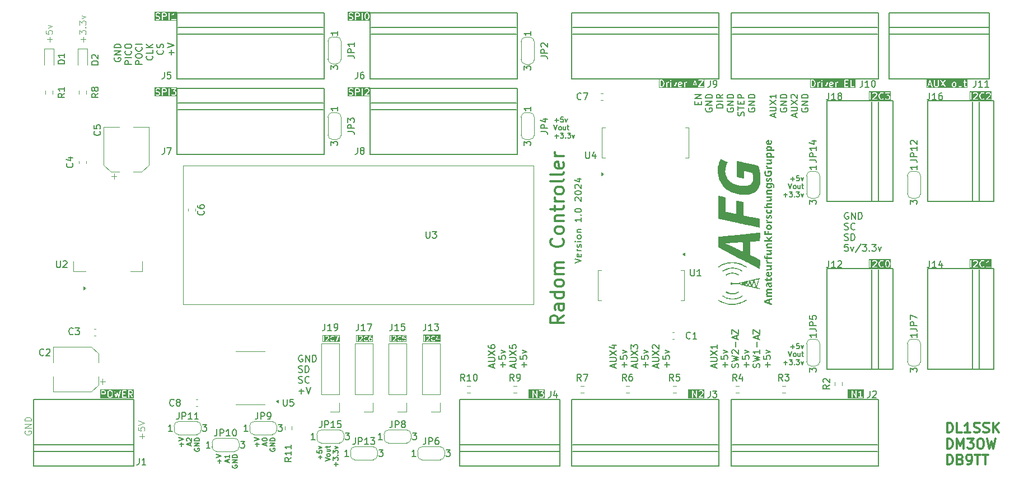
<source format=gbr>
%TF.GenerationSoftware,KiCad,Pcbnew,8.0.2*%
%TF.CreationDate,2024-06-18T22:48:14+02:00*%
%TF.ProjectId,radom-controller,7261646f-6d2d-4636-9f6e-74726f6c6c65,rev?*%
%TF.SameCoordinates,Original*%
%TF.FileFunction,Legend,Top*%
%TF.FilePolarity,Positive*%
%FSLAX46Y46*%
G04 Gerber Fmt 4.6, Leading zero omitted, Abs format (unit mm)*
G04 Created by KiCad (PCBNEW 8.0.2) date 2024-06-18 22:48:14*
%MOMM*%
%LPD*%
G01*
G04 APERTURE LIST*
%ADD10C,0.150000*%
%ADD11C,0.100000*%
%ADD12C,0.300000*%
%ADD13C,0.120000*%
%ADD14C,0.000000*%
G04 APERTURE END LIST*
D10*
G36*
X73473946Y-76981871D02*
G01*
X73505273Y-77012115D01*
X73540731Y-77080972D01*
X73541716Y-77188604D01*
X73508536Y-77256985D01*
X73478291Y-77288313D01*
X73409603Y-77323684D01*
X73118378Y-77324745D01*
X73117845Y-76949550D01*
X73405179Y-76948503D01*
X73473946Y-76981871D01*
G37*
G36*
X75230270Y-78060930D02*
G01*
X71858049Y-78060930D01*
X71858049Y-77065295D01*
X71969160Y-77065295D01*
X71970265Y-77149601D01*
X71969749Y-77151152D01*
X71970407Y-77160421D01*
X71970601Y-77175165D01*
X71971632Y-77177654D01*
X71971823Y-77180342D01*
X71977078Y-77194074D01*
X72025770Y-77288630D01*
X72029419Y-77297439D01*
X72031801Y-77300341D01*
X72032529Y-77301755D01*
X72034027Y-77303054D01*
X72038746Y-77308804D01*
X72087781Y-77356145D01*
X72093414Y-77362640D01*
X72096559Y-77364619D01*
X72097730Y-77365750D01*
X72099557Y-77366507D01*
X72105857Y-77370472D01*
X72197089Y-77414740D01*
X72202600Y-77418823D01*
X72213615Y-77422758D01*
X72214826Y-77423346D01*
X72215366Y-77423384D01*
X72216446Y-77423770D01*
X72393929Y-77466854D01*
X72473946Y-77505680D01*
X72505273Y-77535924D01*
X72540795Y-77604905D01*
X72541584Y-77665066D01*
X72508536Y-77733175D01*
X72478290Y-77764504D01*
X72409540Y-77799907D01*
X72202759Y-77801086D01*
X72053540Y-77752789D01*
X72024350Y-77754864D01*
X71998177Y-77767950D01*
X71979003Y-77790057D01*
X71969749Y-77817820D01*
X71971824Y-77847010D01*
X71984910Y-77873183D01*
X72007017Y-77892357D01*
X72020443Y-77898351D01*
X72163024Y-77944500D01*
X72172385Y-77948378D01*
X72176148Y-77948748D01*
X72177636Y-77949230D01*
X72179610Y-77949089D01*
X72187017Y-77949819D01*
X72413621Y-77948526D01*
X72415731Y-77949230D01*
X72426673Y-77948452D01*
X72439744Y-77948378D01*
X72442233Y-77947346D01*
X72444921Y-77947156D01*
X72458653Y-77941901D01*
X72553207Y-77893209D01*
X72562018Y-77889560D01*
X72564920Y-77887177D01*
X72566334Y-77886450D01*
X72567634Y-77884950D01*
X72573384Y-77880232D01*
X72620725Y-77831195D01*
X72627219Y-77825564D01*
X72629198Y-77822418D01*
X72630330Y-77821247D01*
X72631087Y-77819417D01*
X72635051Y-77813121D01*
X72676726Y-77727231D01*
X72677948Y-77726010D01*
X72681617Y-77717150D01*
X72687925Y-77704152D01*
X72688116Y-77701462D01*
X72689147Y-77698974D01*
X72690588Y-77684342D01*
X72689482Y-77600034D01*
X72689999Y-77598484D01*
X72689340Y-77589213D01*
X72689147Y-77574472D01*
X72688116Y-77571983D01*
X72687925Y-77569294D01*
X72682670Y-77555563D01*
X72633978Y-77461008D01*
X72630329Y-77452198D01*
X72627946Y-77449295D01*
X72627219Y-77447882D01*
X72625720Y-77446582D01*
X72621002Y-77440833D01*
X72571966Y-77393491D01*
X72566334Y-77386997D01*
X72563188Y-77385017D01*
X72562018Y-77383887D01*
X72560190Y-77383129D01*
X72553891Y-77379165D01*
X72462659Y-77334898D01*
X72457148Y-77330814D01*
X72446128Y-77326876D01*
X72444921Y-77326291D01*
X72444381Y-77326252D01*
X72443302Y-77325867D01*
X72265818Y-77282782D01*
X72185802Y-77243957D01*
X72154474Y-77213712D01*
X72118952Y-77144731D01*
X72118163Y-77084570D01*
X72151212Y-77016460D01*
X72181456Y-76985133D01*
X72250207Y-76949730D01*
X72456988Y-76948551D01*
X72606207Y-76996849D01*
X72635397Y-76994774D01*
X72661571Y-76981688D01*
X72680745Y-76959580D01*
X72689999Y-76931818D01*
X72687924Y-76902628D01*
X72674837Y-76876455D01*
X72672951Y-76874819D01*
X72969160Y-76874819D01*
X72970601Y-77889451D01*
X72981800Y-77916487D01*
X73002492Y-77937179D01*
X73029528Y-77948378D01*
X73058792Y-77948378D01*
X73085828Y-77937179D01*
X73106520Y-77916487D01*
X73117719Y-77889451D01*
X73119160Y-77874819D01*
X73118589Y-77473356D01*
X73413462Y-77472282D01*
X73415731Y-77473039D01*
X73427072Y-77472233D01*
X73439744Y-77472187D01*
X73442233Y-77471155D01*
X73444921Y-77470965D01*
X73458653Y-77465710D01*
X73553209Y-77417017D01*
X73562018Y-77413369D01*
X73564920Y-77410986D01*
X73566334Y-77410259D01*
X73567633Y-77408760D01*
X73573383Y-77404042D01*
X73620724Y-77355006D01*
X73627219Y-77349374D01*
X73629198Y-77346228D01*
X73630329Y-77345058D01*
X73631086Y-77343230D01*
X73635051Y-77336931D01*
X73676726Y-77251041D01*
X73677948Y-77249820D01*
X73681617Y-77240960D01*
X73687925Y-77227962D01*
X73688116Y-77225272D01*
X73689147Y-77222784D01*
X73690588Y-77208152D01*
X73689383Y-77076521D01*
X73689999Y-77074675D01*
X73689273Y-77064460D01*
X73689147Y-77050663D01*
X73688116Y-77048174D01*
X73687925Y-77045485D01*
X73682670Y-77031754D01*
X73633978Y-76937199D01*
X73630329Y-76928389D01*
X73627946Y-76925486D01*
X73627219Y-76924073D01*
X73625720Y-76922773D01*
X73621002Y-76917024D01*
X73577287Y-76874819D01*
X73969160Y-76874819D01*
X73970601Y-77889451D01*
X73981800Y-77916487D01*
X74002492Y-77937179D01*
X74029528Y-77948378D01*
X74058792Y-77948378D01*
X74085828Y-77937179D01*
X74106520Y-77916487D01*
X74117719Y-77889451D01*
X74119160Y-77874819D01*
X74117719Y-76860187D01*
X74351553Y-76860187D01*
X74351553Y-76889451D01*
X74362752Y-76916487D01*
X74383444Y-76937179D01*
X74410480Y-76948378D01*
X74425112Y-76949819D01*
X74880383Y-76948783D01*
X74656598Y-77205970D01*
X74648466Y-77214103D01*
X74647506Y-77216419D01*
X74645832Y-77218344D01*
X74641930Y-77229881D01*
X74637267Y-77241139D01*
X74637267Y-77243669D01*
X74636457Y-77246065D01*
X74637267Y-77258218D01*
X74637267Y-77270403D01*
X74638234Y-77272739D01*
X74638403Y-77275263D01*
X74643805Y-77286188D01*
X74648466Y-77297439D01*
X74650252Y-77299225D01*
X74651375Y-77301495D01*
X74660547Y-77309520D01*
X74669158Y-77318131D01*
X74671494Y-77319099D01*
X74673399Y-77320765D01*
X74684936Y-77324666D01*
X74696194Y-77329330D01*
X74699764Y-77329681D01*
X74701120Y-77330140D01*
X74703087Y-77330008D01*
X74710826Y-77330771D01*
X74834135Y-77329642D01*
X74902517Y-77362823D01*
X74933844Y-77393067D01*
X74969247Y-77461818D01*
X74970403Y-77664554D01*
X74937107Y-77733175D01*
X74906861Y-77764504D01*
X74838139Y-77799893D01*
X74587820Y-77801094D01*
X74519135Y-77767767D01*
X74466780Y-77717220D01*
X74439744Y-77706021D01*
X74410481Y-77706021D01*
X74383445Y-77717219D01*
X74362752Y-77737912D01*
X74351553Y-77764948D01*
X74351553Y-77794211D01*
X74362751Y-77821247D01*
X74372078Y-77832612D01*
X74421113Y-77879953D01*
X74426747Y-77886450D01*
X74429892Y-77888429D01*
X74431063Y-77889560D01*
X74432890Y-77890317D01*
X74439190Y-77894282D01*
X74525079Y-77935957D01*
X74526301Y-77937179D01*
X74535160Y-77940848D01*
X74548159Y-77947156D01*
X74550848Y-77947347D01*
X74553337Y-77948378D01*
X74567969Y-77949819D01*
X74842123Y-77948503D01*
X74844302Y-77949230D01*
X74855422Y-77948439D01*
X74868315Y-77948378D01*
X74870804Y-77947346D01*
X74873492Y-77947156D01*
X74887224Y-77941901D01*
X74981778Y-77893209D01*
X74990589Y-77889560D01*
X74993491Y-77887177D01*
X74994905Y-77886450D01*
X74996205Y-77884950D01*
X75001955Y-77880232D01*
X75049296Y-77831195D01*
X75055790Y-77825564D01*
X75057769Y-77822418D01*
X75058901Y-77821247D01*
X75059658Y-77819417D01*
X75063622Y-77813121D01*
X75105297Y-77727231D01*
X75106519Y-77726010D01*
X75110188Y-77717150D01*
X75116496Y-77704152D01*
X75116687Y-77701462D01*
X75117718Y-77698974D01*
X75119159Y-77684342D01*
X75117866Y-77457736D01*
X75118570Y-77455627D01*
X75117792Y-77444684D01*
X75117718Y-77431615D01*
X75116687Y-77429126D01*
X75116496Y-77426437D01*
X75111241Y-77412706D01*
X75062549Y-77318151D01*
X75058900Y-77309341D01*
X75056517Y-77306438D01*
X75055790Y-77305025D01*
X75054291Y-77303725D01*
X75049573Y-77297976D01*
X75000537Y-77250634D01*
X74994905Y-77244140D01*
X74991759Y-77242160D01*
X74990589Y-77241030D01*
X74988761Y-77240272D01*
X74982462Y-77236308D01*
X74896573Y-77194633D01*
X74895351Y-77193411D01*
X74886485Y-77189738D01*
X74873492Y-77183434D01*
X74873203Y-77183413D01*
X75098386Y-76924619D01*
X75106519Y-76916487D01*
X75107478Y-76914170D01*
X75109153Y-76912246D01*
X75113054Y-76900708D01*
X75117718Y-76889451D01*
X75117718Y-76886920D01*
X75118528Y-76884525D01*
X75117718Y-76872371D01*
X75117718Y-76860187D01*
X75116750Y-76857850D01*
X75116582Y-76855327D01*
X75111179Y-76844401D01*
X75106519Y-76833151D01*
X75104732Y-76831364D01*
X75103610Y-76829095D01*
X75094437Y-76821069D01*
X75085827Y-76812459D01*
X75083490Y-76811490D01*
X75081586Y-76809825D01*
X75070048Y-76805923D01*
X75058791Y-76801260D01*
X75055220Y-76800908D01*
X75053865Y-76800450D01*
X75051897Y-76800581D01*
X75044159Y-76799819D01*
X74410480Y-76801260D01*
X74383444Y-76812459D01*
X74362752Y-76833151D01*
X74351553Y-76860187D01*
X74117719Y-76860187D01*
X74106520Y-76833151D01*
X74085828Y-76812459D01*
X74058792Y-76801260D01*
X74029528Y-76801260D01*
X74002492Y-76812459D01*
X73981800Y-76833151D01*
X73970601Y-76860187D01*
X73969160Y-76874819D01*
X73577287Y-76874819D01*
X73571966Y-76869682D01*
X73566334Y-76863188D01*
X73563188Y-76861208D01*
X73562018Y-76860078D01*
X73560190Y-76859320D01*
X73553891Y-76855356D01*
X73468002Y-76813681D01*
X73466780Y-76812459D01*
X73457914Y-76808786D01*
X73444921Y-76802482D01*
X73442233Y-76802291D01*
X73439744Y-76801260D01*
X73425112Y-76799819D01*
X73029528Y-76801260D01*
X73002492Y-76812459D01*
X72981800Y-76833151D01*
X72970601Y-76860187D01*
X72969160Y-76874819D01*
X72672951Y-76874819D01*
X72652730Y-76857281D01*
X72639305Y-76851287D01*
X72496726Y-76805138D01*
X72487363Y-76801260D01*
X72483597Y-76800889D01*
X72482111Y-76800408D01*
X72480136Y-76800548D01*
X72472731Y-76799819D01*
X72246125Y-76801111D01*
X72244016Y-76800408D01*
X72233073Y-76801185D01*
X72220004Y-76801260D01*
X72217515Y-76802290D01*
X72214826Y-76802482D01*
X72201095Y-76807737D01*
X72106540Y-76856428D01*
X72097730Y-76860078D01*
X72094827Y-76862460D01*
X72093414Y-76863188D01*
X72092114Y-76864686D01*
X72086365Y-76869405D01*
X72039023Y-76918440D01*
X72032529Y-76924073D01*
X72030549Y-76927218D01*
X72029419Y-76928389D01*
X72028661Y-76930216D01*
X72024697Y-76936516D01*
X71983022Y-77022404D01*
X71981800Y-77023627D01*
X71978127Y-77032492D01*
X71971823Y-77045486D01*
X71971632Y-77048173D01*
X71970601Y-77050663D01*
X71969160Y-77065295D01*
X71858049Y-77065295D01*
X71858049Y-76688708D01*
X75230270Y-76688708D01*
X75230270Y-78060930D01*
G37*
X141394384Y-119090839D02*
X141394384Y-118614649D01*
X141680099Y-119186077D02*
X140680099Y-118852744D01*
X140680099Y-118852744D02*
X141680099Y-118519411D01*
X140680099Y-118186077D02*
X141489622Y-118186077D01*
X141489622Y-118186077D02*
X141584860Y-118138458D01*
X141584860Y-118138458D02*
X141632480Y-118090839D01*
X141632480Y-118090839D02*
X141680099Y-117995601D01*
X141680099Y-117995601D02*
X141680099Y-117805125D01*
X141680099Y-117805125D02*
X141632480Y-117709887D01*
X141632480Y-117709887D02*
X141584860Y-117662268D01*
X141584860Y-117662268D02*
X141489622Y-117614649D01*
X141489622Y-117614649D02*
X140680099Y-117614649D01*
X140680099Y-117233696D02*
X141680099Y-116567030D01*
X140680099Y-116567030D02*
X141680099Y-117233696D01*
X141013432Y-115757506D02*
X141680099Y-115757506D01*
X140632480Y-115995601D02*
X141346765Y-116233696D01*
X141346765Y-116233696D02*
X141346765Y-115614649D01*
X142909090Y-119043220D02*
X142909090Y-118281316D01*
X143290043Y-118662268D02*
X142528138Y-118662268D01*
X142290043Y-117328935D02*
X142290043Y-117805125D01*
X142290043Y-117805125D02*
X142766233Y-117852744D01*
X142766233Y-117852744D02*
X142718614Y-117805125D01*
X142718614Y-117805125D02*
X142670995Y-117709887D01*
X142670995Y-117709887D02*
X142670995Y-117471792D01*
X142670995Y-117471792D02*
X142718614Y-117376554D01*
X142718614Y-117376554D02*
X142766233Y-117328935D01*
X142766233Y-117328935D02*
X142861471Y-117281316D01*
X142861471Y-117281316D02*
X143099566Y-117281316D01*
X143099566Y-117281316D02*
X143194804Y-117328935D01*
X143194804Y-117328935D02*
X143242424Y-117376554D01*
X143242424Y-117376554D02*
X143290043Y-117471792D01*
X143290043Y-117471792D02*
X143290043Y-117709887D01*
X143290043Y-117709887D02*
X143242424Y-117805125D01*
X143242424Y-117805125D02*
X143194804Y-117852744D01*
X142623376Y-116947982D02*
X143290043Y-116709887D01*
X143290043Y-116709887D02*
X142623376Y-116471792D01*
X144614272Y-119090839D02*
X144614272Y-118614649D01*
X144899987Y-119186077D02*
X143899987Y-118852744D01*
X143899987Y-118852744D02*
X144899987Y-118519411D01*
X143899987Y-118186077D02*
X144709510Y-118186077D01*
X144709510Y-118186077D02*
X144804748Y-118138458D01*
X144804748Y-118138458D02*
X144852368Y-118090839D01*
X144852368Y-118090839D02*
X144899987Y-117995601D01*
X144899987Y-117995601D02*
X144899987Y-117805125D01*
X144899987Y-117805125D02*
X144852368Y-117709887D01*
X144852368Y-117709887D02*
X144804748Y-117662268D01*
X144804748Y-117662268D02*
X144709510Y-117614649D01*
X144709510Y-117614649D02*
X143899987Y-117614649D01*
X143899987Y-117233696D02*
X144899987Y-116567030D01*
X143899987Y-116567030D02*
X144899987Y-117233696D01*
X143899987Y-116281315D02*
X143899987Y-115662268D01*
X143899987Y-115662268D02*
X144280939Y-115995601D01*
X144280939Y-115995601D02*
X144280939Y-115852744D01*
X144280939Y-115852744D02*
X144328558Y-115757506D01*
X144328558Y-115757506D02*
X144376177Y-115709887D01*
X144376177Y-115709887D02*
X144471415Y-115662268D01*
X144471415Y-115662268D02*
X144709510Y-115662268D01*
X144709510Y-115662268D02*
X144804748Y-115709887D01*
X144804748Y-115709887D02*
X144852368Y-115757506D01*
X144852368Y-115757506D02*
X144899987Y-115852744D01*
X144899987Y-115852744D02*
X144899987Y-116138458D01*
X144899987Y-116138458D02*
X144852368Y-116233696D01*
X144852368Y-116233696D02*
X144804748Y-116281315D01*
X146128978Y-119043220D02*
X146128978Y-118281316D01*
X146509931Y-118662268D02*
X145748026Y-118662268D01*
X145509931Y-117328935D02*
X145509931Y-117805125D01*
X145509931Y-117805125D02*
X145986121Y-117852744D01*
X145986121Y-117852744D02*
X145938502Y-117805125D01*
X145938502Y-117805125D02*
X145890883Y-117709887D01*
X145890883Y-117709887D02*
X145890883Y-117471792D01*
X145890883Y-117471792D02*
X145938502Y-117376554D01*
X145938502Y-117376554D02*
X145986121Y-117328935D01*
X145986121Y-117328935D02*
X146081359Y-117281316D01*
X146081359Y-117281316D02*
X146319454Y-117281316D01*
X146319454Y-117281316D02*
X146414692Y-117328935D01*
X146414692Y-117328935D02*
X146462312Y-117376554D01*
X146462312Y-117376554D02*
X146509931Y-117471792D01*
X146509931Y-117471792D02*
X146509931Y-117709887D01*
X146509931Y-117709887D02*
X146462312Y-117805125D01*
X146462312Y-117805125D02*
X146414692Y-117852744D01*
X145843264Y-116947982D02*
X146509931Y-116709887D01*
X146509931Y-116709887D02*
X145843264Y-116471792D01*
X147834160Y-119090839D02*
X147834160Y-118614649D01*
X148119875Y-119186077D02*
X147119875Y-118852744D01*
X147119875Y-118852744D02*
X148119875Y-118519411D01*
X147119875Y-118186077D02*
X147929398Y-118186077D01*
X147929398Y-118186077D02*
X148024636Y-118138458D01*
X148024636Y-118138458D02*
X148072256Y-118090839D01*
X148072256Y-118090839D02*
X148119875Y-117995601D01*
X148119875Y-117995601D02*
X148119875Y-117805125D01*
X148119875Y-117805125D02*
X148072256Y-117709887D01*
X148072256Y-117709887D02*
X148024636Y-117662268D01*
X148024636Y-117662268D02*
X147929398Y-117614649D01*
X147929398Y-117614649D02*
X147119875Y-117614649D01*
X147119875Y-117233696D02*
X148119875Y-116567030D01*
X147119875Y-116567030D02*
X148119875Y-117233696D01*
X147215113Y-116233696D02*
X147167494Y-116186077D01*
X147167494Y-116186077D02*
X147119875Y-116090839D01*
X147119875Y-116090839D02*
X147119875Y-115852744D01*
X147119875Y-115852744D02*
X147167494Y-115757506D01*
X147167494Y-115757506D02*
X147215113Y-115709887D01*
X147215113Y-115709887D02*
X147310351Y-115662268D01*
X147310351Y-115662268D02*
X147405589Y-115662268D01*
X147405589Y-115662268D02*
X147548446Y-115709887D01*
X147548446Y-115709887D02*
X148119875Y-116281315D01*
X148119875Y-116281315D02*
X148119875Y-115662268D01*
X149348866Y-119043220D02*
X149348866Y-118281316D01*
X149729819Y-118662268D02*
X148967914Y-118662268D01*
X148729819Y-117328935D02*
X148729819Y-117805125D01*
X148729819Y-117805125D02*
X149206009Y-117852744D01*
X149206009Y-117852744D02*
X149158390Y-117805125D01*
X149158390Y-117805125D02*
X149110771Y-117709887D01*
X149110771Y-117709887D02*
X149110771Y-117471792D01*
X149110771Y-117471792D02*
X149158390Y-117376554D01*
X149158390Y-117376554D02*
X149206009Y-117328935D01*
X149206009Y-117328935D02*
X149301247Y-117281316D01*
X149301247Y-117281316D02*
X149539342Y-117281316D01*
X149539342Y-117281316D02*
X149634580Y-117328935D01*
X149634580Y-117328935D02*
X149682200Y-117376554D01*
X149682200Y-117376554D02*
X149729819Y-117471792D01*
X149729819Y-117471792D02*
X149729819Y-117709887D01*
X149729819Y-117709887D02*
X149682200Y-117805125D01*
X149682200Y-117805125D02*
X149634580Y-117852744D01*
X149063152Y-116947982D02*
X149729819Y-116709887D01*
X149729819Y-116709887D02*
X149063152Y-116471792D01*
X168045601Y-115944784D02*
X168617030Y-115944784D01*
X168331315Y-116230498D02*
X168331315Y-115659069D01*
X169331315Y-115480498D02*
X168974172Y-115480498D01*
X168974172Y-115480498D02*
X168938458Y-115837641D01*
X168938458Y-115837641D02*
X168974172Y-115801926D01*
X168974172Y-115801926D02*
X169045601Y-115766212D01*
X169045601Y-115766212D02*
X169224172Y-115766212D01*
X169224172Y-115766212D02*
X169295601Y-115801926D01*
X169295601Y-115801926D02*
X169331315Y-115837641D01*
X169331315Y-115837641D02*
X169367029Y-115909069D01*
X169367029Y-115909069D02*
X169367029Y-116087641D01*
X169367029Y-116087641D02*
X169331315Y-116159069D01*
X169331315Y-116159069D02*
X169295601Y-116194784D01*
X169295601Y-116194784D02*
X169224172Y-116230498D01*
X169224172Y-116230498D02*
X169045601Y-116230498D01*
X169045601Y-116230498D02*
X168974172Y-116194784D01*
X168974172Y-116194784D02*
X168938458Y-116159069D01*
X169617029Y-115730498D02*
X169795601Y-116230498D01*
X169795601Y-116230498D02*
X169974172Y-115730498D01*
X167724174Y-116687956D02*
X167974174Y-117437956D01*
X167974174Y-117437956D02*
X168224174Y-116687956D01*
X168581317Y-117437956D02*
X168509888Y-117402242D01*
X168509888Y-117402242D02*
X168474174Y-117366527D01*
X168474174Y-117366527D02*
X168438460Y-117295099D01*
X168438460Y-117295099D02*
X168438460Y-117080813D01*
X168438460Y-117080813D02*
X168474174Y-117009384D01*
X168474174Y-117009384D02*
X168509888Y-116973670D01*
X168509888Y-116973670D02*
X168581317Y-116937956D01*
X168581317Y-116937956D02*
X168688460Y-116937956D01*
X168688460Y-116937956D02*
X168759888Y-116973670D01*
X168759888Y-116973670D02*
X168795603Y-117009384D01*
X168795603Y-117009384D02*
X168831317Y-117080813D01*
X168831317Y-117080813D02*
X168831317Y-117295099D01*
X168831317Y-117295099D02*
X168795603Y-117366527D01*
X168795603Y-117366527D02*
X168759888Y-117402242D01*
X168759888Y-117402242D02*
X168688460Y-117437956D01*
X168688460Y-117437956D02*
X168581317Y-117437956D01*
X169474174Y-116937956D02*
X169474174Y-117437956D01*
X169152745Y-116937956D02*
X169152745Y-117330813D01*
X169152745Y-117330813D02*
X169188459Y-117402242D01*
X169188459Y-117402242D02*
X169259888Y-117437956D01*
X169259888Y-117437956D02*
X169367031Y-117437956D01*
X169367031Y-117437956D02*
X169438459Y-117402242D01*
X169438459Y-117402242D02*
X169474174Y-117366527D01*
X169724173Y-116937956D02*
X170009887Y-116937956D01*
X169831316Y-116687956D02*
X169831316Y-117330813D01*
X169831316Y-117330813D02*
X169867030Y-117402242D01*
X169867030Y-117402242D02*
X169938459Y-117437956D01*
X169938459Y-117437956D02*
X170009887Y-117437956D01*
X166974172Y-118359700D02*
X167545601Y-118359700D01*
X167259886Y-118645414D02*
X167259886Y-118073985D01*
X167831314Y-117895414D02*
X168295600Y-117895414D01*
X168295600Y-117895414D02*
X168045600Y-118181128D01*
X168045600Y-118181128D02*
X168152743Y-118181128D01*
X168152743Y-118181128D02*
X168224172Y-118216842D01*
X168224172Y-118216842D02*
X168259886Y-118252557D01*
X168259886Y-118252557D02*
X168295600Y-118323985D01*
X168295600Y-118323985D02*
X168295600Y-118502557D01*
X168295600Y-118502557D02*
X168259886Y-118573985D01*
X168259886Y-118573985D02*
X168224172Y-118609700D01*
X168224172Y-118609700D02*
X168152743Y-118645414D01*
X168152743Y-118645414D02*
X167938457Y-118645414D01*
X167938457Y-118645414D02*
X167867029Y-118609700D01*
X167867029Y-118609700D02*
X167831314Y-118573985D01*
X168617029Y-118573985D02*
X168652743Y-118609700D01*
X168652743Y-118609700D02*
X168617029Y-118645414D01*
X168617029Y-118645414D02*
X168581315Y-118609700D01*
X168581315Y-118609700D02*
X168617029Y-118573985D01*
X168617029Y-118573985D02*
X168617029Y-118645414D01*
X168902743Y-117895414D02*
X169367029Y-117895414D01*
X169367029Y-117895414D02*
X169117029Y-118181128D01*
X169117029Y-118181128D02*
X169224172Y-118181128D01*
X169224172Y-118181128D02*
X169295601Y-118216842D01*
X169295601Y-118216842D02*
X169331315Y-118252557D01*
X169331315Y-118252557D02*
X169367029Y-118323985D01*
X169367029Y-118323985D02*
X169367029Y-118502557D01*
X169367029Y-118502557D02*
X169331315Y-118573985D01*
X169331315Y-118573985D02*
X169295601Y-118609700D01*
X169295601Y-118609700D02*
X169224172Y-118645414D01*
X169224172Y-118645414D02*
X169009886Y-118645414D01*
X169009886Y-118645414D02*
X168938458Y-118609700D01*
X168938458Y-118609700D02*
X168902743Y-118573985D01*
X169617029Y-118145414D02*
X169795601Y-118645414D01*
X169795601Y-118645414D02*
X169974172Y-118145414D01*
D11*
X52260038Y-128712306D02*
X52212419Y-128807544D01*
X52212419Y-128807544D02*
X52212419Y-128950401D01*
X52212419Y-128950401D02*
X52260038Y-129093258D01*
X52260038Y-129093258D02*
X52355276Y-129188496D01*
X52355276Y-129188496D02*
X52450514Y-129236115D01*
X52450514Y-129236115D02*
X52640990Y-129283734D01*
X52640990Y-129283734D02*
X52783847Y-129283734D01*
X52783847Y-129283734D02*
X52974323Y-129236115D01*
X52974323Y-129236115D02*
X53069561Y-129188496D01*
X53069561Y-129188496D02*
X53164800Y-129093258D01*
X53164800Y-129093258D02*
X53212419Y-128950401D01*
X53212419Y-128950401D02*
X53212419Y-128855163D01*
X53212419Y-128855163D02*
X53164800Y-128712306D01*
X53164800Y-128712306D02*
X53117180Y-128664687D01*
X53117180Y-128664687D02*
X52783847Y-128664687D01*
X52783847Y-128664687D02*
X52783847Y-128855163D01*
X53212419Y-128236115D02*
X52212419Y-128236115D01*
X52212419Y-128236115D02*
X53212419Y-127664687D01*
X53212419Y-127664687D02*
X52212419Y-127664687D01*
X53212419Y-127188496D02*
X52212419Y-127188496D01*
X52212419Y-127188496D02*
X52212419Y-126950401D01*
X52212419Y-126950401D02*
X52260038Y-126807544D01*
X52260038Y-126807544D02*
X52355276Y-126712306D01*
X52355276Y-126712306D02*
X52450514Y-126664687D01*
X52450514Y-126664687D02*
X52640990Y-126617068D01*
X52640990Y-126617068D02*
X52783847Y-126617068D01*
X52783847Y-126617068D02*
X52974323Y-126664687D01*
X52974323Y-126664687D02*
X53069561Y-126712306D01*
X53069561Y-126712306D02*
X53164800Y-126807544D01*
X53164800Y-126807544D02*
X53212419Y-126950401D01*
X53212419Y-126950401D02*
X53212419Y-127188496D01*
D10*
X94205588Y-117277606D02*
X94110350Y-117229987D01*
X94110350Y-117229987D02*
X93967493Y-117229987D01*
X93967493Y-117229987D02*
X93824636Y-117277606D01*
X93824636Y-117277606D02*
X93729398Y-117372844D01*
X93729398Y-117372844D02*
X93681779Y-117468082D01*
X93681779Y-117468082D02*
X93634160Y-117658558D01*
X93634160Y-117658558D02*
X93634160Y-117801415D01*
X93634160Y-117801415D02*
X93681779Y-117991891D01*
X93681779Y-117991891D02*
X93729398Y-118087129D01*
X93729398Y-118087129D02*
X93824636Y-118182368D01*
X93824636Y-118182368D02*
X93967493Y-118229987D01*
X93967493Y-118229987D02*
X94062731Y-118229987D01*
X94062731Y-118229987D02*
X94205588Y-118182368D01*
X94205588Y-118182368D02*
X94253207Y-118134748D01*
X94253207Y-118134748D02*
X94253207Y-117801415D01*
X94253207Y-117801415D02*
X94062731Y-117801415D01*
X94681779Y-118229987D02*
X94681779Y-117229987D01*
X94681779Y-117229987D02*
X95253207Y-118229987D01*
X95253207Y-118229987D02*
X95253207Y-117229987D01*
X95729398Y-118229987D02*
X95729398Y-117229987D01*
X95729398Y-117229987D02*
X95967493Y-117229987D01*
X95967493Y-117229987D02*
X96110350Y-117277606D01*
X96110350Y-117277606D02*
X96205588Y-117372844D01*
X96205588Y-117372844D02*
X96253207Y-117468082D01*
X96253207Y-117468082D02*
X96300826Y-117658558D01*
X96300826Y-117658558D02*
X96300826Y-117801415D01*
X96300826Y-117801415D02*
X96253207Y-117991891D01*
X96253207Y-117991891D02*
X96205588Y-118087129D01*
X96205588Y-118087129D02*
X96110350Y-118182368D01*
X96110350Y-118182368D02*
X95967493Y-118229987D01*
X95967493Y-118229987D02*
X95729398Y-118229987D01*
X93634160Y-119792312D02*
X93777017Y-119839931D01*
X93777017Y-119839931D02*
X94015112Y-119839931D01*
X94015112Y-119839931D02*
X94110350Y-119792312D01*
X94110350Y-119792312D02*
X94157969Y-119744692D01*
X94157969Y-119744692D02*
X94205588Y-119649454D01*
X94205588Y-119649454D02*
X94205588Y-119554216D01*
X94205588Y-119554216D02*
X94157969Y-119458978D01*
X94157969Y-119458978D02*
X94110350Y-119411359D01*
X94110350Y-119411359D02*
X94015112Y-119363740D01*
X94015112Y-119363740D02*
X93824636Y-119316121D01*
X93824636Y-119316121D02*
X93729398Y-119268502D01*
X93729398Y-119268502D02*
X93681779Y-119220883D01*
X93681779Y-119220883D02*
X93634160Y-119125645D01*
X93634160Y-119125645D02*
X93634160Y-119030407D01*
X93634160Y-119030407D02*
X93681779Y-118935169D01*
X93681779Y-118935169D02*
X93729398Y-118887550D01*
X93729398Y-118887550D02*
X93824636Y-118839931D01*
X93824636Y-118839931D02*
X94062731Y-118839931D01*
X94062731Y-118839931D02*
X94205588Y-118887550D01*
X94634160Y-119839931D02*
X94634160Y-118839931D01*
X94634160Y-118839931D02*
X94872255Y-118839931D01*
X94872255Y-118839931D02*
X95015112Y-118887550D01*
X95015112Y-118887550D02*
X95110350Y-118982788D01*
X95110350Y-118982788D02*
X95157969Y-119078026D01*
X95157969Y-119078026D02*
X95205588Y-119268502D01*
X95205588Y-119268502D02*
X95205588Y-119411359D01*
X95205588Y-119411359D02*
X95157969Y-119601835D01*
X95157969Y-119601835D02*
X95110350Y-119697073D01*
X95110350Y-119697073D02*
X95015112Y-119792312D01*
X95015112Y-119792312D02*
X94872255Y-119839931D01*
X94872255Y-119839931D02*
X94634160Y-119839931D01*
X93634160Y-121402256D02*
X93777017Y-121449875D01*
X93777017Y-121449875D02*
X94015112Y-121449875D01*
X94015112Y-121449875D02*
X94110350Y-121402256D01*
X94110350Y-121402256D02*
X94157969Y-121354636D01*
X94157969Y-121354636D02*
X94205588Y-121259398D01*
X94205588Y-121259398D02*
X94205588Y-121164160D01*
X94205588Y-121164160D02*
X94157969Y-121068922D01*
X94157969Y-121068922D02*
X94110350Y-121021303D01*
X94110350Y-121021303D02*
X94015112Y-120973684D01*
X94015112Y-120973684D02*
X93824636Y-120926065D01*
X93824636Y-120926065D02*
X93729398Y-120878446D01*
X93729398Y-120878446D02*
X93681779Y-120830827D01*
X93681779Y-120830827D02*
X93634160Y-120735589D01*
X93634160Y-120735589D02*
X93634160Y-120640351D01*
X93634160Y-120640351D02*
X93681779Y-120545113D01*
X93681779Y-120545113D02*
X93729398Y-120497494D01*
X93729398Y-120497494D02*
X93824636Y-120449875D01*
X93824636Y-120449875D02*
X94062731Y-120449875D01*
X94062731Y-120449875D02*
X94205588Y-120497494D01*
X95205588Y-121354636D02*
X95157969Y-121402256D01*
X95157969Y-121402256D02*
X95015112Y-121449875D01*
X95015112Y-121449875D02*
X94919874Y-121449875D01*
X94919874Y-121449875D02*
X94777017Y-121402256D01*
X94777017Y-121402256D02*
X94681779Y-121307017D01*
X94681779Y-121307017D02*
X94634160Y-121211779D01*
X94634160Y-121211779D02*
X94586541Y-121021303D01*
X94586541Y-121021303D02*
X94586541Y-120878446D01*
X94586541Y-120878446D02*
X94634160Y-120687970D01*
X94634160Y-120687970D02*
X94681779Y-120592732D01*
X94681779Y-120592732D02*
X94777017Y-120497494D01*
X94777017Y-120497494D02*
X94919874Y-120449875D01*
X94919874Y-120449875D02*
X95015112Y-120449875D01*
X95015112Y-120449875D02*
X95157969Y-120497494D01*
X95157969Y-120497494D02*
X95205588Y-120545113D01*
X93681779Y-122678866D02*
X94443684Y-122678866D01*
X94062731Y-123059819D02*
X94062731Y-122297914D01*
X94777017Y-122059819D02*
X95110350Y-123059819D01*
X95110350Y-123059819D02*
X95443683Y-122059819D01*
G36*
X73473946Y-65551871D02*
G01*
X73505273Y-65582115D01*
X73540731Y-65650972D01*
X73541716Y-65758604D01*
X73508536Y-65826985D01*
X73478291Y-65858313D01*
X73409603Y-65893684D01*
X73118378Y-65894745D01*
X73117845Y-65519550D01*
X73405179Y-65518503D01*
X73473946Y-65551871D01*
G37*
G36*
X75228829Y-66630930D02*
G01*
X71858049Y-66630930D01*
X71858049Y-65635295D01*
X71969160Y-65635295D01*
X71970265Y-65719601D01*
X71969749Y-65721152D01*
X71970407Y-65730421D01*
X71970601Y-65745165D01*
X71971632Y-65747654D01*
X71971823Y-65750342D01*
X71977078Y-65764074D01*
X72025770Y-65858630D01*
X72029419Y-65867439D01*
X72031801Y-65870341D01*
X72032529Y-65871755D01*
X72034027Y-65873054D01*
X72038746Y-65878804D01*
X72087781Y-65926145D01*
X72093414Y-65932640D01*
X72096559Y-65934619D01*
X72097730Y-65935750D01*
X72099557Y-65936507D01*
X72105857Y-65940472D01*
X72197089Y-65984740D01*
X72202600Y-65988823D01*
X72213615Y-65992758D01*
X72214826Y-65993346D01*
X72215366Y-65993384D01*
X72216446Y-65993770D01*
X72393929Y-66036854D01*
X72473946Y-66075680D01*
X72505273Y-66105924D01*
X72540795Y-66174905D01*
X72541584Y-66235066D01*
X72508536Y-66303175D01*
X72478290Y-66334504D01*
X72409540Y-66369907D01*
X72202759Y-66371086D01*
X72053540Y-66322789D01*
X72024350Y-66324864D01*
X71998177Y-66337950D01*
X71979003Y-66360057D01*
X71969749Y-66387820D01*
X71971824Y-66417010D01*
X71984910Y-66443183D01*
X72007017Y-66462357D01*
X72020443Y-66468351D01*
X72163024Y-66514500D01*
X72172385Y-66518378D01*
X72176148Y-66518748D01*
X72177636Y-66519230D01*
X72179610Y-66519089D01*
X72187017Y-66519819D01*
X72413621Y-66518526D01*
X72415731Y-66519230D01*
X72426673Y-66518452D01*
X72439744Y-66518378D01*
X72442233Y-66517346D01*
X72444921Y-66517156D01*
X72458653Y-66511901D01*
X72553207Y-66463209D01*
X72562018Y-66459560D01*
X72564920Y-66457177D01*
X72566334Y-66456450D01*
X72567634Y-66454950D01*
X72573384Y-66450232D01*
X72620725Y-66401195D01*
X72627219Y-66395564D01*
X72629198Y-66392418D01*
X72630330Y-66391247D01*
X72631087Y-66389417D01*
X72635051Y-66383121D01*
X72676726Y-66297231D01*
X72677948Y-66296010D01*
X72681617Y-66287150D01*
X72687925Y-66274152D01*
X72688116Y-66271462D01*
X72689147Y-66268974D01*
X72690588Y-66254342D01*
X72689482Y-66170034D01*
X72689999Y-66168484D01*
X72689340Y-66159213D01*
X72689147Y-66144472D01*
X72688116Y-66141983D01*
X72687925Y-66139294D01*
X72682670Y-66125563D01*
X72633978Y-66031008D01*
X72630329Y-66022198D01*
X72627946Y-66019295D01*
X72627219Y-66017882D01*
X72625720Y-66016582D01*
X72621002Y-66010833D01*
X72571966Y-65963491D01*
X72566334Y-65956997D01*
X72563188Y-65955017D01*
X72562018Y-65953887D01*
X72560190Y-65953129D01*
X72553891Y-65949165D01*
X72462659Y-65904898D01*
X72457148Y-65900814D01*
X72446128Y-65896876D01*
X72444921Y-65896291D01*
X72444381Y-65896252D01*
X72443302Y-65895867D01*
X72265818Y-65852782D01*
X72185802Y-65813957D01*
X72154474Y-65783712D01*
X72118952Y-65714731D01*
X72118163Y-65654570D01*
X72151212Y-65586460D01*
X72181456Y-65555133D01*
X72250207Y-65519730D01*
X72456988Y-65518551D01*
X72606207Y-65566849D01*
X72635397Y-65564774D01*
X72661571Y-65551688D01*
X72680745Y-65529580D01*
X72689999Y-65501818D01*
X72687924Y-65472628D01*
X72674837Y-65446455D01*
X72672951Y-65444819D01*
X72969160Y-65444819D01*
X72970601Y-66459451D01*
X72981800Y-66486487D01*
X73002492Y-66507179D01*
X73029528Y-66518378D01*
X73058792Y-66518378D01*
X73085828Y-66507179D01*
X73106520Y-66486487D01*
X73117719Y-66459451D01*
X73119160Y-66444819D01*
X73118589Y-66043356D01*
X73413462Y-66042282D01*
X73415731Y-66043039D01*
X73427072Y-66042233D01*
X73439744Y-66042187D01*
X73442233Y-66041155D01*
X73444921Y-66040965D01*
X73458653Y-66035710D01*
X73553209Y-65987017D01*
X73562018Y-65983369D01*
X73564920Y-65980986D01*
X73566334Y-65980259D01*
X73567633Y-65978760D01*
X73573383Y-65974042D01*
X73620724Y-65925006D01*
X73627219Y-65919374D01*
X73629198Y-65916228D01*
X73630329Y-65915058D01*
X73631086Y-65913230D01*
X73635051Y-65906931D01*
X73676726Y-65821041D01*
X73677948Y-65819820D01*
X73681617Y-65810960D01*
X73687925Y-65797962D01*
X73688116Y-65795272D01*
X73689147Y-65792784D01*
X73690588Y-65778152D01*
X73689383Y-65646521D01*
X73689999Y-65644675D01*
X73689273Y-65634460D01*
X73689147Y-65620663D01*
X73688116Y-65618174D01*
X73687925Y-65615485D01*
X73682670Y-65601754D01*
X73633978Y-65507199D01*
X73630329Y-65498389D01*
X73627946Y-65495486D01*
X73627219Y-65494073D01*
X73625720Y-65492773D01*
X73621002Y-65487024D01*
X73577287Y-65444819D01*
X73969160Y-65444819D01*
X73970601Y-66459451D01*
X73981800Y-66486487D01*
X74002492Y-66507179D01*
X74029528Y-66518378D01*
X74058792Y-66518378D01*
X74085828Y-66507179D01*
X74106520Y-66486487D01*
X74117719Y-66459451D01*
X74119160Y-66444819D01*
X74118132Y-65721152D01*
X74398320Y-65721152D01*
X74400394Y-65750342D01*
X74413481Y-65776517D01*
X74435589Y-65795690D01*
X74463350Y-65804944D01*
X74492540Y-65802870D01*
X74506272Y-65797615D01*
X74600828Y-65748922D01*
X74609637Y-65745274D01*
X74612539Y-65742891D01*
X74613953Y-65742164D01*
X74615252Y-65740665D01*
X74621002Y-65735947D01*
X74683767Y-65671958D01*
X74684759Y-66370702D01*
X74458099Y-66371260D01*
X74431063Y-66382459D01*
X74410371Y-66403151D01*
X74399172Y-66430187D01*
X74399172Y-66459451D01*
X74410371Y-66486487D01*
X74431063Y-66507179D01*
X74458099Y-66518378D01*
X74472731Y-66519819D01*
X75058791Y-66518378D01*
X75085827Y-66507179D01*
X75106519Y-66486487D01*
X75117718Y-66459451D01*
X75117718Y-66430187D01*
X75106519Y-66403151D01*
X75085827Y-66382459D01*
X75058791Y-66371260D01*
X75044159Y-66369819D01*
X74833339Y-66370337D01*
X74832034Y-65451868D01*
X74833445Y-65444740D01*
X74832014Y-65437587D01*
X74832004Y-65430187D01*
X74829162Y-65423326D01*
X74827706Y-65416045D01*
X74823616Y-65409938D01*
X74820805Y-65403151D01*
X74815556Y-65397902D01*
X74811423Y-65391730D01*
X74805306Y-65387652D01*
X74800113Y-65382459D01*
X74793253Y-65379617D01*
X74787074Y-65375498D01*
X74779865Y-65374072D01*
X74773077Y-65371260D01*
X74765650Y-65371260D01*
X74758366Y-65369819D01*
X74751161Y-65371260D01*
X74743813Y-65371260D01*
X74736952Y-65374101D01*
X74729672Y-65375558D01*
X74723566Y-65379646D01*
X74716777Y-65382459D01*
X74711526Y-65387709D01*
X74705357Y-65391841D01*
X74696136Y-65403099D01*
X74696085Y-65403151D01*
X74696075Y-65403173D01*
X74696041Y-65403216D01*
X74609299Y-65535534D01*
X74526565Y-65619880D01*
X74426747Y-65671283D01*
X74407574Y-65693391D01*
X74398320Y-65721152D01*
X74118132Y-65721152D01*
X74117719Y-65430187D01*
X74106520Y-65403151D01*
X74085828Y-65382459D01*
X74058792Y-65371260D01*
X74029528Y-65371260D01*
X74002492Y-65382459D01*
X73981800Y-65403151D01*
X73970601Y-65430187D01*
X73969160Y-65444819D01*
X73577287Y-65444819D01*
X73571966Y-65439682D01*
X73566334Y-65433188D01*
X73563188Y-65431208D01*
X73562018Y-65430078D01*
X73560190Y-65429320D01*
X73553891Y-65425356D01*
X73468002Y-65383681D01*
X73466780Y-65382459D01*
X73457914Y-65378786D01*
X73444921Y-65372482D01*
X73442233Y-65372291D01*
X73439744Y-65371260D01*
X73425112Y-65369819D01*
X73029528Y-65371260D01*
X73002492Y-65382459D01*
X72981800Y-65403151D01*
X72970601Y-65430187D01*
X72969160Y-65444819D01*
X72672951Y-65444819D01*
X72652730Y-65427281D01*
X72639305Y-65421287D01*
X72496726Y-65375138D01*
X72487363Y-65371260D01*
X72483597Y-65370889D01*
X72482111Y-65370408D01*
X72480136Y-65370548D01*
X72472731Y-65369819D01*
X72246125Y-65371111D01*
X72244016Y-65370408D01*
X72233073Y-65371185D01*
X72220004Y-65371260D01*
X72217515Y-65372290D01*
X72214826Y-65372482D01*
X72201095Y-65377737D01*
X72106540Y-65426428D01*
X72097730Y-65430078D01*
X72094827Y-65432460D01*
X72093414Y-65433188D01*
X72092114Y-65434686D01*
X72086365Y-65439405D01*
X72039023Y-65488440D01*
X72032529Y-65494073D01*
X72030549Y-65497218D01*
X72029419Y-65498389D01*
X72028661Y-65500216D01*
X72024697Y-65506516D01*
X71983022Y-65592404D01*
X71981800Y-65593627D01*
X71978127Y-65602492D01*
X71971823Y-65615486D01*
X71971632Y-65618173D01*
X71970601Y-65620663D01*
X71969160Y-65635295D01*
X71858049Y-65635295D01*
X71858049Y-65258708D01*
X75228829Y-65258708D01*
X75228829Y-66630930D01*
G37*
D11*
X61086466Y-69823615D02*
X61086466Y-69061711D01*
X61467419Y-69442663D02*
X60705514Y-69442663D01*
X60467419Y-68680758D02*
X60467419Y-68061711D01*
X60467419Y-68061711D02*
X60848371Y-68395044D01*
X60848371Y-68395044D02*
X60848371Y-68252187D01*
X60848371Y-68252187D02*
X60895990Y-68156949D01*
X60895990Y-68156949D02*
X60943609Y-68109330D01*
X60943609Y-68109330D02*
X61038847Y-68061711D01*
X61038847Y-68061711D02*
X61276942Y-68061711D01*
X61276942Y-68061711D02*
X61372180Y-68109330D01*
X61372180Y-68109330D02*
X61419800Y-68156949D01*
X61419800Y-68156949D02*
X61467419Y-68252187D01*
X61467419Y-68252187D02*
X61467419Y-68537901D01*
X61467419Y-68537901D02*
X61419800Y-68633139D01*
X61419800Y-68633139D02*
X61372180Y-68680758D01*
X61372180Y-67633139D02*
X61419800Y-67585520D01*
X61419800Y-67585520D02*
X61467419Y-67633139D01*
X61467419Y-67633139D02*
X61419800Y-67680758D01*
X61419800Y-67680758D02*
X61372180Y-67633139D01*
X61372180Y-67633139D02*
X61467419Y-67633139D01*
X60467419Y-67252187D02*
X60467419Y-66633140D01*
X60467419Y-66633140D02*
X60848371Y-66966473D01*
X60848371Y-66966473D02*
X60848371Y-66823616D01*
X60848371Y-66823616D02*
X60895990Y-66728378D01*
X60895990Y-66728378D02*
X60943609Y-66680759D01*
X60943609Y-66680759D02*
X61038847Y-66633140D01*
X61038847Y-66633140D02*
X61276942Y-66633140D01*
X61276942Y-66633140D02*
X61372180Y-66680759D01*
X61372180Y-66680759D02*
X61419800Y-66728378D01*
X61419800Y-66728378D02*
X61467419Y-66823616D01*
X61467419Y-66823616D02*
X61467419Y-67109330D01*
X61467419Y-67109330D02*
X61419800Y-67204568D01*
X61419800Y-67204568D02*
X61372180Y-67252187D01*
X60800752Y-66299806D02*
X61467419Y-66061711D01*
X61467419Y-66061711D02*
X60800752Y-65823616D01*
D10*
X176755588Y-95687606D02*
X176660350Y-95639987D01*
X176660350Y-95639987D02*
X176517493Y-95639987D01*
X176517493Y-95639987D02*
X176374636Y-95687606D01*
X176374636Y-95687606D02*
X176279398Y-95782844D01*
X176279398Y-95782844D02*
X176231779Y-95878082D01*
X176231779Y-95878082D02*
X176184160Y-96068558D01*
X176184160Y-96068558D02*
X176184160Y-96211415D01*
X176184160Y-96211415D02*
X176231779Y-96401891D01*
X176231779Y-96401891D02*
X176279398Y-96497129D01*
X176279398Y-96497129D02*
X176374636Y-96592368D01*
X176374636Y-96592368D02*
X176517493Y-96639987D01*
X176517493Y-96639987D02*
X176612731Y-96639987D01*
X176612731Y-96639987D02*
X176755588Y-96592368D01*
X176755588Y-96592368D02*
X176803207Y-96544748D01*
X176803207Y-96544748D02*
X176803207Y-96211415D01*
X176803207Y-96211415D02*
X176612731Y-96211415D01*
X177231779Y-96639987D02*
X177231779Y-95639987D01*
X177231779Y-95639987D02*
X177803207Y-96639987D01*
X177803207Y-96639987D02*
X177803207Y-95639987D01*
X178279398Y-96639987D02*
X178279398Y-95639987D01*
X178279398Y-95639987D02*
X178517493Y-95639987D01*
X178517493Y-95639987D02*
X178660350Y-95687606D01*
X178660350Y-95687606D02*
X178755588Y-95782844D01*
X178755588Y-95782844D02*
X178803207Y-95878082D01*
X178803207Y-95878082D02*
X178850826Y-96068558D01*
X178850826Y-96068558D02*
X178850826Y-96211415D01*
X178850826Y-96211415D02*
X178803207Y-96401891D01*
X178803207Y-96401891D02*
X178755588Y-96497129D01*
X178755588Y-96497129D02*
X178660350Y-96592368D01*
X178660350Y-96592368D02*
X178517493Y-96639987D01*
X178517493Y-96639987D02*
X178279398Y-96639987D01*
X176184160Y-98202312D02*
X176327017Y-98249931D01*
X176327017Y-98249931D02*
X176565112Y-98249931D01*
X176565112Y-98249931D02*
X176660350Y-98202312D01*
X176660350Y-98202312D02*
X176707969Y-98154692D01*
X176707969Y-98154692D02*
X176755588Y-98059454D01*
X176755588Y-98059454D02*
X176755588Y-97964216D01*
X176755588Y-97964216D02*
X176707969Y-97868978D01*
X176707969Y-97868978D02*
X176660350Y-97821359D01*
X176660350Y-97821359D02*
X176565112Y-97773740D01*
X176565112Y-97773740D02*
X176374636Y-97726121D01*
X176374636Y-97726121D02*
X176279398Y-97678502D01*
X176279398Y-97678502D02*
X176231779Y-97630883D01*
X176231779Y-97630883D02*
X176184160Y-97535645D01*
X176184160Y-97535645D02*
X176184160Y-97440407D01*
X176184160Y-97440407D02*
X176231779Y-97345169D01*
X176231779Y-97345169D02*
X176279398Y-97297550D01*
X176279398Y-97297550D02*
X176374636Y-97249931D01*
X176374636Y-97249931D02*
X176612731Y-97249931D01*
X176612731Y-97249931D02*
X176755588Y-97297550D01*
X177755588Y-98154692D02*
X177707969Y-98202312D01*
X177707969Y-98202312D02*
X177565112Y-98249931D01*
X177565112Y-98249931D02*
X177469874Y-98249931D01*
X177469874Y-98249931D02*
X177327017Y-98202312D01*
X177327017Y-98202312D02*
X177231779Y-98107073D01*
X177231779Y-98107073D02*
X177184160Y-98011835D01*
X177184160Y-98011835D02*
X177136541Y-97821359D01*
X177136541Y-97821359D02*
X177136541Y-97678502D01*
X177136541Y-97678502D02*
X177184160Y-97488026D01*
X177184160Y-97488026D02*
X177231779Y-97392788D01*
X177231779Y-97392788D02*
X177327017Y-97297550D01*
X177327017Y-97297550D02*
X177469874Y-97249931D01*
X177469874Y-97249931D02*
X177565112Y-97249931D01*
X177565112Y-97249931D02*
X177707969Y-97297550D01*
X177707969Y-97297550D02*
X177755588Y-97345169D01*
X176184160Y-99812256D02*
X176327017Y-99859875D01*
X176327017Y-99859875D02*
X176565112Y-99859875D01*
X176565112Y-99859875D02*
X176660350Y-99812256D01*
X176660350Y-99812256D02*
X176707969Y-99764636D01*
X176707969Y-99764636D02*
X176755588Y-99669398D01*
X176755588Y-99669398D02*
X176755588Y-99574160D01*
X176755588Y-99574160D02*
X176707969Y-99478922D01*
X176707969Y-99478922D02*
X176660350Y-99431303D01*
X176660350Y-99431303D02*
X176565112Y-99383684D01*
X176565112Y-99383684D02*
X176374636Y-99336065D01*
X176374636Y-99336065D02*
X176279398Y-99288446D01*
X176279398Y-99288446D02*
X176231779Y-99240827D01*
X176231779Y-99240827D02*
X176184160Y-99145589D01*
X176184160Y-99145589D02*
X176184160Y-99050351D01*
X176184160Y-99050351D02*
X176231779Y-98955113D01*
X176231779Y-98955113D02*
X176279398Y-98907494D01*
X176279398Y-98907494D02*
X176374636Y-98859875D01*
X176374636Y-98859875D02*
X176612731Y-98859875D01*
X176612731Y-98859875D02*
X176755588Y-98907494D01*
X177184160Y-99859875D02*
X177184160Y-98859875D01*
X177184160Y-98859875D02*
X177422255Y-98859875D01*
X177422255Y-98859875D02*
X177565112Y-98907494D01*
X177565112Y-98907494D02*
X177660350Y-99002732D01*
X177660350Y-99002732D02*
X177707969Y-99097970D01*
X177707969Y-99097970D02*
X177755588Y-99288446D01*
X177755588Y-99288446D02*
X177755588Y-99431303D01*
X177755588Y-99431303D02*
X177707969Y-99621779D01*
X177707969Y-99621779D02*
X177660350Y-99717017D01*
X177660350Y-99717017D02*
X177565112Y-99812256D01*
X177565112Y-99812256D02*
X177422255Y-99859875D01*
X177422255Y-99859875D02*
X177184160Y-99859875D01*
X176707969Y-100469819D02*
X176231779Y-100469819D01*
X176231779Y-100469819D02*
X176184160Y-100946009D01*
X176184160Y-100946009D02*
X176231779Y-100898390D01*
X176231779Y-100898390D02*
X176327017Y-100850771D01*
X176327017Y-100850771D02*
X176565112Y-100850771D01*
X176565112Y-100850771D02*
X176660350Y-100898390D01*
X176660350Y-100898390D02*
X176707969Y-100946009D01*
X176707969Y-100946009D02*
X176755588Y-101041247D01*
X176755588Y-101041247D02*
X176755588Y-101279342D01*
X176755588Y-101279342D02*
X176707969Y-101374580D01*
X176707969Y-101374580D02*
X176660350Y-101422200D01*
X176660350Y-101422200D02*
X176565112Y-101469819D01*
X176565112Y-101469819D02*
X176327017Y-101469819D01*
X176327017Y-101469819D02*
X176231779Y-101422200D01*
X176231779Y-101422200D02*
X176184160Y-101374580D01*
X177088922Y-100803152D02*
X177327017Y-101469819D01*
X177327017Y-101469819D02*
X177565112Y-100803152D01*
X178660350Y-100422200D02*
X177803208Y-101707914D01*
X178898446Y-100469819D02*
X179517493Y-100469819D01*
X179517493Y-100469819D02*
X179184160Y-100850771D01*
X179184160Y-100850771D02*
X179327017Y-100850771D01*
X179327017Y-100850771D02*
X179422255Y-100898390D01*
X179422255Y-100898390D02*
X179469874Y-100946009D01*
X179469874Y-100946009D02*
X179517493Y-101041247D01*
X179517493Y-101041247D02*
X179517493Y-101279342D01*
X179517493Y-101279342D02*
X179469874Y-101374580D01*
X179469874Y-101374580D02*
X179422255Y-101422200D01*
X179422255Y-101422200D02*
X179327017Y-101469819D01*
X179327017Y-101469819D02*
X179041303Y-101469819D01*
X179041303Y-101469819D02*
X178946065Y-101422200D01*
X178946065Y-101422200D02*
X178898446Y-101374580D01*
X179946065Y-101374580D02*
X179993684Y-101422200D01*
X179993684Y-101422200D02*
X179946065Y-101469819D01*
X179946065Y-101469819D02*
X179898446Y-101422200D01*
X179898446Y-101422200D02*
X179946065Y-101374580D01*
X179946065Y-101374580D02*
X179946065Y-101469819D01*
X180327017Y-100469819D02*
X180946064Y-100469819D01*
X180946064Y-100469819D02*
X180612731Y-100850771D01*
X180612731Y-100850771D02*
X180755588Y-100850771D01*
X180755588Y-100850771D02*
X180850826Y-100898390D01*
X180850826Y-100898390D02*
X180898445Y-100946009D01*
X180898445Y-100946009D02*
X180946064Y-101041247D01*
X180946064Y-101041247D02*
X180946064Y-101279342D01*
X180946064Y-101279342D02*
X180898445Y-101374580D01*
X180898445Y-101374580D02*
X180850826Y-101422200D01*
X180850826Y-101422200D02*
X180755588Y-101469819D01*
X180755588Y-101469819D02*
X180469874Y-101469819D01*
X180469874Y-101469819D02*
X180374636Y-101422200D01*
X180374636Y-101422200D02*
X180327017Y-101374580D01*
X181279398Y-100803152D02*
X181517493Y-101469819D01*
X181517493Y-101469819D02*
X181755588Y-100803152D01*
G36*
X198418829Y-104095930D02*
G01*
X195095668Y-104095930D01*
X195095668Y-102909819D01*
X195206779Y-102909819D01*
X195208220Y-103924451D01*
X195219419Y-103951487D01*
X195240111Y-103972179D01*
X195267147Y-103983378D01*
X195296411Y-103983378D01*
X195323447Y-103972179D01*
X195344139Y-103951487D01*
X195355338Y-103924451D01*
X195356779Y-103909819D01*
X195356758Y-103895187D01*
X195589172Y-103895187D01*
X195589172Y-103924451D01*
X195600371Y-103951487D01*
X195621063Y-103972179D01*
X195648099Y-103983378D01*
X195662731Y-103984819D01*
X196296410Y-103983378D01*
X196323446Y-103972179D01*
X196344138Y-103951487D01*
X196355337Y-103924451D01*
X196355337Y-103895187D01*
X196344138Y-103868151D01*
X196323446Y-103847459D01*
X196296410Y-103836260D01*
X196281778Y-103834819D01*
X195842353Y-103835818D01*
X196277865Y-103398778D01*
X196280142Y-103397640D01*
X196287813Y-103388795D01*
X196296520Y-103380058D01*
X196297551Y-103377567D01*
X196299316Y-103375533D01*
X196305310Y-103362107D01*
X196312986Y-103338390D01*
X196587731Y-103338390D01*
X196588998Y-103476969D01*
X196587820Y-103484893D01*
X196589154Y-103493917D01*
X196589172Y-103495879D01*
X196589594Y-103496900D01*
X196589970Y-103499437D01*
X196637487Y-103684135D01*
X196638013Y-103691532D01*
X196642215Y-103702514D01*
X196642536Y-103703759D01*
X196642858Y-103704194D01*
X196643268Y-103705264D01*
X196691958Y-103799816D01*
X196695608Y-103808628D01*
X196697991Y-103811532D01*
X196698719Y-103812945D01*
X196700217Y-103814244D01*
X196704936Y-103819994D01*
X196793105Y-103906479D01*
X196793957Y-103908183D01*
X196801601Y-103914813D01*
X196811539Y-103924561D01*
X196814029Y-103925592D01*
X196816064Y-103927357D01*
X196829490Y-103933351D01*
X196972071Y-103979500D01*
X196981432Y-103983378D01*
X196985195Y-103983748D01*
X196986683Y-103984230D01*
X196988657Y-103984089D01*
X196996064Y-103984819D01*
X197091381Y-103983568D01*
X197100682Y-103984230D01*
X197104336Y-103983398D01*
X197105934Y-103983378D01*
X197107765Y-103982619D01*
X197115019Y-103980970D01*
X197246809Y-103935759D01*
X197248791Y-103935759D01*
X197258343Y-103931802D01*
X197271301Y-103927357D01*
X197273336Y-103925591D01*
X197275827Y-103924560D01*
X197287193Y-103915232D01*
X197344139Y-103856247D01*
X197355337Y-103829211D01*
X197355337Y-103799948D01*
X197344138Y-103772912D01*
X197323445Y-103752219D01*
X197296409Y-103741021D01*
X197267146Y-103741021D01*
X197240110Y-103752220D01*
X197228744Y-103761548D01*
X197195222Y-103796269D01*
X197082515Y-103834934D01*
X197011137Y-103835870D01*
X196895210Y-103798348D01*
X196821002Y-103725558D01*
X196782310Y-103650421D01*
X196737692Y-103476991D01*
X196736550Y-103352219D01*
X196776863Y-103186152D01*
X197588320Y-103186152D01*
X197590394Y-103215342D01*
X197603481Y-103241517D01*
X197625589Y-103260690D01*
X197653350Y-103269944D01*
X197682540Y-103267870D01*
X197696272Y-103262615D01*
X197790828Y-103213922D01*
X197799637Y-103210274D01*
X197802539Y-103207891D01*
X197803953Y-103207164D01*
X197805252Y-103205665D01*
X197811002Y-103200947D01*
X197873767Y-103136958D01*
X197874759Y-103835702D01*
X197648099Y-103836260D01*
X197621063Y-103847459D01*
X197600371Y-103868151D01*
X197589172Y-103895187D01*
X197589172Y-103924451D01*
X197600371Y-103951487D01*
X197621063Y-103972179D01*
X197648099Y-103983378D01*
X197662731Y-103984819D01*
X198248791Y-103983378D01*
X198275827Y-103972179D01*
X198296519Y-103951487D01*
X198307718Y-103924451D01*
X198307718Y-103895187D01*
X198296519Y-103868151D01*
X198275827Y-103847459D01*
X198248791Y-103836260D01*
X198234159Y-103834819D01*
X198023339Y-103835337D01*
X198022034Y-102916868D01*
X198023445Y-102909740D01*
X198022014Y-102902587D01*
X198022004Y-102895187D01*
X198019162Y-102888326D01*
X198017706Y-102881045D01*
X198013616Y-102874938D01*
X198010805Y-102868151D01*
X198005556Y-102862902D01*
X198001423Y-102856730D01*
X197995306Y-102852652D01*
X197990113Y-102847459D01*
X197983253Y-102844617D01*
X197977074Y-102840498D01*
X197969865Y-102839072D01*
X197963077Y-102836260D01*
X197955650Y-102836260D01*
X197948366Y-102834819D01*
X197941161Y-102836260D01*
X197933813Y-102836260D01*
X197926952Y-102839101D01*
X197919672Y-102840558D01*
X197913566Y-102844646D01*
X197906777Y-102847459D01*
X197901526Y-102852709D01*
X197895357Y-102856841D01*
X197886136Y-102868099D01*
X197886085Y-102868151D01*
X197886075Y-102868173D01*
X197886041Y-102868216D01*
X197799299Y-103000534D01*
X197716565Y-103084880D01*
X197616747Y-103136283D01*
X197597574Y-103158391D01*
X197588320Y-103186152D01*
X196776863Y-103186152D01*
X196778576Y-103179096D01*
X196817301Y-103099286D01*
X196891580Y-103023561D01*
X197004849Y-102984703D01*
X197076228Y-102983767D01*
X197192421Y-103021376D01*
X197240110Y-103067417D01*
X197267146Y-103078616D01*
X197296409Y-103078616D01*
X197323445Y-103067417D01*
X197344138Y-103046724D01*
X197355337Y-103019688D01*
X197355337Y-102990425D01*
X197344138Y-102963389D01*
X197334811Y-102952024D01*
X197293984Y-102912608D01*
X197293408Y-102911455D01*
X197287328Y-102906181D01*
X197275827Y-102895078D01*
X197273336Y-102894046D01*
X197271301Y-102892281D01*
X197257876Y-102886287D01*
X197115297Y-102840138D01*
X197105934Y-102836260D01*
X197102168Y-102835889D01*
X197100682Y-102835408D01*
X197098707Y-102835548D01*
X197091302Y-102834819D01*
X196995983Y-102836069D01*
X196986683Y-102835408D01*
X196983028Y-102836239D01*
X196981432Y-102836260D01*
X196979601Y-102837018D01*
X196972346Y-102838668D01*
X196840556Y-102883879D01*
X196838576Y-102883879D01*
X196829026Y-102887834D01*
X196816064Y-102892281D01*
X196814029Y-102894045D01*
X196811539Y-102895077D01*
X196800174Y-102904405D01*
X196706242Y-103000167D01*
X196698719Y-103006692D01*
X196696706Y-103009888D01*
X196695609Y-103011008D01*
X196694851Y-103012835D01*
X196690887Y-103019135D01*
X196646620Y-103110366D01*
X196642536Y-103115878D01*
X196638598Y-103126897D01*
X196638013Y-103128105D01*
X196637974Y-103128644D01*
X196637589Y-103129724D01*
X196592348Y-103316089D01*
X196589172Y-103323758D01*
X196588274Y-103332872D01*
X196587820Y-103334744D01*
X196587982Y-103335836D01*
X196587731Y-103338390D01*
X196312986Y-103338390D01*
X196351459Y-103219525D01*
X196355337Y-103210165D01*
X196355707Y-103206401D01*
X196356189Y-103204914D01*
X196356048Y-103202939D01*
X196356778Y-103195533D01*
X196355672Y-103111225D01*
X196356189Y-103109675D01*
X196355530Y-103100404D01*
X196355337Y-103085663D01*
X196354306Y-103083174D01*
X196354115Y-103080485D01*
X196348860Y-103066754D01*
X196300168Y-102972199D01*
X196296519Y-102963389D01*
X196294136Y-102960486D01*
X196293409Y-102959073D01*
X196291910Y-102957773D01*
X196287192Y-102952024D01*
X196238156Y-102904682D01*
X196232524Y-102898188D01*
X196229378Y-102896208D01*
X196228208Y-102895078D01*
X196226380Y-102894320D01*
X196220081Y-102890356D01*
X196134192Y-102848681D01*
X196132970Y-102847459D01*
X196124104Y-102843786D01*
X196111111Y-102837482D01*
X196108423Y-102837291D01*
X196105934Y-102836260D01*
X196091302Y-102834819D01*
X195864696Y-102836111D01*
X195862587Y-102835408D01*
X195851644Y-102836185D01*
X195838575Y-102836260D01*
X195836086Y-102837290D01*
X195833397Y-102837482D01*
X195819666Y-102842737D01*
X195725111Y-102891428D01*
X195716301Y-102895078D01*
X195713398Y-102897460D01*
X195711985Y-102898188D01*
X195710685Y-102899686D01*
X195704936Y-102904405D01*
X195647990Y-102963389D01*
X195636791Y-102990426D01*
X195636791Y-103019688D01*
X195647990Y-103046725D01*
X195668682Y-103067417D01*
X195695719Y-103078616D01*
X195724981Y-103078616D01*
X195752018Y-103067417D01*
X195763383Y-103058090D01*
X195800027Y-103020133D01*
X195868778Y-102984730D01*
X196071514Y-102983574D01*
X196140136Y-103016871D01*
X196171463Y-103047115D01*
X196206985Y-103116096D01*
X196207829Y-103180459D01*
X196170390Y-103296130D01*
X195600371Y-103868151D01*
X195589172Y-103895187D01*
X195356758Y-103895187D01*
X195355338Y-102895187D01*
X195344139Y-102868151D01*
X195323447Y-102847459D01*
X195296411Y-102836260D01*
X195267147Y-102836260D01*
X195240111Y-102847459D01*
X195219419Y-102868151D01*
X195208220Y-102895187D01*
X195206779Y-102909819D01*
X195095668Y-102909819D01*
X195095668Y-102723708D01*
X198418829Y-102723708D01*
X198418829Y-104095930D01*
G37*
X123024272Y-119090839D02*
X123024272Y-118614649D01*
X123309987Y-119186077D02*
X122309987Y-118852744D01*
X122309987Y-118852744D02*
X123309987Y-118519411D01*
X122309987Y-118186077D02*
X123119510Y-118186077D01*
X123119510Y-118186077D02*
X123214748Y-118138458D01*
X123214748Y-118138458D02*
X123262368Y-118090839D01*
X123262368Y-118090839D02*
X123309987Y-117995601D01*
X123309987Y-117995601D02*
X123309987Y-117805125D01*
X123309987Y-117805125D02*
X123262368Y-117709887D01*
X123262368Y-117709887D02*
X123214748Y-117662268D01*
X123214748Y-117662268D02*
X123119510Y-117614649D01*
X123119510Y-117614649D02*
X122309987Y-117614649D01*
X122309987Y-117233696D02*
X123309987Y-116567030D01*
X122309987Y-116567030D02*
X123309987Y-117233696D01*
X122309987Y-115757506D02*
X122309987Y-115947982D01*
X122309987Y-115947982D02*
X122357606Y-116043220D01*
X122357606Y-116043220D02*
X122405225Y-116090839D01*
X122405225Y-116090839D02*
X122548082Y-116186077D01*
X122548082Y-116186077D02*
X122738558Y-116233696D01*
X122738558Y-116233696D02*
X123119510Y-116233696D01*
X123119510Y-116233696D02*
X123214748Y-116186077D01*
X123214748Y-116186077D02*
X123262368Y-116138458D01*
X123262368Y-116138458D02*
X123309987Y-116043220D01*
X123309987Y-116043220D02*
X123309987Y-115852744D01*
X123309987Y-115852744D02*
X123262368Y-115757506D01*
X123262368Y-115757506D02*
X123214748Y-115709887D01*
X123214748Y-115709887D02*
X123119510Y-115662268D01*
X123119510Y-115662268D02*
X122881415Y-115662268D01*
X122881415Y-115662268D02*
X122786177Y-115709887D01*
X122786177Y-115709887D02*
X122738558Y-115757506D01*
X122738558Y-115757506D02*
X122690939Y-115852744D01*
X122690939Y-115852744D02*
X122690939Y-116043220D01*
X122690939Y-116043220D02*
X122738558Y-116138458D01*
X122738558Y-116138458D02*
X122786177Y-116186077D01*
X122786177Y-116186077D02*
X122881415Y-116233696D01*
X124538978Y-119043220D02*
X124538978Y-118281316D01*
X124919931Y-118662268D02*
X124158026Y-118662268D01*
X123919931Y-117328935D02*
X123919931Y-117805125D01*
X123919931Y-117805125D02*
X124396121Y-117852744D01*
X124396121Y-117852744D02*
X124348502Y-117805125D01*
X124348502Y-117805125D02*
X124300883Y-117709887D01*
X124300883Y-117709887D02*
X124300883Y-117471792D01*
X124300883Y-117471792D02*
X124348502Y-117376554D01*
X124348502Y-117376554D02*
X124396121Y-117328935D01*
X124396121Y-117328935D02*
X124491359Y-117281316D01*
X124491359Y-117281316D02*
X124729454Y-117281316D01*
X124729454Y-117281316D02*
X124824692Y-117328935D01*
X124824692Y-117328935D02*
X124872312Y-117376554D01*
X124872312Y-117376554D02*
X124919931Y-117471792D01*
X124919931Y-117471792D02*
X124919931Y-117709887D01*
X124919931Y-117709887D02*
X124872312Y-117805125D01*
X124872312Y-117805125D02*
X124824692Y-117852744D01*
X124253264Y-116947982D02*
X124919931Y-116709887D01*
X124919931Y-116709887D02*
X124253264Y-116471792D01*
X126244160Y-119090839D02*
X126244160Y-118614649D01*
X126529875Y-119186077D02*
X125529875Y-118852744D01*
X125529875Y-118852744D02*
X126529875Y-118519411D01*
X125529875Y-118186077D02*
X126339398Y-118186077D01*
X126339398Y-118186077D02*
X126434636Y-118138458D01*
X126434636Y-118138458D02*
X126482256Y-118090839D01*
X126482256Y-118090839D02*
X126529875Y-117995601D01*
X126529875Y-117995601D02*
X126529875Y-117805125D01*
X126529875Y-117805125D02*
X126482256Y-117709887D01*
X126482256Y-117709887D02*
X126434636Y-117662268D01*
X126434636Y-117662268D02*
X126339398Y-117614649D01*
X126339398Y-117614649D02*
X125529875Y-117614649D01*
X125529875Y-117233696D02*
X126529875Y-116567030D01*
X125529875Y-116567030D02*
X126529875Y-117233696D01*
X125529875Y-115709887D02*
X125529875Y-116186077D01*
X125529875Y-116186077D02*
X126006065Y-116233696D01*
X126006065Y-116233696D02*
X125958446Y-116186077D01*
X125958446Y-116186077D02*
X125910827Y-116090839D01*
X125910827Y-116090839D02*
X125910827Y-115852744D01*
X125910827Y-115852744D02*
X125958446Y-115757506D01*
X125958446Y-115757506D02*
X126006065Y-115709887D01*
X126006065Y-115709887D02*
X126101303Y-115662268D01*
X126101303Y-115662268D02*
X126339398Y-115662268D01*
X126339398Y-115662268D02*
X126434636Y-115709887D01*
X126434636Y-115709887D02*
X126482256Y-115757506D01*
X126482256Y-115757506D02*
X126529875Y-115852744D01*
X126529875Y-115852744D02*
X126529875Y-116090839D01*
X126529875Y-116090839D02*
X126482256Y-116186077D01*
X126482256Y-116186077D02*
X126434636Y-116233696D01*
X127758866Y-119043220D02*
X127758866Y-118281316D01*
X128139819Y-118662268D02*
X127377914Y-118662268D01*
X127139819Y-117328935D02*
X127139819Y-117805125D01*
X127139819Y-117805125D02*
X127616009Y-117852744D01*
X127616009Y-117852744D02*
X127568390Y-117805125D01*
X127568390Y-117805125D02*
X127520771Y-117709887D01*
X127520771Y-117709887D02*
X127520771Y-117471792D01*
X127520771Y-117471792D02*
X127568390Y-117376554D01*
X127568390Y-117376554D02*
X127616009Y-117328935D01*
X127616009Y-117328935D02*
X127711247Y-117281316D01*
X127711247Y-117281316D02*
X127949342Y-117281316D01*
X127949342Y-117281316D02*
X128044580Y-117328935D01*
X128044580Y-117328935D02*
X128092200Y-117376554D01*
X128092200Y-117376554D02*
X128139819Y-117471792D01*
X128139819Y-117471792D02*
X128139819Y-117709887D01*
X128139819Y-117709887D02*
X128092200Y-117805125D01*
X128092200Y-117805125D02*
X128044580Y-117852744D01*
X127473152Y-116947982D02*
X128139819Y-116709887D01*
X128139819Y-116709887D02*
X127473152Y-116471792D01*
X135394819Y-103311077D02*
X136394819Y-102977744D01*
X136394819Y-102977744D02*
X135394819Y-102644411D01*
X136347200Y-101930125D02*
X136394819Y-102025363D01*
X136394819Y-102025363D02*
X136394819Y-102215839D01*
X136394819Y-102215839D02*
X136347200Y-102311077D01*
X136347200Y-102311077D02*
X136251961Y-102358696D01*
X136251961Y-102358696D02*
X135871009Y-102358696D01*
X135871009Y-102358696D02*
X135775771Y-102311077D01*
X135775771Y-102311077D02*
X135728152Y-102215839D01*
X135728152Y-102215839D02*
X135728152Y-102025363D01*
X135728152Y-102025363D02*
X135775771Y-101930125D01*
X135775771Y-101930125D02*
X135871009Y-101882506D01*
X135871009Y-101882506D02*
X135966247Y-101882506D01*
X135966247Y-101882506D02*
X136061485Y-102358696D01*
X136394819Y-101453934D02*
X135728152Y-101453934D01*
X135918628Y-101453934D02*
X135823390Y-101406315D01*
X135823390Y-101406315D02*
X135775771Y-101358696D01*
X135775771Y-101358696D02*
X135728152Y-101263458D01*
X135728152Y-101263458D02*
X135728152Y-101168220D01*
X136347200Y-100882505D02*
X136394819Y-100787267D01*
X136394819Y-100787267D02*
X136394819Y-100596791D01*
X136394819Y-100596791D02*
X136347200Y-100501553D01*
X136347200Y-100501553D02*
X136251961Y-100453934D01*
X136251961Y-100453934D02*
X136204342Y-100453934D01*
X136204342Y-100453934D02*
X136109104Y-100501553D01*
X136109104Y-100501553D02*
X136061485Y-100596791D01*
X136061485Y-100596791D02*
X136061485Y-100739648D01*
X136061485Y-100739648D02*
X136013866Y-100834886D01*
X136013866Y-100834886D02*
X135918628Y-100882505D01*
X135918628Y-100882505D02*
X135871009Y-100882505D01*
X135871009Y-100882505D02*
X135775771Y-100834886D01*
X135775771Y-100834886D02*
X135728152Y-100739648D01*
X135728152Y-100739648D02*
X135728152Y-100596791D01*
X135728152Y-100596791D02*
X135775771Y-100501553D01*
X136394819Y-100025362D02*
X135728152Y-100025362D01*
X135394819Y-100025362D02*
X135442438Y-100072981D01*
X135442438Y-100072981D02*
X135490057Y-100025362D01*
X135490057Y-100025362D02*
X135442438Y-99977743D01*
X135442438Y-99977743D02*
X135394819Y-100025362D01*
X135394819Y-100025362D02*
X135490057Y-100025362D01*
X136394819Y-99406315D02*
X136347200Y-99501553D01*
X136347200Y-99501553D02*
X136299580Y-99549172D01*
X136299580Y-99549172D02*
X136204342Y-99596791D01*
X136204342Y-99596791D02*
X135918628Y-99596791D01*
X135918628Y-99596791D02*
X135823390Y-99549172D01*
X135823390Y-99549172D02*
X135775771Y-99501553D01*
X135775771Y-99501553D02*
X135728152Y-99406315D01*
X135728152Y-99406315D02*
X135728152Y-99263458D01*
X135728152Y-99263458D02*
X135775771Y-99168220D01*
X135775771Y-99168220D02*
X135823390Y-99120601D01*
X135823390Y-99120601D02*
X135918628Y-99072982D01*
X135918628Y-99072982D02*
X136204342Y-99072982D01*
X136204342Y-99072982D02*
X136299580Y-99120601D01*
X136299580Y-99120601D02*
X136347200Y-99168220D01*
X136347200Y-99168220D02*
X136394819Y-99263458D01*
X136394819Y-99263458D02*
X136394819Y-99406315D01*
X135728152Y-98644410D02*
X136394819Y-98644410D01*
X135823390Y-98644410D02*
X135775771Y-98596791D01*
X135775771Y-98596791D02*
X135728152Y-98501553D01*
X135728152Y-98501553D02*
X135728152Y-98358696D01*
X135728152Y-98358696D02*
X135775771Y-98263458D01*
X135775771Y-98263458D02*
X135871009Y-98215839D01*
X135871009Y-98215839D02*
X136394819Y-98215839D01*
X136394819Y-96453934D02*
X136394819Y-97025362D01*
X136394819Y-96739648D02*
X135394819Y-96739648D01*
X135394819Y-96739648D02*
X135537676Y-96834886D01*
X135537676Y-96834886D02*
X135632914Y-96930124D01*
X135632914Y-96930124D02*
X135680533Y-97025362D01*
X136299580Y-96025362D02*
X136347200Y-95977743D01*
X136347200Y-95977743D02*
X136394819Y-96025362D01*
X136394819Y-96025362D02*
X136347200Y-96072981D01*
X136347200Y-96072981D02*
X136299580Y-96025362D01*
X136299580Y-96025362D02*
X136394819Y-96025362D01*
X135394819Y-95358696D02*
X135394819Y-95263458D01*
X135394819Y-95263458D02*
X135442438Y-95168220D01*
X135442438Y-95168220D02*
X135490057Y-95120601D01*
X135490057Y-95120601D02*
X135585295Y-95072982D01*
X135585295Y-95072982D02*
X135775771Y-95025363D01*
X135775771Y-95025363D02*
X136013866Y-95025363D01*
X136013866Y-95025363D02*
X136204342Y-95072982D01*
X136204342Y-95072982D02*
X136299580Y-95120601D01*
X136299580Y-95120601D02*
X136347200Y-95168220D01*
X136347200Y-95168220D02*
X136394819Y-95263458D01*
X136394819Y-95263458D02*
X136394819Y-95358696D01*
X136394819Y-95358696D02*
X136347200Y-95453934D01*
X136347200Y-95453934D02*
X136299580Y-95501553D01*
X136299580Y-95501553D02*
X136204342Y-95549172D01*
X136204342Y-95549172D02*
X136013866Y-95596791D01*
X136013866Y-95596791D02*
X135775771Y-95596791D01*
X135775771Y-95596791D02*
X135585295Y-95549172D01*
X135585295Y-95549172D02*
X135490057Y-95501553D01*
X135490057Y-95501553D02*
X135442438Y-95453934D01*
X135442438Y-95453934D02*
X135394819Y-95358696D01*
X135490057Y-93882505D02*
X135442438Y-93834886D01*
X135442438Y-93834886D02*
X135394819Y-93739648D01*
X135394819Y-93739648D02*
X135394819Y-93501553D01*
X135394819Y-93501553D02*
X135442438Y-93406315D01*
X135442438Y-93406315D02*
X135490057Y-93358696D01*
X135490057Y-93358696D02*
X135585295Y-93311077D01*
X135585295Y-93311077D02*
X135680533Y-93311077D01*
X135680533Y-93311077D02*
X135823390Y-93358696D01*
X135823390Y-93358696D02*
X136394819Y-93930124D01*
X136394819Y-93930124D02*
X136394819Y-93311077D01*
X135394819Y-92692029D02*
X135394819Y-92596791D01*
X135394819Y-92596791D02*
X135442438Y-92501553D01*
X135442438Y-92501553D02*
X135490057Y-92453934D01*
X135490057Y-92453934D02*
X135585295Y-92406315D01*
X135585295Y-92406315D02*
X135775771Y-92358696D01*
X135775771Y-92358696D02*
X136013866Y-92358696D01*
X136013866Y-92358696D02*
X136204342Y-92406315D01*
X136204342Y-92406315D02*
X136299580Y-92453934D01*
X136299580Y-92453934D02*
X136347200Y-92501553D01*
X136347200Y-92501553D02*
X136394819Y-92596791D01*
X136394819Y-92596791D02*
X136394819Y-92692029D01*
X136394819Y-92692029D02*
X136347200Y-92787267D01*
X136347200Y-92787267D02*
X136299580Y-92834886D01*
X136299580Y-92834886D02*
X136204342Y-92882505D01*
X136204342Y-92882505D02*
X136013866Y-92930124D01*
X136013866Y-92930124D02*
X135775771Y-92930124D01*
X135775771Y-92930124D02*
X135585295Y-92882505D01*
X135585295Y-92882505D02*
X135490057Y-92834886D01*
X135490057Y-92834886D02*
X135442438Y-92787267D01*
X135442438Y-92787267D02*
X135394819Y-92692029D01*
X135490057Y-91977743D02*
X135442438Y-91930124D01*
X135442438Y-91930124D02*
X135394819Y-91834886D01*
X135394819Y-91834886D02*
X135394819Y-91596791D01*
X135394819Y-91596791D02*
X135442438Y-91501553D01*
X135442438Y-91501553D02*
X135490057Y-91453934D01*
X135490057Y-91453934D02*
X135585295Y-91406315D01*
X135585295Y-91406315D02*
X135680533Y-91406315D01*
X135680533Y-91406315D02*
X135823390Y-91453934D01*
X135823390Y-91453934D02*
X136394819Y-92025362D01*
X136394819Y-92025362D02*
X136394819Y-91406315D01*
X135728152Y-90549172D02*
X136394819Y-90549172D01*
X135347200Y-90787267D02*
X136061485Y-91025362D01*
X136061485Y-91025362D02*
X136061485Y-90406315D01*
G36*
X109964874Y-115236247D02*
G01*
X107433922Y-115236247D01*
X107433922Y-114327914D01*
X107517255Y-114327914D01*
X107518696Y-115092546D01*
X107529895Y-115119582D01*
X107550587Y-115140274D01*
X107577623Y-115151473D01*
X107606887Y-115151473D01*
X107633923Y-115140274D01*
X107654615Y-115119582D01*
X107665814Y-115092546D01*
X107667255Y-115077914D01*
X107667227Y-115063282D01*
X107804410Y-115063282D01*
X107804410Y-115092546D01*
X107815609Y-115119582D01*
X107836301Y-115140274D01*
X107863337Y-115151473D01*
X107877969Y-115152914D01*
X108356887Y-115151473D01*
X108383923Y-115140274D01*
X108404615Y-115119582D01*
X108415814Y-115092546D01*
X108415814Y-115063282D01*
X108404615Y-115036246D01*
X108383923Y-115015554D01*
X108356887Y-115004355D01*
X108342255Y-115002914D01*
X108057589Y-115003770D01*
X108350287Y-114709710D01*
X108352524Y-114708592D01*
X108360134Y-114699817D01*
X108368901Y-114691010D01*
X108369931Y-114688521D01*
X108371698Y-114686485D01*
X108377692Y-114673059D01*
X108385301Y-114649342D01*
X108552970Y-114649342D01*
X108554190Y-114752522D01*
X108553059Y-114760130D01*
X108554387Y-114769116D01*
X108554411Y-114771117D01*
X108554834Y-114772138D01*
X108555209Y-114774675D01*
X108590837Y-114911984D01*
X108591347Y-114919151D01*
X108595541Y-114930111D01*
X108595870Y-114931378D01*
X108596192Y-114931813D01*
X108596602Y-114932883D01*
X108633608Y-115004160D01*
X108637038Y-115012439D01*
X108639403Y-115015321D01*
X108640148Y-115016755D01*
X108641646Y-115018054D01*
X108646365Y-115023804D01*
X108710824Y-115086677D01*
X108711577Y-115088183D01*
X108718712Y-115094371D01*
X108729159Y-115104561D01*
X108731651Y-115105593D01*
X108733685Y-115107357D01*
X108747110Y-115113351D01*
X108854419Y-115147778D01*
X108863338Y-115151473D01*
X108867084Y-115151841D01*
X108868590Y-115152325D01*
X108870564Y-115152184D01*
X108877970Y-115152914D01*
X108950078Y-115151706D01*
X108958778Y-115152325D01*
X108962405Y-115151500D01*
X108964030Y-115151473D01*
X108965861Y-115150714D01*
X108973115Y-115149065D01*
X109069396Y-115115759D01*
X109071173Y-115115759D01*
X109080177Y-115112029D01*
X109093684Y-115107357D01*
X109095719Y-115105591D01*
X109098210Y-115104560D01*
X109109575Y-115095232D01*
X109154616Y-115048152D01*
X109165814Y-115021115D01*
X109165814Y-114991852D01*
X109154615Y-114964816D01*
X109133922Y-114944124D01*
X109106885Y-114932926D01*
X109077623Y-114932926D01*
X109050586Y-114944125D01*
X109039221Y-114953453D01*
X109017224Y-114976445D01*
X108940268Y-115003066D01*
X108892651Y-115003864D01*
X108812595Y-114978180D01*
X108762239Y-114929063D01*
X108735526Y-114877612D01*
X108702916Y-114751935D01*
X108702210Y-114692297D01*
X109303320Y-114692297D01*
X109304411Y-114695912D01*
X109304411Y-114699689D01*
X109308606Y-114709817D01*
X109311773Y-114720313D01*
X109314164Y-114723235D01*
X109315610Y-114726726D01*
X109323366Y-114734481D01*
X109330304Y-114742961D01*
X109333630Y-114744745D01*
X109336303Y-114747418D01*
X109346431Y-114751612D01*
X109356091Y-114756795D01*
X109359851Y-114757171D01*
X109363340Y-114758616D01*
X109374300Y-114758616D01*
X109385210Y-114759707D01*
X109388826Y-114758616D01*
X109392602Y-114758616D01*
X109402730Y-114754420D01*
X109413226Y-114751254D01*
X109416148Y-114748862D01*
X109419639Y-114747417D01*
X109431004Y-114738089D01*
X109456177Y-114711775D01*
X109500989Y-114688509D01*
X109644136Y-114687441D01*
X109689061Y-114709054D01*
X109708392Y-114727549D01*
X109731659Y-114772362D01*
X109732727Y-114915509D01*
X109711114Y-114960433D01*
X109692618Y-114979767D01*
X109647807Y-115003032D01*
X109504660Y-115004100D01*
X109459735Y-114982487D01*
X109419639Y-114944125D01*
X109392602Y-114932926D01*
X109363340Y-114932926D01*
X109336303Y-114944124D01*
X109315610Y-114964816D01*
X109304411Y-114991853D01*
X109304411Y-115021115D01*
X109315609Y-115048152D01*
X109324936Y-115059517D01*
X109362512Y-115095468D01*
X109367700Y-115101450D01*
X109370811Y-115103408D01*
X109372015Y-115104560D01*
X109373845Y-115105318D01*
X109380143Y-115109282D01*
X109442406Y-115139235D01*
X109443445Y-115140274D01*
X109451505Y-115143612D01*
X109465304Y-115150251D01*
X109467991Y-115150441D01*
X109470481Y-115151473D01*
X109485113Y-115152914D01*
X109652328Y-115151666D01*
X109654303Y-115152325D01*
X109664884Y-115151573D01*
X109678316Y-115151473D01*
X109680805Y-115150441D01*
X109683493Y-115150251D01*
X109697225Y-115144996D01*
X109768498Y-115107991D01*
X109776782Y-115104560D01*
X109779665Y-115102193D01*
X109781097Y-115101450D01*
X109782395Y-115099952D01*
X109788147Y-115095232D01*
X109824093Y-115057657D01*
X109830077Y-115052469D01*
X109832036Y-115049355D01*
X109833188Y-115048152D01*
X109833945Y-115046322D01*
X109837909Y-115040026D01*
X109867862Y-114977763D01*
X109868901Y-114976725D01*
X109872240Y-114968663D01*
X109878878Y-114954866D01*
X109879068Y-114952178D01*
X109880100Y-114949689D01*
X109881541Y-114935057D01*
X109880293Y-114767840D01*
X109880952Y-114765866D01*
X109880200Y-114755284D01*
X109880100Y-114741853D01*
X109879068Y-114739363D01*
X109878878Y-114736676D01*
X109873623Y-114722944D01*
X109836617Y-114651669D01*
X109833188Y-114643390D01*
X109830820Y-114640505D01*
X109830077Y-114639073D01*
X109828578Y-114637773D01*
X109823861Y-114632025D01*
X109786284Y-114596073D01*
X109781097Y-114590092D01*
X109777985Y-114588133D01*
X109776782Y-114586982D01*
X109774951Y-114586223D01*
X109768654Y-114582260D01*
X109706390Y-114552306D01*
X109705352Y-114551268D01*
X109697291Y-114547929D01*
X109683493Y-114541291D01*
X109680805Y-114541100D01*
X109678316Y-114540069D01*
X109663684Y-114538628D01*
X109496468Y-114539875D01*
X109494494Y-114539217D01*
X109483912Y-114539968D01*
X109470481Y-114540069D01*
X109467991Y-114541100D01*
X109467144Y-114541160D01*
X109480455Y-114402655D01*
X109785459Y-114401473D01*
X109812495Y-114390274D01*
X109833187Y-114369582D01*
X109844386Y-114342546D01*
X109844386Y-114313282D01*
X109833187Y-114286246D01*
X109812495Y-114265554D01*
X109785459Y-114254355D01*
X109770827Y-114252914D01*
X109416670Y-114254286D01*
X109406444Y-114253264D01*
X109402877Y-114254340D01*
X109399052Y-114254355D01*
X109388919Y-114258552D01*
X109378428Y-114261718D01*
X109375506Y-114264107D01*
X109372016Y-114265554D01*
X109364260Y-114273309D01*
X109355780Y-114280248D01*
X109353995Y-114283574D01*
X109351324Y-114286246D01*
X109347127Y-114296377D01*
X109341946Y-114306036D01*
X109340838Y-114311558D01*
X109340125Y-114313282D01*
X109340125Y-114315119D01*
X109339056Y-114320452D01*
X109305727Y-114667249D01*
X109304411Y-114670427D01*
X109304411Y-114680944D01*
X109303320Y-114692297D01*
X108702210Y-114692297D01*
X108701861Y-114662831D01*
X108732042Y-114537372D01*
X108758983Y-114481372D01*
X108809464Y-114429617D01*
X108887100Y-114402761D01*
X108934716Y-114401963D01*
X109015102Y-114427753D01*
X109050587Y-114461702D01*
X109077623Y-114472901D01*
X109106886Y-114472901D01*
X109133923Y-114461702D01*
X109154615Y-114441010D01*
X109165814Y-114413973D01*
X109165814Y-114384710D01*
X109154615Y-114357674D01*
X109145288Y-114346309D01*
X109116216Y-114318495D01*
X109115791Y-114317645D01*
X109110824Y-114313337D01*
X109098209Y-114301268D01*
X109095720Y-114300237D01*
X109093684Y-114298471D01*
X109080258Y-114292477D01*
X108972948Y-114258049D01*
X108964030Y-114254355D01*
X108960283Y-114253986D01*
X108958778Y-114253503D01*
X108956803Y-114253643D01*
X108949398Y-114252914D01*
X108877292Y-114254121D01*
X108868590Y-114253503D01*
X108864962Y-114254327D01*
X108863338Y-114254355D01*
X108861505Y-114255113D01*
X108854254Y-114256763D01*
X108757973Y-114290069D01*
X108756196Y-114290069D01*
X108747186Y-114293800D01*
X108733685Y-114298471D01*
X108731651Y-114300234D01*
X108729159Y-114301267D01*
X108717794Y-114310595D01*
X108647284Y-114382883D01*
X108640148Y-114389073D01*
X108638147Y-114392251D01*
X108637038Y-114393389D01*
X108636280Y-114395216D01*
X108632316Y-114401516D01*
X108599745Y-114469218D01*
X108595870Y-114474449D01*
X108591947Y-114485428D01*
X108591347Y-114486676D01*
X108591308Y-114487215D01*
X108590923Y-114488295D01*
X108557490Y-114627276D01*
X108554411Y-114634710D01*
X108553516Y-114643796D01*
X108553059Y-114645697D01*
X108553221Y-114646788D01*
X108552970Y-114649342D01*
X108385301Y-114649342D01*
X108412119Y-114565750D01*
X108415814Y-114556832D01*
X108416182Y-114553085D01*
X108416666Y-114551580D01*
X108416525Y-114549605D01*
X108417255Y-114542200D01*
X108416237Y-114481437D01*
X108416666Y-114480152D01*
X108416077Y-114471867D01*
X108415814Y-114456139D01*
X108414782Y-114453649D01*
X108414592Y-114450962D01*
X108409337Y-114437231D01*
X108372331Y-114365954D01*
X108368901Y-114357674D01*
X108366535Y-114354791D01*
X108365791Y-114353358D01*
X108364292Y-114352058D01*
X108359574Y-114346309D01*
X108322001Y-114310362D01*
X108316811Y-114304378D01*
X108313696Y-114302417D01*
X108312495Y-114301268D01*
X108310667Y-114300510D01*
X108304368Y-114296546D01*
X108242104Y-114266592D01*
X108241066Y-114265554D01*
X108233005Y-114262215D01*
X108219207Y-114255577D01*
X108216519Y-114255386D01*
X108214030Y-114254355D01*
X108199398Y-114252914D01*
X108032182Y-114254161D01*
X108030208Y-114253503D01*
X108019626Y-114254254D01*
X108006195Y-114254355D01*
X108003705Y-114255386D01*
X108001018Y-114255577D01*
X107987287Y-114260832D01*
X107916010Y-114297837D01*
X107907730Y-114301268D01*
X107904847Y-114303633D01*
X107903414Y-114304378D01*
X107902114Y-114305876D01*
X107896365Y-114310595D01*
X107851324Y-114357674D01*
X107840125Y-114384711D01*
X107840125Y-114413973D01*
X107851324Y-114441010D01*
X107872016Y-114461702D01*
X107899053Y-114472901D01*
X107928315Y-114472901D01*
X107955352Y-114461702D01*
X107966717Y-114452375D01*
X107991890Y-114426062D01*
X108036703Y-114402795D01*
X108179850Y-114401727D01*
X108224775Y-114423340D01*
X108244106Y-114441834D01*
X108267525Y-114486941D01*
X108268205Y-114527518D01*
X108242628Y-114607239D01*
X107815609Y-115036246D01*
X107804410Y-115063282D01*
X107667227Y-115063282D01*
X107665814Y-114313282D01*
X107654615Y-114286246D01*
X107633923Y-114265554D01*
X107606887Y-114254355D01*
X107577623Y-114254355D01*
X107550587Y-114265554D01*
X107529895Y-114286246D01*
X107518696Y-114313282D01*
X107517255Y-114327914D01*
X107433922Y-114327914D01*
X107433922Y-114169581D01*
X109964874Y-114169581D01*
X109964874Y-115236247D01*
G37*
D11*
X69976466Y-129871115D02*
X69976466Y-129109211D01*
X70357419Y-129490163D02*
X69595514Y-129490163D01*
X69357419Y-128156830D02*
X69357419Y-128633020D01*
X69357419Y-128633020D02*
X69833609Y-128680639D01*
X69833609Y-128680639D02*
X69785990Y-128633020D01*
X69785990Y-128633020D02*
X69738371Y-128537782D01*
X69738371Y-128537782D02*
X69738371Y-128299687D01*
X69738371Y-128299687D02*
X69785990Y-128204449D01*
X69785990Y-128204449D02*
X69833609Y-128156830D01*
X69833609Y-128156830D02*
X69928847Y-128109211D01*
X69928847Y-128109211D02*
X70166942Y-128109211D01*
X70166942Y-128109211D02*
X70262180Y-128156830D01*
X70262180Y-128156830D02*
X70309800Y-128204449D01*
X70309800Y-128204449D02*
X70357419Y-128299687D01*
X70357419Y-128299687D02*
X70357419Y-128537782D01*
X70357419Y-128537782D02*
X70309800Y-128633020D01*
X70309800Y-128633020D02*
X70262180Y-128680639D01*
X69357419Y-127823496D02*
X70357419Y-127490163D01*
X70357419Y-127490163D02*
X69357419Y-127156830D01*
D10*
G36*
X115079147Y-115236247D02*
G01*
X112513922Y-115236247D01*
X112513922Y-114327914D01*
X112597255Y-114327914D01*
X112598696Y-115092546D01*
X112609895Y-115119582D01*
X112630587Y-115140274D01*
X112657623Y-115151473D01*
X112686887Y-115151473D01*
X112713923Y-115140274D01*
X112734615Y-115119582D01*
X112745814Y-115092546D01*
X112747255Y-115077914D01*
X112747227Y-115063282D01*
X112884410Y-115063282D01*
X112884410Y-115092546D01*
X112895609Y-115119582D01*
X112916301Y-115140274D01*
X112943337Y-115151473D01*
X112957969Y-115152914D01*
X113436887Y-115151473D01*
X113463923Y-115140274D01*
X113484615Y-115119582D01*
X113495814Y-115092546D01*
X113495814Y-115063282D01*
X113484615Y-115036246D01*
X113463923Y-115015554D01*
X113436887Y-115004355D01*
X113422255Y-115002914D01*
X113137589Y-115003770D01*
X113430287Y-114709710D01*
X113432524Y-114708592D01*
X113440134Y-114699817D01*
X113448901Y-114691010D01*
X113449931Y-114688521D01*
X113451698Y-114686485D01*
X113457692Y-114673059D01*
X113465301Y-114649342D01*
X113632970Y-114649342D01*
X113634190Y-114752522D01*
X113633059Y-114760130D01*
X113634387Y-114769116D01*
X113634411Y-114771117D01*
X113634834Y-114772138D01*
X113635209Y-114774675D01*
X113670837Y-114911984D01*
X113671347Y-114919151D01*
X113675541Y-114930111D01*
X113675870Y-114931378D01*
X113676192Y-114931813D01*
X113676602Y-114932883D01*
X113713608Y-115004160D01*
X113717038Y-115012439D01*
X113719403Y-115015321D01*
X113720148Y-115016755D01*
X113721646Y-115018054D01*
X113726365Y-115023804D01*
X113790824Y-115086677D01*
X113791577Y-115088183D01*
X113798712Y-115094371D01*
X113809159Y-115104561D01*
X113811651Y-115105593D01*
X113813685Y-115107357D01*
X113827110Y-115113351D01*
X113934419Y-115147778D01*
X113943338Y-115151473D01*
X113947084Y-115151841D01*
X113948590Y-115152325D01*
X113950564Y-115152184D01*
X113957970Y-115152914D01*
X114030078Y-115151706D01*
X114038778Y-115152325D01*
X114042405Y-115151500D01*
X114044030Y-115151473D01*
X114045861Y-115150714D01*
X114053115Y-115149065D01*
X114149396Y-115115759D01*
X114151173Y-115115759D01*
X114160177Y-115112029D01*
X114173684Y-115107357D01*
X114175719Y-115105591D01*
X114178210Y-115104560D01*
X114189575Y-115095232D01*
X114234616Y-115048152D01*
X114245814Y-115021115D01*
X114245814Y-114991852D01*
X114234615Y-114964816D01*
X114213922Y-114944124D01*
X114186885Y-114932926D01*
X114157623Y-114932926D01*
X114130586Y-114944125D01*
X114119221Y-114953453D01*
X114097224Y-114976445D01*
X114020268Y-115003066D01*
X113972651Y-115003864D01*
X113892595Y-114978180D01*
X113842239Y-114929063D01*
X113815526Y-114877612D01*
X113800197Y-114818534D01*
X114383559Y-114818534D01*
X114384411Y-114830519D01*
X114384411Y-114842546D01*
X114385443Y-114845037D01*
X114385634Y-114847724D01*
X114391008Y-114858473D01*
X114395610Y-114869582D01*
X114397515Y-114871487D01*
X114398720Y-114873897D01*
X114407799Y-114881771D01*
X114416302Y-114890274D01*
X114418792Y-114891305D01*
X114420828Y-114893071D01*
X114432228Y-114896871D01*
X114443338Y-114901473D01*
X114447164Y-114901849D01*
X114448590Y-114902325D01*
X114450564Y-114902184D01*
X114457970Y-114902914D01*
X114741020Y-114902062D01*
X114741554Y-115092546D01*
X114752753Y-115119582D01*
X114773445Y-115140274D01*
X114800481Y-115151473D01*
X114829745Y-115151473D01*
X114856781Y-115140274D01*
X114877473Y-115119582D01*
X114888672Y-115092546D01*
X114890113Y-115077914D01*
X114889619Y-114901615D01*
X114936887Y-114901473D01*
X114963923Y-114890274D01*
X114984615Y-114869582D01*
X114995814Y-114842546D01*
X114995814Y-114813282D01*
X114984615Y-114786246D01*
X114963923Y-114765554D01*
X114936887Y-114754355D01*
X114922255Y-114752914D01*
X114889203Y-114753013D01*
X114888672Y-114563282D01*
X114877473Y-114536246D01*
X114856781Y-114515554D01*
X114829745Y-114504355D01*
X114800481Y-114504355D01*
X114773445Y-114515554D01*
X114752753Y-114536246D01*
X114741554Y-114563282D01*
X114740113Y-114577914D01*
X114740604Y-114753460D01*
X114561395Y-114753999D01*
X114710952Y-114301580D01*
X114708877Y-114272390D01*
X114695791Y-114246217D01*
X114673683Y-114227043D01*
X114645921Y-114217789D01*
X114616731Y-114219864D01*
X114590558Y-114232950D01*
X114571384Y-114255058D01*
X114565390Y-114268483D01*
X114388789Y-114802712D01*
X114384411Y-114813282D01*
X114384411Y-114815956D01*
X114383559Y-114818534D01*
X113800197Y-114818534D01*
X113782916Y-114751935D01*
X113781861Y-114662831D01*
X113812042Y-114537372D01*
X113838983Y-114481372D01*
X113889464Y-114429617D01*
X113967100Y-114402761D01*
X114014716Y-114401963D01*
X114095102Y-114427753D01*
X114130587Y-114461702D01*
X114157623Y-114472901D01*
X114186886Y-114472901D01*
X114213923Y-114461702D01*
X114234615Y-114441010D01*
X114245814Y-114413973D01*
X114245814Y-114384710D01*
X114234615Y-114357674D01*
X114225288Y-114346309D01*
X114196216Y-114318495D01*
X114195791Y-114317645D01*
X114190824Y-114313337D01*
X114178209Y-114301268D01*
X114175720Y-114300237D01*
X114173684Y-114298471D01*
X114160258Y-114292477D01*
X114052948Y-114258049D01*
X114044030Y-114254355D01*
X114040283Y-114253986D01*
X114038778Y-114253503D01*
X114036803Y-114253643D01*
X114029398Y-114252914D01*
X113957292Y-114254121D01*
X113948590Y-114253503D01*
X113944962Y-114254327D01*
X113943338Y-114254355D01*
X113941505Y-114255113D01*
X113934254Y-114256763D01*
X113837973Y-114290069D01*
X113836196Y-114290069D01*
X113827186Y-114293800D01*
X113813685Y-114298471D01*
X113811651Y-114300234D01*
X113809159Y-114301267D01*
X113797794Y-114310595D01*
X113727284Y-114382883D01*
X113720148Y-114389073D01*
X113718147Y-114392251D01*
X113717038Y-114393389D01*
X113716280Y-114395216D01*
X113712316Y-114401516D01*
X113679745Y-114469218D01*
X113675870Y-114474449D01*
X113671947Y-114485428D01*
X113671347Y-114486676D01*
X113671308Y-114487215D01*
X113670923Y-114488295D01*
X113637490Y-114627276D01*
X113634411Y-114634710D01*
X113633516Y-114643796D01*
X113633059Y-114645697D01*
X113633221Y-114646788D01*
X113632970Y-114649342D01*
X113465301Y-114649342D01*
X113492119Y-114565750D01*
X113495814Y-114556832D01*
X113496182Y-114553085D01*
X113496666Y-114551580D01*
X113496525Y-114549605D01*
X113497255Y-114542200D01*
X113496237Y-114481437D01*
X113496666Y-114480152D01*
X113496077Y-114471867D01*
X113495814Y-114456139D01*
X113494782Y-114453649D01*
X113494592Y-114450962D01*
X113489337Y-114437231D01*
X113452331Y-114365954D01*
X113448901Y-114357674D01*
X113446535Y-114354791D01*
X113445791Y-114353358D01*
X113444292Y-114352058D01*
X113439574Y-114346309D01*
X113402001Y-114310362D01*
X113396811Y-114304378D01*
X113393696Y-114302417D01*
X113392495Y-114301268D01*
X113390667Y-114300510D01*
X113384368Y-114296546D01*
X113322104Y-114266592D01*
X113321066Y-114265554D01*
X113313005Y-114262215D01*
X113299207Y-114255577D01*
X113296519Y-114255386D01*
X113294030Y-114254355D01*
X113279398Y-114252914D01*
X113112182Y-114254161D01*
X113110208Y-114253503D01*
X113099626Y-114254254D01*
X113086195Y-114254355D01*
X113083705Y-114255386D01*
X113081018Y-114255577D01*
X113067287Y-114260832D01*
X112996010Y-114297837D01*
X112987730Y-114301268D01*
X112984847Y-114303633D01*
X112983414Y-114304378D01*
X112982114Y-114305876D01*
X112976365Y-114310595D01*
X112931324Y-114357674D01*
X112920125Y-114384711D01*
X112920125Y-114413973D01*
X112931324Y-114441010D01*
X112952016Y-114461702D01*
X112979053Y-114472901D01*
X113008315Y-114472901D01*
X113035352Y-114461702D01*
X113046717Y-114452375D01*
X113071890Y-114426062D01*
X113116703Y-114402795D01*
X113259850Y-114401727D01*
X113304775Y-114423340D01*
X113324106Y-114441834D01*
X113347525Y-114486941D01*
X113348205Y-114527518D01*
X113322628Y-114607239D01*
X112895609Y-115036246D01*
X112884410Y-115063282D01*
X112747227Y-115063282D01*
X112745814Y-114313282D01*
X112734615Y-114286246D01*
X112713923Y-114265554D01*
X112686887Y-114254355D01*
X112657623Y-114254355D01*
X112630587Y-114265554D01*
X112609895Y-114286246D01*
X112598696Y-114313282D01*
X112597255Y-114327914D01*
X112513922Y-114327914D01*
X112513922Y-114134456D01*
X115079147Y-114134456D01*
X115079147Y-115236247D01*
G37*
G36*
X154970508Y-123780930D02*
G01*
X152550668Y-123780930D01*
X152550668Y-122594819D01*
X152661779Y-122594819D01*
X152663220Y-123609451D01*
X152674419Y-123636487D01*
X152695111Y-123657179D01*
X152722147Y-123668378D01*
X152751411Y-123668378D01*
X152778447Y-123657179D01*
X152799139Y-123636487D01*
X152810338Y-123609451D01*
X152811779Y-123594819D01*
X152810359Y-122594819D01*
X153137969Y-122594819D01*
X153139410Y-123609451D01*
X153150609Y-123636487D01*
X153171301Y-123657179D01*
X153198337Y-123668378D01*
X153227601Y-123668378D01*
X153254637Y-123657179D01*
X153275329Y-123636487D01*
X153286528Y-123609451D01*
X153287969Y-123594819D01*
X153286946Y-122874749D01*
X153718293Y-123627448D01*
X153722037Y-123636487D01*
X153725399Y-123639849D01*
X153727789Y-123644019D01*
X153735677Y-123650127D01*
X153742729Y-123657179D01*
X153747147Y-123659009D01*
X153750927Y-123661936D01*
X153760548Y-123664560D01*
X153769765Y-123668378D01*
X153774546Y-123668378D01*
X153779158Y-123669636D01*
X153789055Y-123668378D01*
X153799029Y-123668378D01*
X153803444Y-123666548D01*
X153808188Y-123665946D01*
X153816852Y-123660995D01*
X153826065Y-123657179D01*
X153829443Y-123653800D01*
X153833597Y-123651427D01*
X153839706Y-123643537D01*
X153846757Y-123636487D01*
X153848586Y-123632070D01*
X153851514Y-123628290D01*
X153854138Y-123618666D01*
X153857956Y-123609451D01*
X153858692Y-123601968D01*
X153859214Y-123600058D01*
X153859026Y-123598582D01*
X153859397Y-123594819D01*
X153859376Y-123580187D01*
X154091791Y-123580187D01*
X154091791Y-123609451D01*
X154102990Y-123636487D01*
X154123682Y-123657179D01*
X154150718Y-123668378D01*
X154165350Y-123669819D01*
X154799029Y-123668378D01*
X154826065Y-123657179D01*
X154846757Y-123636487D01*
X154857956Y-123609451D01*
X154857956Y-123580187D01*
X154846757Y-123553151D01*
X154826065Y-123532459D01*
X154799029Y-123521260D01*
X154784397Y-123519819D01*
X154344972Y-123520818D01*
X154780484Y-123083778D01*
X154782761Y-123082640D01*
X154790432Y-123073795D01*
X154799139Y-123065058D01*
X154800170Y-123062567D01*
X154801935Y-123060533D01*
X154807929Y-123047107D01*
X154854078Y-122904525D01*
X154857956Y-122895165D01*
X154858326Y-122891401D01*
X154858808Y-122889914D01*
X154858667Y-122887939D01*
X154859397Y-122880533D01*
X154858291Y-122796225D01*
X154858808Y-122794675D01*
X154858149Y-122785404D01*
X154857956Y-122770663D01*
X154856925Y-122768174D01*
X154856734Y-122765485D01*
X154851479Y-122751754D01*
X154802787Y-122657199D01*
X154799138Y-122648389D01*
X154796755Y-122645486D01*
X154796028Y-122644073D01*
X154794529Y-122642773D01*
X154789811Y-122637024D01*
X154740775Y-122589682D01*
X154735143Y-122583188D01*
X154731997Y-122581208D01*
X154730827Y-122580078D01*
X154728999Y-122579320D01*
X154722700Y-122575356D01*
X154636811Y-122533681D01*
X154635589Y-122532459D01*
X154626723Y-122528786D01*
X154613730Y-122522482D01*
X154611042Y-122522291D01*
X154608553Y-122521260D01*
X154593921Y-122519819D01*
X154367315Y-122521111D01*
X154365206Y-122520408D01*
X154354263Y-122521185D01*
X154341194Y-122521260D01*
X154338705Y-122522290D01*
X154336016Y-122522482D01*
X154322285Y-122527737D01*
X154227730Y-122576428D01*
X154218920Y-122580078D01*
X154216017Y-122582460D01*
X154214604Y-122583188D01*
X154213304Y-122584686D01*
X154207555Y-122589405D01*
X154150609Y-122648389D01*
X154139410Y-122675426D01*
X154139410Y-122704688D01*
X154150609Y-122731725D01*
X154171301Y-122752417D01*
X154198338Y-122763616D01*
X154227600Y-122763616D01*
X154254637Y-122752417D01*
X154266002Y-122743090D01*
X154302646Y-122705133D01*
X154371397Y-122669730D01*
X154574133Y-122668574D01*
X154642755Y-122701871D01*
X154674082Y-122732115D01*
X154709604Y-122801096D01*
X154710448Y-122865459D01*
X154673009Y-122981130D01*
X154102990Y-123553151D01*
X154091791Y-123580187D01*
X153859376Y-123580187D01*
X153857956Y-122580187D01*
X153846757Y-122553151D01*
X153826065Y-122532459D01*
X153799029Y-122521260D01*
X153769765Y-122521260D01*
X153742729Y-122532459D01*
X153722037Y-122553151D01*
X153710838Y-122580187D01*
X153709397Y-122594819D01*
X153710419Y-123314888D01*
X153279072Y-122562189D01*
X153275329Y-122553151D01*
X153271966Y-122549788D01*
X153269577Y-122545619D01*
X153261687Y-122539509D01*
X153254637Y-122532459D01*
X153250220Y-122530629D01*
X153246440Y-122527702D01*
X153236816Y-122525077D01*
X153227601Y-122521260D01*
X153222820Y-122521260D01*
X153218208Y-122520002D01*
X153208311Y-122521260D01*
X153198337Y-122521260D01*
X153193921Y-122523089D01*
X153189178Y-122523692D01*
X153180513Y-122528642D01*
X153171301Y-122532459D01*
X153167922Y-122535837D01*
X153163769Y-122538211D01*
X153157659Y-122546100D01*
X153150609Y-122553151D01*
X153148779Y-122557567D01*
X153145852Y-122561348D01*
X153143227Y-122570971D01*
X153139410Y-122580187D01*
X153138673Y-122587669D01*
X153138152Y-122589580D01*
X153138339Y-122591055D01*
X153137969Y-122594819D01*
X152810359Y-122594819D01*
X152810338Y-122580187D01*
X152799139Y-122553151D01*
X152778447Y-122532459D01*
X152751411Y-122521260D01*
X152722147Y-122521260D01*
X152695111Y-122532459D01*
X152674419Y-122553151D01*
X152663220Y-122580187D01*
X152661779Y-122594819D01*
X152550668Y-122594819D01*
X152550668Y-122408708D01*
X154970508Y-122408708D01*
X154970508Y-123780930D01*
G37*
G36*
X179099067Y-123780930D02*
G01*
X176680668Y-123780930D01*
X176680668Y-122594819D01*
X176791779Y-122594819D01*
X176793220Y-123609451D01*
X176804419Y-123636487D01*
X176825111Y-123657179D01*
X176852147Y-123668378D01*
X176881411Y-123668378D01*
X176908447Y-123657179D01*
X176929139Y-123636487D01*
X176940338Y-123609451D01*
X176941779Y-123594819D01*
X176940359Y-122594819D01*
X177267969Y-122594819D01*
X177269410Y-123609451D01*
X177280609Y-123636487D01*
X177301301Y-123657179D01*
X177328337Y-123668378D01*
X177357601Y-123668378D01*
X177384637Y-123657179D01*
X177405329Y-123636487D01*
X177416528Y-123609451D01*
X177417969Y-123594819D01*
X177416946Y-122874749D01*
X177848293Y-123627448D01*
X177852037Y-123636487D01*
X177855399Y-123639849D01*
X177857789Y-123644019D01*
X177865677Y-123650127D01*
X177872729Y-123657179D01*
X177877147Y-123659009D01*
X177880927Y-123661936D01*
X177890548Y-123664560D01*
X177899765Y-123668378D01*
X177904546Y-123668378D01*
X177909158Y-123669636D01*
X177919055Y-123668378D01*
X177929029Y-123668378D01*
X177933444Y-123666548D01*
X177938188Y-123665946D01*
X177946852Y-123660995D01*
X177956065Y-123657179D01*
X177959443Y-123653800D01*
X177963597Y-123651427D01*
X177969706Y-123643537D01*
X177976757Y-123636487D01*
X177978586Y-123632070D01*
X177981514Y-123628290D01*
X177984138Y-123618666D01*
X177987956Y-123609451D01*
X177988692Y-123601968D01*
X177989214Y-123600058D01*
X177989026Y-123598582D01*
X177989397Y-123594819D01*
X177988369Y-122871152D01*
X178268558Y-122871152D01*
X178270632Y-122900342D01*
X178283719Y-122926517D01*
X178305827Y-122945690D01*
X178333588Y-122954944D01*
X178362778Y-122952870D01*
X178376510Y-122947615D01*
X178471066Y-122898922D01*
X178479875Y-122895274D01*
X178482777Y-122892891D01*
X178484191Y-122892164D01*
X178485490Y-122890665D01*
X178491240Y-122885947D01*
X178554005Y-122821958D01*
X178554997Y-123520702D01*
X178328337Y-123521260D01*
X178301301Y-123532459D01*
X178280609Y-123553151D01*
X178269410Y-123580187D01*
X178269410Y-123609451D01*
X178280609Y-123636487D01*
X178301301Y-123657179D01*
X178328337Y-123668378D01*
X178342969Y-123669819D01*
X178929029Y-123668378D01*
X178956065Y-123657179D01*
X178976757Y-123636487D01*
X178987956Y-123609451D01*
X178987956Y-123580187D01*
X178976757Y-123553151D01*
X178956065Y-123532459D01*
X178929029Y-123521260D01*
X178914397Y-123519819D01*
X178703577Y-123520337D01*
X178702272Y-122601868D01*
X178703683Y-122594740D01*
X178702252Y-122587587D01*
X178702242Y-122580187D01*
X178699400Y-122573326D01*
X178697944Y-122566045D01*
X178693854Y-122559938D01*
X178691043Y-122553151D01*
X178685794Y-122547902D01*
X178681661Y-122541730D01*
X178675544Y-122537652D01*
X178670351Y-122532459D01*
X178663491Y-122529617D01*
X178657312Y-122525498D01*
X178650103Y-122524072D01*
X178643315Y-122521260D01*
X178635888Y-122521260D01*
X178628604Y-122519819D01*
X178621399Y-122521260D01*
X178614051Y-122521260D01*
X178607190Y-122524101D01*
X178599910Y-122525558D01*
X178593804Y-122529646D01*
X178587015Y-122532459D01*
X178581764Y-122537709D01*
X178575595Y-122541841D01*
X178566374Y-122553099D01*
X178566323Y-122553151D01*
X178566313Y-122553173D01*
X178566279Y-122553216D01*
X178479537Y-122685534D01*
X178396803Y-122769880D01*
X178296985Y-122821283D01*
X178277812Y-122843391D01*
X178268558Y-122871152D01*
X177988369Y-122871152D01*
X177987956Y-122580187D01*
X177976757Y-122553151D01*
X177956065Y-122532459D01*
X177929029Y-122521260D01*
X177899765Y-122521260D01*
X177872729Y-122532459D01*
X177852037Y-122553151D01*
X177840838Y-122580187D01*
X177839397Y-122594819D01*
X177840419Y-123314888D01*
X177409072Y-122562189D01*
X177405329Y-122553151D01*
X177401966Y-122549788D01*
X177399577Y-122545619D01*
X177391687Y-122539509D01*
X177384637Y-122532459D01*
X177380220Y-122530629D01*
X177376440Y-122527702D01*
X177366816Y-122525077D01*
X177357601Y-122521260D01*
X177352820Y-122521260D01*
X177348208Y-122520002D01*
X177338311Y-122521260D01*
X177328337Y-122521260D01*
X177323921Y-122523089D01*
X177319178Y-122523692D01*
X177310513Y-122528642D01*
X177301301Y-122532459D01*
X177297922Y-122535837D01*
X177293769Y-122538211D01*
X177287659Y-122546100D01*
X177280609Y-122553151D01*
X177278779Y-122557567D01*
X177275852Y-122561348D01*
X177273227Y-122570971D01*
X177269410Y-122580187D01*
X177268673Y-122587669D01*
X177268152Y-122589580D01*
X177268339Y-122591055D01*
X177267969Y-122594819D01*
X176940359Y-122594819D01*
X176940338Y-122580187D01*
X176929139Y-122553151D01*
X176908447Y-122532459D01*
X176881411Y-122521260D01*
X176852147Y-122521260D01*
X176825111Y-122532459D01*
X176804419Y-122553151D01*
X176793220Y-122580187D01*
X176791779Y-122594819D01*
X176680668Y-122594819D01*
X176680668Y-122408708D01*
X179099067Y-122408708D01*
X179099067Y-123780930D01*
G37*
G36*
X99839320Y-115236247D02*
G01*
X97273922Y-115236247D01*
X97273922Y-114327914D01*
X97357255Y-114327914D01*
X97358696Y-115092546D01*
X97369895Y-115119582D01*
X97390587Y-115140274D01*
X97417623Y-115151473D01*
X97446887Y-115151473D01*
X97473923Y-115140274D01*
X97494615Y-115119582D01*
X97505814Y-115092546D01*
X97507255Y-115077914D01*
X97507227Y-115063282D01*
X97644410Y-115063282D01*
X97644410Y-115092546D01*
X97655609Y-115119582D01*
X97676301Y-115140274D01*
X97703337Y-115151473D01*
X97717969Y-115152914D01*
X98196887Y-115151473D01*
X98223923Y-115140274D01*
X98244615Y-115119582D01*
X98255814Y-115092546D01*
X98255814Y-115063282D01*
X98244615Y-115036246D01*
X98223923Y-115015554D01*
X98196887Y-115004355D01*
X98182255Y-115002914D01*
X97897589Y-115003770D01*
X98190287Y-114709710D01*
X98192524Y-114708592D01*
X98200134Y-114699817D01*
X98208901Y-114691010D01*
X98209931Y-114688521D01*
X98211698Y-114686485D01*
X98217692Y-114673059D01*
X98225301Y-114649342D01*
X98392970Y-114649342D01*
X98394190Y-114752522D01*
X98393059Y-114760130D01*
X98394387Y-114769116D01*
X98394411Y-114771117D01*
X98394834Y-114772138D01*
X98395209Y-114774675D01*
X98430837Y-114911984D01*
X98431347Y-114919151D01*
X98435541Y-114930111D01*
X98435870Y-114931378D01*
X98436192Y-114931813D01*
X98436602Y-114932883D01*
X98473608Y-115004160D01*
X98477038Y-115012439D01*
X98479403Y-115015321D01*
X98480148Y-115016755D01*
X98481646Y-115018054D01*
X98486365Y-115023804D01*
X98550824Y-115086677D01*
X98551577Y-115088183D01*
X98558712Y-115094371D01*
X98569159Y-115104561D01*
X98571651Y-115105593D01*
X98573685Y-115107357D01*
X98587110Y-115113351D01*
X98694419Y-115147778D01*
X98703338Y-115151473D01*
X98707084Y-115151841D01*
X98708590Y-115152325D01*
X98710564Y-115152184D01*
X98717970Y-115152914D01*
X98790078Y-115151706D01*
X98798778Y-115152325D01*
X98802405Y-115151500D01*
X98804030Y-115151473D01*
X98805861Y-115150714D01*
X98813115Y-115149065D01*
X98909396Y-115115759D01*
X98911173Y-115115759D01*
X98920177Y-115112029D01*
X98933684Y-115107357D01*
X98935719Y-115105591D01*
X98938210Y-115104560D01*
X98949575Y-115095232D01*
X98994616Y-115048152D01*
X99005814Y-115021115D01*
X99005814Y-114991852D01*
X98994615Y-114964816D01*
X98973922Y-114944124D01*
X98946885Y-114932926D01*
X98917623Y-114932926D01*
X98890586Y-114944125D01*
X98879221Y-114953453D01*
X98857224Y-114976445D01*
X98780268Y-115003066D01*
X98732651Y-115003864D01*
X98652595Y-114978180D01*
X98602239Y-114929063D01*
X98575526Y-114877612D01*
X98542916Y-114751935D01*
X98541861Y-114662831D01*
X98572042Y-114537372D01*
X98598983Y-114481372D01*
X98649464Y-114429617D01*
X98727100Y-114402761D01*
X98774716Y-114401963D01*
X98855102Y-114427753D01*
X98890587Y-114461702D01*
X98917623Y-114472901D01*
X98946886Y-114472901D01*
X98973923Y-114461702D01*
X98994615Y-114441010D01*
X99005814Y-114413973D01*
X99005814Y-114384710D01*
X98994615Y-114357674D01*
X98985288Y-114346309D01*
X98956216Y-114318495D01*
X98955791Y-114317645D01*
X98950824Y-114313337D01*
X98950767Y-114313282D01*
X99108696Y-114313282D01*
X99108696Y-114342546D01*
X99119895Y-114369582D01*
X99140587Y-114390274D01*
X99167623Y-114401473D01*
X99182255Y-114402914D01*
X99569191Y-114401830D01*
X99287452Y-115062387D01*
X99287095Y-115091648D01*
X99297963Y-115118818D01*
X99318402Y-115139762D01*
X99345300Y-115151289D01*
X99374561Y-115151646D01*
X99401731Y-115140778D01*
X99422675Y-115120339D01*
X99429763Y-115107458D01*
X99744380Y-114369816D01*
X99744615Y-114369582D01*
X99749136Y-114358665D01*
X99755630Y-114343442D01*
X99755635Y-114342976D01*
X99755814Y-114342546D01*
X99755814Y-114328360D01*
X99755987Y-114314180D01*
X99755814Y-114313747D01*
X99755814Y-114313282D01*
X99750392Y-114300192D01*
X99745119Y-114287010D01*
X99744793Y-114286676D01*
X99744615Y-114286246D01*
X99734575Y-114276206D01*
X99724680Y-114266067D01*
X99724252Y-114265883D01*
X99723923Y-114265554D01*
X99710788Y-114260113D01*
X99697782Y-114254539D01*
X99697317Y-114254533D01*
X99696887Y-114254355D01*
X99682255Y-114252914D01*
X99167623Y-114254355D01*
X99140587Y-114265554D01*
X99119895Y-114286246D01*
X99108696Y-114313282D01*
X98950767Y-114313282D01*
X98938209Y-114301268D01*
X98935720Y-114300237D01*
X98933684Y-114298471D01*
X98920258Y-114292477D01*
X98812948Y-114258049D01*
X98804030Y-114254355D01*
X98800283Y-114253986D01*
X98798778Y-114253503D01*
X98796803Y-114253643D01*
X98789398Y-114252914D01*
X98717292Y-114254121D01*
X98708590Y-114253503D01*
X98704962Y-114254327D01*
X98703338Y-114254355D01*
X98701505Y-114255113D01*
X98694254Y-114256763D01*
X98597973Y-114290069D01*
X98596196Y-114290069D01*
X98587186Y-114293800D01*
X98573685Y-114298471D01*
X98571651Y-114300234D01*
X98569159Y-114301267D01*
X98557794Y-114310595D01*
X98487284Y-114382883D01*
X98480148Y-114389073D01*
X98478147Y-114392251D01*
X98477038Y-114393389D01*
X98476280Y-114395216D01*
X98472316Y-114401516D01*
X98439745Y-114469218D01*
X98435870Y-114474449D01*
X98431947Y-114485428D01*
X98431347Y-114486676D01*
X98431308Y-114487215D01*
X98430923Y-114488295D01*
X98397490Y-114627276D01*
X98394411Y-114634710D01*
X98393516Y-114643796D01*
X98393059Y-114645697D01*
X98393221Y-114646788D01*
X98392970Y-114649342D01*
X98225301Y-114649342D01*
X98252119Y-114565750D01*
X98255814Y-114556832D01*
X98256182Y-114553085D01*
X98256666Y-114551580D01*
X98256525Y-114549605D01*
X98257255Y-114542200D01*
X98256237Y-114481437D01*
X98256666Y-114480152D01*
X98256077Y-114471867D01*
X98255814Y-114456139D01*
X98254782Y-114453649D01*
X98254592Y-114450962D01*
X98249337Y-114437231D01*
X98212331Y-114365954D01*
X98208901Y-114357674D01*
X98206535Y-114354791D01*
X98205791Y-114353358D01*
X98204292Y-114352058D01*
X98199574Y-114346309D01*
X98162001Y-114310362D01*
X98156811Y-114304378D01*
X98153696Y-114302417D01*
X98152495Y-114301268D01*
X98150667Y-114300510D01*
X98144368Y-114296546D01*
X98082104Y-114266592D01*
X98081066Y-114265554D01*
X98073005Y-114262215D01*
X98059207Y-114255577D01*
X98056519Y-114255386D01*
X98054030Y-114254355D01*
X98039398Y-114252914D01*
X97872182Y-114254161D01*
X97870208Y-114253503D01*
X97859626Y-114254254D01*
X97846195Y-114254355D01*
X97843705Y-114255386D01*
X97841018Y-114255577D01*
X97827287Y-114260832D01*
X97756010Y-114297837D01*
X97747730Y-114301268D01*
X97744847Y-114303633D01*
X97743414Y-114304378D01*
X97742114Y-114305876D01*
X97736365Y-114310595D01*
X97691324Y-114357674D01*
X97680125Y-114384711D01*
X97680125Y-114413973D01*
X97691324Y-114441010D01*
X97712016Y-114461702D01*
X97739053Y-114472901D01*
X97768315Y-114472901D01*
X97795352Y-114461702D01*
X97806717Y-114452375D01*
X97831890Y-114426062D01*
X97876703Y-114402795D01*
X98019850Y-114401727D01*
X98064775Y-114423340D01*
X98084106Y-114441834D01*
X98107525Y-114486941D01*
X98108205Y-114527518D01*
X98082628Y-114607239D01*
X97655609Y-115036246D01*
X97644410Y-115063282D01*
X97507227Y-115063282D01*
X97505814Y-114313282D01*
X97494615Y-114286246D01*
X97473923Y-114265554D01*
X97446887Y-114254355D01*
X97417623Y-114254355D01*
X97390587Y-114265554D01*
X97369895Y-114286246D01*
X97358696Y-114313282D01*
X97357255Y-114327914D01*
X97273922Y-114327914D01*
X97273922Y-114169581D01*
X99839320Y-114169581D01*
X99839320Y-115236247D01*
G37*
G36*
X104609061Y-114709054D02*
G01*
X104628392Y-114727549D01*
X104651659Y-114772362D01*
X104652727Y-114915509D01*
X104631114Y-114960433D01*
X104612618Y-114979767D01*
X104567755Y-115003059D01*
X104460256Y-115004043D01*
X104415449Y-114982487D01*
X104396118Y-114963992D01*
X104372894Y-114919262D01*
X104372202Y-114775161D01*
X104393396Y-114731108D01*
X104411891Y-114711775D01*
X104456756Y-114688482D01*
X104564254Y-114687498D01*
X104609061Y-114709054D01*
G37*
G36*
X104884874Y-115236247D02*
G01*
X102353922Y-115236247D01*
X102353922Y-114327914D01*
X102437255Y-114327914D01*
X102438696Y-115092546D01*
X102449895Y-115119582D01*
X102470587Y-115140274D01*
X102497623Y-115151473D01*
X102526887Y-115151473D01*
X102553923Y-115140274D01*
X102574615Y-115119582D01*
X102585814Y-115092546D01*
X102587255Y-115077914D01*
X102587227Y-115063282D01*
X102724410Y-115063282D01*
X102724410Y-115092546D01*
X102735609Y-115119582D01*
X102756301Y-115140274D01*
X102783337Y-115151473D01*
X102797969Y-115152914D01*
X103276887Y-115151473D01*
X103303923Y-115140274D01*
X103324615Y-115119582D01*
X103335814Y-115092546D01*
X103335814Y-115063282D01*
X103324615Y-115036246D01*
X103303923Y-115015554D01*
X103276887Y-115004355D01*
X103262255Y-115002914D01*
X102977589Y-115003770D01*
X103270287Y-114709710D01*
X103272524Y-114708592D01*
X103280134Y-114699817D01*
X103288901Y-114691010D01*
X103289931Y-114688521D01*
X103291698Y-114686485D01*
X103297692Y-114673059D01*
X103305301Y-114649342D01*
X103472970Y-114649342D01*
X103474190Y-114752522D01*
X103473059Y-114760130D01*
X103474387Y-114769116D01*
X103474411Y-114771117D01*
X103474834Y-114772138D01*
X103475209Y-114774675D01*
X103510837Y-114911984D01*
X103511347Y-114919151D01*
X103515541Y-114930111D01*
X103515870Y-114931378D01*
X103516192Y-114931813D01*
X103516602Y-114932883D01*
X103553608Y-115004160D01*
X103557038Y-115012439D01*
X103559403Y-115015321D01*
X103560148Y-115016755D01*
X103561646Y-115018054D01*
X103566365Y-115023804D01*
X103630824Y-115086677D01*
X103631577Y-115088183D01*
X103638712Y-115094371D01*
X103649159Y-115104561D01*
X103651651Y-115105593D01*
X103653685Y-115107357D01*
X103667110Y-115113351D01*
X103774419Y-115147778D01*
X103783338Y-115151473D01*
X103787084Y-115151841D01*
X103788590Y-115152325D01*
X103790564Y-115152184D01*
X103797970Y-115152914D01*
X103870078Y-115151706D01*
X103878778Y-115152325D01*
X103882405Y-115151500D01*
X103884030Y-115151473D01*
X103885861Y-115150714D01*
X103893115Y-115149065D01*
X103989396Y-115115759D01*
X103991173Y-115115759D01*
X104000177Y-115112029D01*
X104013684Y-115107357D01*
X104015719Y-115105591D01*
X104018210Y-115104560D01*
X104029575Y-115095232D01*
X104074616Y-115048152D01*
X104085814Y-115021115D01*
X104085814Y-114991852D01*
X104074615Y-114964816D01*
X104053922Y-114944124D01*
X104026885Y-114932926D01*
X103997623Y-114932926D01*
X103970586Y-114944125D01*
X103959221Y-114953453D01*
X103937224Y-114976445D01*
X103860268Y-115003066D01*
X103812651Y-115003864D01*
X103732595Y-114978180D01*
X103682239Y-114929063D01*
X103655526Y-114877612D01*
X103622916Y-114751935D01*
X103621861Y-114662831D01*
X103625106Y-114649342D01*
X104222970Y-114649342D01*
X104224285Y-114923497D01*
X104223559Y-114925676D01*
X104224349Y-114936796D01*
X104224411Y-114949689D01*
X104225442Y-114952178D01*
X104225633Y-114954866D01*
X104230888Y-114968598D01*
X104267893Y-115039872D01*
X104271323Y-115048152D01*
X104273690Y-115051036D01*
X104274434Y-115052469D01*
X104275932Y-115053768D01*
X104280650Y-115059517D01*
X104318226Y-115095468D01*
X104323414Y-115101450D01*
X104326525Y-115103408D01*
X104327729Y-115104560D01*
X104329559Y-115105318D01*
X104335857Y-115109282D01*
X104398120Y-115139235D01*
X104399159Y-115140274D01*
X104407219Y-115143612D01*
X104421018Y-115150251D01*
X104423705Y-115150441D01*
X104426195Y-115151473D01*
X104440827Y-115152914D01*
X104572456Y-115151709D01*
X104574303Y-115152325D01*
X104584517Y-115151599D01*
X104598316Y-115151473D01*
X104600805Y-115150441D01*
X104603493Y-115150251D01*
X104617225Y-115144996D01*
X104688498Y-115107991D01*
X104696782Y-115104560D01*
X104699665Y-115102193D01*
X104701097Y-115101450D01*
X104702395Y-115099952D01*
X104708147Y-115095232D01*
X104744093Y-115057657D01*
X104750077Y-115052469D01*
X104752036Y-115049355D01*
X104753188Y-115048152D01*
X104753945Y-115046322D01*
X104757909Y-115040026D01*
X104787862Y-114977763D01*
X104788901Y-114976725D01*
X104792240Y-114968663D01*
X104798878Y-114954866D01*
X104799068Y-114952178D01*
X104800100Y-114949689D01*
X104801541Y-114935057D01*
X104800293Y-114767840D01*
X104800952Y-114765866D01*
X104800200Y-114755284D01*
X104800100Y-114741853D01*
X104799068Y-114739363D01*
X104798878Y-114736676D01*
X104793623Y-114722944D01*
X104756617Y-114651669D01*
X104753188Y-114643390D01*
X104750820Y-114640505D01*
X104750077Y-114639073D01*
X104748578Y-114637773D01*
X104743861Y-114632025D01*
X104706284Y-114596073D01*
X104701097Y-114590092D01*
X104697985Y-114588133D01*
X104696782Y-114586982D01*
X104694951Y-114586223D01*
X104688654Y-114582260D01*
X104626390Y-114552306D01*
X104625352Y-114551268D01*
X104617291Y-114547929D01*
X104603493Y-114541291D01*
X104600805Y-114541100D01*
X104598316Y-114540069D01*
X104583684Y-114538628D01*
X104452054Y-114539832D01*
X104450208Y-114539217D01*
X104439993Y-114539942D01*
X104426195Y-114540069D01*
X104423705Y-114541100D01*
X104421018Y-114541291D01*
X104407287Y-114546546D01*
X104398772Y-114550966D01*
X104401437Y-114539885D01*
X104459310Y-114451157D01*
X104483319Y-114426062D01*
X104528184Y-114402768D01*
X104669745Y-114401473D01*
X104696781Y-114390274D01*
X104717473Y-114369582D01*
X104728672Y-114342546D01*
X104728672Y-114313282D01*
X104717473Y-114286246D01*
X104696781Y-114265554D01*
X104669745Y-114254355D01*
X104655113Y-114252914D01*
X104523482Y-114254118D01*
X104521636Y-114253503D01*
X104511421Y-114254228D01*
X104497623Y-114254355D01*
X104495133Y-114255386D01*
X104492446Y-114255577D01*
X104478714Y-114260832D01*
X104407438Y-114297838D01*
X104399159Y-114301268D01*
X104396276Y-114303633D01*
X104394843Y-114304378D01*
X104393543Y-114305876D01*
X104387794Y-114310595D01*
X104356334Y-114343478D01*
X104352025Y-114346364D01*
X104342817Y-114357606D01*
X104342753Y-114357674D01*
X104342743Y-114357696D01*
X104342709Y-114357739D01*
X104271844Y-114466386D01*
X104265870Y-114474449D01*
X104265003Y-114476873D01*
X104264363Y-114477856D01*
X104264003Y-114479672D01*
X104260923Y-114488295D01*
X104227490Y-114627276D01*
X104224411Y-114634710D01*
X104223516Y-114643796D01*
X104223059Y-114645697D01*
X104223221Y-114646788D01*
X104222970Y-114649342D01*
X103625106Y-114649342D01*
X103652042Y-114537372D01*
X103678983Y-114481372D01*
X103729464Y-114429617D01*
X103807100Y-114402761D01*
X103854716Y-114401963D01*
X103935102Y-114427753D01*
X103970587Y-114461702D01*
X103997623Y-114472901D01*
X104026886Y-114472901D01*
X104053923Y-114461702D01*
X104074615Y-114441010D01*
X104085814Y-114413973D01*
X104085814Y-114384710D01*
X104074615Y-114357674D01*
X104065288Y-114346309D01*
X104036216Y-114318495D01*
X104035791Y-114317645D01*
X104030824Y-114313337D01*
X104018209Y-114301268D01*
X104015720Y-114300237D01*
X104013684Y-114298471D01*
X104000258Y-114292477D01*
X103892948Y-114258049D01*
X103884030Y-114254355D01*
X103880283Y-114253986D01*
X103878778Y-114253503D01*
X103876803Y-114253643D01*
X103869398Y-114252914D01*
X103797292Y-114254121D01*
X103788590Y-114253503D01*
X103784962Y-114254327D01*
X103783338Y-114254355D01*
X103781505Y-114255113D01*
X103774254Y-114256763D01*
X103677973Y-114290069D01*
X103676196Y-114290069D01*
X103667186Y-114293800D01*
X103653685Y-114298471D01*
X103651651Y-114300234D01*
X103649159Y-114301267D01*
X103637794Y-114310595D01*
X103567284Y-114382883D01*
X103560148Y-114389073D01*
X103558147Y-114392251D01*
X103557038Y-114393389D01*
X103556280Y-114395216D01*
X103552316Y-114401516D01*
X103519745Y-114469218D01*
X103515870Y-114474449D01*
X103511947Y-114485428D01*
X103511347Y-114486676D01*
X103511308Y-114487215D01*
X103510923Y-114488295D01*
X103477490Y-114627276D01*
X103474411Y-114634710D01*
X103473516Y-114643796D01*
X103473059Y-114645697D01*
X103473221Y-114646788D01*
X103472970Y-114649342D01*
X103305301Y-114649342D01*
X103332119Y-114565750D01*
X103335814Y-114556832D01*
X103336182Y-114553085D01*
X103336666Y-114551580D01*
X103336525Y-114549605D01*
X103337255Y-114542200D01*
X103336237Y-114481437D01*
X103336666Y-114480152D01*
X103336077Y-114471867D01*
X103335814Y-114456139D01*
X103334782Y-114453649D01*
X103334592Y-114450962D01*
X103329337Y-114437231D01*
X103292331Y-114365954D01*
X103288901Y-114357674D01*
X103286535Y-114354791D01*
X103285791Y-114353358D01*
X103284292Y-114352058D01*
X103279574Y-114346309D01*
X103242001Y-114310362D01*
X103236811Y-114304378D01*
X103233696Y-114302417D01*
X103232495Y-114301268D01*
X103230667Y-114300510D01*
X103224368Y-114296546D01*
X103162104Y-114266592D01*
X103161066Y-114265554D01*
X103153005Y-114262215D01*
X103139207Y-114255577D01*
X103136519Y-114255386D01*
X103134030Y-114254355D01*
X103119398Y-114252914D01*
X102952182Y-114254161D01*
X102950208Y-114253503D01*
X102939626Y-114254254D01*
X102926195Y-114254355D01*
X102923705Y-114255386D01*
X102921018Y-114255577D01*
X102907287Y-114260832D01*
X102836010Y-114297837D01*
X102827730Y-114301268D01*
X102824847Y-114303633D01*
X102823414Y-114304378D01*
X102822114Y-114305876D01*
X102816365Y-114310595D01*
X102771324Y-114357674D01*
X102760125Y-114384711D01*
X102760125Y-114413973D01*
X102771324Y-114441010D01*
X102792016Y-114461702D01*
X102819053Y-114472901D01*
X102848315Y-114472901D01*
X102875352Y-114461702D01*
X102886717Y-114452375D01*
X102911890Y-114426062D01*
X102956703Y-114402795D01*
X103099850Y-114401727D01*
X103144775Y-114423340D01*
X103164106Y-114441834D01*
X103187525Y-114486941D01*
X103188205Y-114527518D01*
X103162628Y-114607239D01*
X102735609Y-115036246D01*
X102724410Y-115063282D01*
X102587227Y-115063282D01*
X102585814Y-114313282D01*
X102574615Y-114286246D01*
X102553923Y-114265554D01*
X102526887Y-114254355D01*
X102497623Y-114254355D01*
X102470587Y-114265554D01*
X102449895Y-114286246D01*
X102438696Y-114313282D01*
X102437255Y-114327914D01*
X102353922Y-114327914D01*
X102353922Y-114169581D01*
X104884874Y-114169581D01*
X104884874Y-115236247D01*
G37*
G36*
X192885375Y-76045204D02*
G01*
X192916702Y-76075448D01*
X192952091Y-76144171D01*
X192953292Y-76394490D01*
X192919965Y-76463175D01*
X192889719Y-76494504D01*
X192820863Y-76529962D01*
X192713231Y-76530947D01*
X192644850Y-76497767D01*
X192613523Y-76467521D01*
X192578133Y-76398798D01*
X192576932Y-76148479D01*
X192610260Y-76079793D01*
X192640504Y-76048466D01*
X192709361Y-76013008D01*
X192816993Y-76012023D01*
X192885375Y-76045204D01*
G37*
G36*
X189257317Y-76244406D02*
G01*
X188987277Y-76245199D01*
X189121822Y-75839742D01*
X189257317Y-76244406D01*
G37*
G36*
X194783116Y-76790930D02*
G01*
X188603400Y-76790930D01*
X188603400Y-76595439D01*
X188714511Y-76595439D01*
X188716586Y-76624629D01*
X188729672Y-76650802D01*
X188751779Y-76669976D01*
X188779542Y-76679230D01*
X188808732Y-76677155D01*
X188834905Y-76664069D01*
X188854079Y-76641962D01*
X188860073Y-76628536D01*
X188937918Y-76393946D01*
X189307024Y-76392862D01*
X189390431Y-76641961D01*
X189409605Y-76664068D01*
X189435778Y-76677155D01*
X189464968Y-76679230D01*
X189492730Y-76669976D01*
X189514838Y-76650802D01*
X189527924Y-76624628D01*
X189529999Y-76595438D01*
X189526739Y-76581102D01*
X189199848Y-75604819D01*
X189713922Y-75604819D01*
X189715316Y-76402543D01*
X189714511Y-76404961D01*
X189715341Y-76416648D01*
X189715363Y-76428974D01*
X189716394Y-76431463D01*
X189716585Y-76434151D01*
X189721840Y-76447883D01*
X189770530Y-76542435D01*
X189774180Y-76551247D01*
X189776563Y-76554151D01*
X189777291Y-76555564D01*
X189778789Y-76556863D01*
X189783507Y-76562612D01*
X189832542Y-76609953D01*
X189838176Y-76616450D01*
X189841321Y-76618429D01*
X189842492Y-76619560D01*
X189844319Y-76620317D01*
X189850619Y-76624282D01*
X189936508Y-76665957D01*
X189937730Y-76667179D01*
X189946589Y-76670848D01*
X189959588Y-76677156D01*
X189962277Y-76677347D01*
X189964766Y-76678378D01*
X189979398Y-76679819D01*
X190158485Y-76678560D01*
X190160493Y-76679230D01*
X190171165Y-76678471D01*
X190184506Y-76678378D01*
X190186995Y-76677346D01*
X190189683Y-76677156D01*
X190203415Y-76671901D01*
X190297969Y-76623209D01*
X190306780Y-76619560D01*
X190309682Y-76617177D01*
X190311096Y-76616450D01*
X190312396Y-76614950D01*
X190318146Y-76610232D01*
X190365487Y-76561195D01*
X190371981Y-76555564D01*
X190373960Y-76552418D01*
X190375092Y-76551247D01*
X190375849Y-76549417D01*
X190379813Y-76543121D01*
X190421488Y-76457231D01*
X190422710Y-76456010D01*
X190426379Y-76447150D01*
X190432687Y-76434152D01*
X190432878Y-76431462D01*
X190433909Y-76428974D01*
X190435350Y-76414342D01*
X190433934Y-75604740D01*
X190666303Y-75604740D01*
X190671982Y-75633448D01*
X190678899Y-75646421D01*
X190985352Y-76104924D01*
X190671982Y-76576190D01*
X190666303Y-76604898D01*
X190672042Y-76633592D01*
X190688325Y-76657907D01*
X190712674Y-76674140D01*
X190741382Y-76679819D01*
X190770076Y-76674080D01*
X190794391Y-76657797D01*
X190803707Y-76646421D01*
X191074794Y-76238743D01*
X191354881Y-76657797D01*
X191379196Y-76674080D01*
X191407890Y-76679819D01*
X191436598Y-76674140D01*
X191460947Y-76657907D01*
X191477230Y-76633592D01*
X191482969Y-76604898D01*
X191477290Y-76576190D01*
X191470373Y-76563216D01*
X191179903Y-76128628D01*
X192428208Y-76128628D01*
X192429523Y-76402782D01*
X192428797Y-76404961D01*
X192429587Y-76416081D01*
X192429649Y-76428974D01*
X192430680Y-76431463D01*
X192430871Y-76434151D01*
X192436126Y-76447883D01*
X192484816Y-76542435D01*
X192488466Y-76551247D01*
X192490849Y-76554151D01*
X192491577Y-76555564D01*
X192493075Y-76556863D01*
X192497793Y-76562612D01*
X192546828Y-76609953D01*
X192552462Y-76616450D01*
X192555607Y-76618429D01*
X192556778Y-76619560D01*
X192558605Y-76620317D01*
X192564905Y-76624282D01*
X192650794Y-76665957D01*
X192652016Y-76667179D01*
X192660875Y-76670848D01*
X192673874Y-76677156D01*
X192676563Y-76677347D01*
X192679052Y-76678378D01*
X192693684Y-76679819D01*
X192825313Y-76678614D01*
X192827160Y-76679230D01*
X192837374Y-76678504D01*
X192851173Y-76678378D01*
X192853662Y-76677346D01*
X192856350Y-76677156D01*
X192870082Y-76671901D01*
X192964636Y-76623209D01*
X192973447Y-76619560D01*
X192976349Y-76617177D01*
X192977763Y-76616450D01*
X192979063Y-76614950D01*
X192984813Y-76610232D01*
X193032154Y-76561195D01*
X193038648Y-76555564D01*
X193040627Y-76552418D01*
X193041759Y-76551247D01*
X193042516Y-76549417D01*
X193046480Y-76543121D01*
X193088155Y-76457231D01*
X193089377Y-76456010D01*
X193093046Y-76447150D01*
X193099354Y-76434152D01*
X193099545Y-76431462D01*
X193100576Y-76428974D01*
X193102017Y-76414342D01*
X193100701Y-76140187D01*
X193101428Y-76138008D01*
X193100637Y-76126887D01*
X193100576Y-76113996D01*
X193099545Y-76111507D01*
X193099354Y-76108818D01*
X193094099Y-76095087D01*
X193045407Y-76000532D01*
X193041758Y-75991722D01*
X193039375Y-75988819D01*
X193038648Y-75987406D01*
X193037149Y-75986106D01*
X193032431Y-75980357D01*
X192988716Y-75938152D01*
X193380589Y-75938152D01*
X193381959Y-76450235D01*
X193381178Y-76452580D01*
X193381996Y-76464100D01*
X193382030Y-76476593D01*
X193383061Y-76479082D01*
X193383252Y-76481770D01*
X193388507Y-76495502D01*
X193435565Y-76586885D01*
X193438051Y-76594342D01*
X193441384Y-76598186D01*
X193443958Y-76603183D01*
X193451060Y-76609342D01*
X193457224Y-76616450D01*
X193464629Y-76621111D01*
X193466066Y-76622357D01*
X193467219Y-76622741D01*
X193469667Y-76624282D01*
X193555556Y-76665957D01*
X193556778Y-76667179D01*
X193565637Y-76670848D01*
X193578636Y-76677156D01*
X193581325Y-76677347D01*
X193583814Y-76678378D01*
X193598446Y-76679819D01*
X193730075Y-76678614D01*
X193731922Y-76679230D01*
X193742136Y-76678504D01*
X193755935Y-76678378D01*
X193758424Y-76677346D01*
X193761112Y-76677156D01*
X193774844Y-76671901D01*
X193822614Y-76647301D01*
X193842492Y-76667179D01*
X193869528Y-76678378D01*
X193898792Y-76678378D01*
X193925828Y-76667179D01*
X193946520Y-76646487D01*
X193957719Y-76619451D01*
X193959160Y-76604819D01*
X193957719Y-75923520D01*
X194143935Y-75923520D01*
X194143935Y-75952784D01*
X194155134Y-75979820D01*
X194175826Y-76000512D01*
X194202862Y-76011711D01*
X194217494Y-76013152D01*
X194286025Y-76012902D01*
X194286748Y-76450155D01*
X194285940Y-76452580D01*
X194286771Y-76464284D01*
X194286792Y-76476593D01*
X194287823Y-76479082D01*
X194288014Y-76481770D01*
X194293269Y-76495502D01*
X194340327Y-76586885D01*
X194342813Y-76594342D01*
X194346146Y-76598186D01*
X194348720Y-76603183D01*
X194355822Y-76609342D01*
X194361986Y-76616450D01*
X194369391Y-76621111D01*
X194370828Y-76622357D01*
X194371981Y-76622741D01*
X194374429Y-76624282D01*
X194460318Y-76665957D01*
X194461540Y-76667179D01*
X194470399Y-76670848D01*
X194483398Y-76677156D01*
X194486087Y-76677347D01*
X194488576Y-76678378D01*
X194503208Y-76679819D01*
X194613078Y-76678378D01*
X194640114Y-76667179D01*
X194660806Y-76646487D01*
X194672005Y-76619451D01*
X194672005Y-76590187D01*
X194660806Y-76563151D01*
X194640114Y-76542459D01*
X194613078Y-76531260D01*
X194598446Y-76529819D01*
X194522483Y-76530815D01*
X194464165Y-76502518D01*
X194435325Y-76446512D01*
X194434607Y-76012361D01*
X194613078Y-76011711D01*
X194640114Y-76000512D01*
X194660806Y-75979820D01*
X194672005Y-75952784D01*
X194672005Y-75923520D01*
X194660806Y-75896484D01*
X194640114Y-75875792D01*
X194613078Y-75864593D01*
X194598446Y-75863152D01*
X194434362Y-75863749D01*
X194433910Y-75590187D01*
X194422711Y-75563151D01*
X194402019Y-75542459D01*
X194374983Y-75531260D01*
X194345719Y-75531260D01*
X194318683Y-75542459D01*
X194297991Y-75563151D01*
X194286792Y-75590187D01*
X194285351Y-75604819D01*
X194285779Y-75864290D01*
X194202862Y-75864593D01*
X194175826Y-75875792D01*
X194155134Y-75896484D01*
X194143935Y-75923520D01*
X193957719Y-75923520D01*
X193946520Y-75896484D01*
X193925828Y-75875792D01*
X193898792Y-75864593D01*
X193869528Y-75864593D01*
X193842492Y-75875792D01*
X193821800Y-75896484D01*
X193810601Y-75923520D01*
X193809160Y-75938152D01*
X193810302Y-76478117D01*
X193794481Y-76494504D01*
X193725625Y-76529962D01*
X193617993Y-76530947D01*
X193559403Y-76502518D01*
X193530547Y-76446481D01*
X193529148Y-75923520D01*
X193517949Y-75896484D01*
X193497257Y-75875792D01*
X193470221Y-75864593D01*
X193440957Y-75864593D01*
X193413921Y-75875792D01*
X193393229Y-75896484D01*
X193382030Y-75923520D01*
X193380589Y-75938152D01*
X192988716Y-75938152D01*
X192983395Y-75933015D01*
X192977763Y-75926521D01*
X192974617Y-75924541D01*
X192973447Y-75923411D01*
X192971619Y-75922653D01*
X192965320Y-75918689D01*
X192879431Y-75877014D01*
X192878209Y-75875792D01*
X192869343Y-75872119D01*
X192856350Y-75865815D01*
X192853662Y-75865624D01*
X192851173Y-75864593D01*
X192836541Y-75863152D01*
X192704910Y-75864356D01*
X192703064Y-75863741D01*
X192692849Y-75864466D01*
X192679052Y-75864593D01*
X192676563Y-75865623D01*
X192673874Y-75865815D01*
X192660143Y-75871070D01*
X192565588Y-75919761D01*
X192556778Y-75923411D01*
X192553875Y-75925793D01*
X192552462Y-75926521D01*
X192551162Y-75928019D01*
X192545413Y-75932738D01*
X192498071Y-75981773D01*
X192491577Y-75987406D01*
X192489597Y-75990551D01*
X192488467Y-75991722D01*
X192487709Y-75993549D01*
X192483745Y-75999849D01*
X192442070Y-76085737D01*
X192440848Y-76086960D01*
X192437175Y-76095825D01*
X192430871Y-76108819D01*
X192430680Y-76111506D01*
X192429649Y-76113996D01*
X192428208Y-76128628D01*
X191179903Y-76128628D01*
X191163919Y-76104713D01*
X191477290Y-75633448D01*
X191482969Y-75604740D01*
X191477230Y-75576046D01*
X191460947Y-75551731D01*
X191436598Y-75535498D01*
X191407890Y-75529819D01*
X191379196Y-75535558D01*
X191354881Y-75551841D01*
X191345565Y-75563217D01*
X191074477Y-75970894D01*
X190794391Y-75551841D01*
X190770076Y-75535558D01*
X190741382Y-75529819D01*
X190712674Y-75535498D01*
X190688325Y-75551731D01*
X190672042Y-75576046D01*
X190666303Y-75604740D01*
X190433934Y-75604740D01*
X190433909Y-75590187D01*
X190422710Y-75563151D01*
X190402018Y-75542459D01*
X190374982Y-75531260D01*
X190345718Y-75531260D01*
X190318682Y-75542459D01*
X190297990Y-75563151D01*
X190286791Y-75590187D01*
X190285350Y-75604819D01*
X190286730Y-76394274D01*
X190253298Y-76463175D01*
X190223052Y-76494504D01*
X190154262Y-76529928D01*
X189999093Y-76531018D01*
X189930564Y-76497767D01*
X189899237Y-76467521D01*
X189863894Y-76398890D01*
X189862481Y-75590187D01*
X189851282Y-75563151D01*
X189830590Y-75542459D01*
X189803554Y-75531260D01*
X189774290Y-75531260D01*
X189747254Y-75542459D01*
X189726562Y-75563151D01*
X189715363Y-75590187D01*
X189713922Y-75604819D01*
X189199848Y-75604819D01*
X189194961Y-75590223D01*
X189194591Y-75585010D01*
X189190427Y-75576683D01*
X189187412Y-75567676D01*
X189183900Y-75563627D01*
X189181505Y-75558836D01*
X189174401Y-75552674D01*
X189168238Y-75545569D01*
X189163444Y-75543172D01*
X189159397Y-75539662D01*
X189150475Y-75536688D01*
X189142065Y-75532483D01*
X189136720Y-75532103D01*
X189131635Y-75530408D01*
X189122255Y-75531074D01*
X189112875Y-75530408D01*
X189107789Y-75532103D01*
X189102445Y-75532483D01*
X189094037Y-75536687D01*
X189085112Y-75539662D01*
X189081061Y-75543175D01*
X189076272Y-75545570D01*
X189070113Y-75552670D01*
X189063005Y-75558836D01*
X189060608Y-75563629D01*
X189057098Y-75567677D01*
X189051104Y-75581102D01*
X188812929Y-76298850D01*
X188810601Y-76304472D01*
X188810601Y-76305867D01*
X188714511Y-76595439D01*
X188603400Y-76595439D01*
X188603400Y-75418708D01*
X194783116Y-75418708D01*
X194783116Y-76790930D01*
G37*
G36*
X182804898Y-103016871D02*
G01*
X182836225Y-103047115D01*
X182874579Y-103121596D01*
X182919182Y-103294968D01*
X182920435Y-103514641D01*
X182878313Y-103688159D01*
X182839488Y-103768175D01*
X182809242Y-103799504D01*
X182740262Y-103835026D01*
X182680101Y-103835815D01*
X182611992Y-103802767D01*
X182580665Y-103772521D01*
X182542310Y-103698040D01*
X182497707Y-103524668D01*
X182496454Y-103304995D01*
X182538576Y-103131477D01*
X182577402Y-103051460D01*
X182607646Y-103020133D01*
X182676627Y-102984611D01*
X182736788Y-102983822D01*
X182804898Y-103016871D01*
G37*
G36*
X183180270Y-104095930D02*
G01*
X179855668Y-104095930D01*
X179855668Y-102909819D01*
X179966779Y-102909819D01*
X179968220Y-103924451D01*
X179979419Y-103951487D01*
X180000111Y-103972179D01*
X180027147Y-103983378D01*
X180056411Y-103983378D01*
X180083447Y-103972179D01*
X180104139Y-103951487D01*
X180115338Y-103924451D01*
X180116779Y-103909819D01*
X180116758Y-103895187D01*
X180349172Y-103895187D01*
X180349172Y-103924451D01*
X180360371Y-103951487D01*
X180381063Y-103972179D01*
X180408099Y-103983378D01*
X180422731Y-103984819D01*
X181056410Y-103983378D01*
X181083446Y-103972179D01*
X181104138Y-103951487D01*
X181115337Y-103924451D01*
X181115337Y-103895187D01*
X181104138Y-103868151D01*
X181083446Y-103847459D01*
X181056410Y-103836260D01*
X181041778Y-103834819D01*
X180602353Y-103835818D01*
X181037865Y-103398778D01*
X181040142Y-103397640D01*
X181047813Y-103388795D01*
X181056520Y-103380058D01*
X181057551Y-103377567D01*
X181059316Y-103375533D01*
X181065310Y-103362107D01*
X181072986Y-103338390D01*
X181347731Y-103338390D01*
X181348998Y-103476969D01*
X181347820Y-103484893D01*
X181349154Y-103493917D01*
X181349172Y-103495879D01*
X181349594Y-103496900D01*
X181349970Y-103499437D01*
X181397487Y-103684135D01*
X181398013Y-103691532D01*
X181402215Y-103702514D01*
X181402536Y-103703759D01*
X181402858Y-103704194D01*
X181403268Y-103705264D01*
X181451958Y-103799816D01*
X181455608Y-103808628D01*
X181457991Y-103811532D01*
X181458719Y-103812945D01*
X181460217Y-103814244D01*
X181464936Y-103819994D01*
X181553105Y-103906479D01*
X181553957Y-103908183D01*
X181561601Y-103914813D01*
X181571539Y-103924561D01*
X181574029Y-103925592D01*
X181576064Y-103927357D01*
X181589490Y-103933351D01*
X181732071Y-103979500D01*
X181741432Y-103983378D01*
X181745195Y-103983748D01*
X181746683Y-103984230D01*
X181748657Y-103984089D01*
X181756064Y-103984819D01*
X181851381Y-103983568D01*
X181860682Y-103984230D01*
X181864336Y-103983398D01*
X181865934Y-103983378D01*
X181867765Y-103982619D01*
X181875019Y-103980970D01*
X182006809Y-103935759D01*
X182008791Y-103935759D01*
X182018343Y-103931802D01*
X182031301Y-103927357D01*
X182033336Y-103925591D01*
X182035827Y-103924560D01*
X182047193Y-103915232D01*
X182104139Y-103856247D01*
X182115337Y-103829211D01*
X182115337Y-103799948D01*
X182104138Y-103772912D01*
X182083445Y-103752219D01*
X182056409Y-103741021D01*
X182027146Y-103741021D01*
X182000110Y-103752220D01*
X181988744Y-103761548D01*
X181955222Y-103796269D01*
X181842515Y-103834934D01*
X181771137Y-103835870D01*
X181655210Y-103798348D01*
X181581002Y-103725558D01*
X181542310Y-103650421D01*
X181497692Y-103476991D01*
X181496550Y-103352219D01*
X181511467Y-103290771D01*
X182347731Y-103290771D01*
X182349061Y-103524166D01*
X182347820Y-103532512D01*
X182349161Y-103541583D01*
X182349172Y-103543498D01*
X182349594Y-103544519D01*
X182349970Y-103547056D01*
X182397487Y-103731754D01*
X182398013Y-103739151D01*
X182402215Y-103750133D01*
X182402536Y-103751378D01*
X182402858Y-103751813D01*
X182403268Y-103752883D01*
X182451958Y-103847435D01*
X182455608Y-103856247D01*
X182457991Y-103859151D01*
X182458719Y-103860564D01*
X182460217Y-103861863D01*
X182464935Y-103867612D01*
X182513970Y-103914953D01*
X182519604Y-103921450D01*
X182522749Y-103923429D01*
X182523920Y-103924560D01*
X182525747Y-103925317D01*
X182532047Y-103929282D01*
X182617936Y-103970957D01*
X182619158Y-103972179D01*
X182628017Y-103975848D01*
X182641016Y-103982156D01*
X182643705Y-103982347D01*
X182646194Y-103983378D01*
X182660826Y-103984819D01*
X182745132Y-103983713D01*
X182746683Y-103984230D01*
X182755952Y-103983571D01*
X182770696Y-103983378D01*
X182773185Y-103982346D01*
X182775873Y-103982156D01*
X182789605Y-103976901D01*
X182884159Y-103928209D01*
X182892970Y-103924560D01*
X182895872Y-103922177D01*
X182897286Y-103921450D01*
X182898586Y-103919950D01*
X182904336Y-103915232D01*
X182951677Y-103866195D01*
X182958171Y-103860564D01*
X182960150Y-103857418D01*
X182961282Y-103856247D01*
X182962039Y-103854417D01*
X182966003Y-103848121D01*
X183010271Y-103756888D01*
X183014354Y-103751378D01*
X183018289Y-103740362D01*
X183018877Y-103739152D01*
X183018915Y-103738611D01*
X183019301Y-103737532D01*
X183064541Y-103551166D01*
X183067718Y-103543498D01*
X183068615Y-103534383D01*
X183069070Y-103532512D01*
X183068907Y-103531419D01*
X183069159Y-103528866D01*
X183067828Y-103295470D01*
X183069070Y-103287125D01*
X183067728Y-103278053D01*
X183067718Y-103276139D01*
X183067295Y-103275117D01*
X183066920Y-103272581D01*
X183019402Y-103087882D01*
X183018877Y-103080485D01*
X183014673Y-103069502D01*
X183014354Y-103068259D01*
X183014031Y-103067823D01*
X183013622Y-103066754D01*
X182964930Y-102972199D01*
X182961281Y-102963389D01*
X182958898Y-102960486D01*
X182958171Y-102959073D01*
X182956672Y-102957773D01*
X182951954Y-102952024D01*
X182902918Y-102904682D01*
X182897286Y-102898188D01*
X182894140Y-102896208D01*
X182892970Y-102895078D01*
X182891142Y-102894320D01*
X182884843Y-102890356D01*
X182798954Y-102848681D01*
X182797732Y-102847459D01*
X182788866Y-102843786D01*
X182775873Y-102837482D01*
X182773185Y-102837291D01*
X182770696Y-102836260D01*
X182756064Y-102834819D01*
X182671756Y-102835924D01*
X182670206Y-102835408D01*
X182660935Y-102836066D01*
X182646194Y-102836260D01*
X182643705Y-102837290D01*
X182641016Y-102837482D01*
X182627285Y-102842737D01*
X182532730Y-102891428D01*
X182523920Y-102895078D01*
X182521017Y-102897460D01*
X182519604Y-102898188D01*
X182518304Y-102899686D01*
X182512555Y-102904405D01*
X182465213Y-102953440D01*
X182458719Y-102959073D01*
X182456739Y-102962218D01*
X182455609Y-102963389D01*
X182454851Y-102965216D01*
X182450887Y-102971516D01*
X182406620Y-103062747D01*
X182402536Y-103068259D01*
X182398598Y-103079278D01*
X182398013Y-103080486D01*
X182397974Y-103081025D01*
X182397589Y-103082105D01*
X182352348Y-103268470D01*
X182349172Y-103276139D01*
X182348274Y-103285253D01*
X182347820Y-103287125D01*
X182347982Y-103288217D01*
X182347731Y-103290771D01*
X181511467Y-103290771D01*
X181538576Y-103179096D01*
X181577301Y-103099286D01*
X181651580Y-103023561D01*
X181764849Y-102984703D01*
X181836228Y-102983767D01*
X181952421Y-103021376D01*
X182000110Y-103067417D01*
X182027146Y-103078616D01*
X182056409Y-103078616D01*
X182083445Y-103067417D01*
X182104138Y-103046724D01*
X182115337Y-103019688D01*
X182115337Y-102990425D01*
X182104138Y-102963389D01*
X182094811Y-102952024D01*
X182053984Y-102912608D01*
X182053408Y-102911455D01*
X182047328Y-102906181D01*
X182035827Y-102895078D01*
X182033336Y-102894046D01*
X182031301Y-102892281D01*
X182017876Y-102886287D01*
X181875297Y-102840138D01*
X181865934Y-102836260D01*
X181862168Y-102835889D01*
X181860682Y-102835408D01*
X181858707Y-102835548D01*
X181851302Y-102834819D01*
X181755983Y-102836069D01*
X181746683Y-102835408D01*
X181743028Y-102836239D01*
X181741432Y-102836260D01*
X181739601Y-102837018D01*
X181732346Y-102838668D01*
X181600556Y-102883879D01*
X181598576Y-102883879D01*
X181589026Y-102887834D01*
X181576064Y-102892281D01*
X181574029Y-102894045D01*
X181571539Y-102895077D01*
X181560174Y-102904405D01*
X181466242Y-103000167D01*
X181458719Y-103006692D01*
X181456706Y-103009888D01*
X181455609Y-103011008D01*
X181454851Y-103012835D01*
X181450887Y-103019135D01*
X181406620Y-103110366D01*
X181402536Y-103115878D01*
X181398598Y-103126897D01*
X181398013Y-103128105D01*
X181397974Y-103128644D01*
X181397589Y-103129724D01*
X181352348Y-103316089D01*
X181349172Y-103323758D01*
X181348274Y-103332872D01*
X181347820Y-103334744D01*
X181347982Y-103335836D01*
X181347731Y-103338390D01*
X181072986Y-103338390D01*
X181111459Y-103219525D01*
X181115337Y-103210165D01*
X181115707Y-103206401D01*
X181116189Y-103204914D01*
X181116048Y-103202939D01*
X181116778Y-103195533D01*
X181115672Y-103111225D01*
X181116189Y-103109675D01*
X181115530Y-103100404D01*
X181115337Y-103085663D01*
X181114306Y-103083174D01*
X181114115Y-103080485D01*
X181108860Y-103066754D01*
X181060168Y-102972199D01*
X181056519Y-102963389D01*
X181054136Y-102960486D01*
X181053409Y-102959073D01*
X181051910Y-102957773D01*
X181047192Y-102952024D01*
X180998156Y-102904682D01*
X180992524Y-102898188D01*
X180989378Y-102896208D01*
X180988208Y-102895078D01*
X180986380Y-102894320D01*
X180980081Y-102890356D01*
X180894192Y-102848681D01*
X180892970Y-102847459D01*
X180884104Y-102843786D01*
X180871111Y-102837482D01*
X180868423Y-102837291D01*
X180865934Y-102836260D01*
X180851302Y-102834819D01*
X180624696Y-102836111D01*
X180622587Y-102835408D01*
X180611644Y-102836185D01*
X180598575Y-102836260D01*
X180596086Y-102837290D01*
X180593397Y-102837482D01*
X180579666Y-102842737D01*
X180485111Y-102891428D01*
X180476301Y-102895078D01*
X180473398Y-102897460D01*
X180471985Y-102898188D01*
X180470685Y-102899686D01*
X180464936Y-102904405D01*
X180407990Y-102963389D01*
X180396791Y-102990426D01*
X180396791Y-103019688D01*
X180407990Y-103046725D01*
X180428682Y-103067417D01*
X180455719Y-103078616D01*
X180484981Y-103078616D01*
X180512018Y-103067417D01*
X180523383Y-103058090D01*
X180560027Y-103020133D01*
X180628778Y-102984730D01*
X180831514Y-102983574D01*
X180900136Y-103016871D01*
X180931463Y-103047115D01*
X180966985Y-103116096D01*
X180967829Y-103180459D01*
X180930390Y-103296130D01*
X180360371Y-103868151D01*
X180349172Y-103895187D01*
X180116758Y-103895187D01*
X180115338Y-102895187D01*
X180104139Y-102868151D01*
X180083447Y-102847459D01*
X180056411Y-102836260D01*
X180027147Y-102836260D01*
X180000111Y-102847459D01*
X179979419Y-102868151D01*
X179968220Y-102895187D01*
X179966779Y-102909819D01*
X179855668Y-102909819D01*
X179855668Y-102723708D01*
X183180270Y-102723708D01*
X183180270Y-104095930D01*
G37*
X81654784Y-133571540D02*
X81654784Y-133000112D01*
X81940498Y-133285826D02*
X81369069Y-133285826D01*
X81190498Y-132750112D02*
X81940498Y-132500112D01*
X81940498Y-132500112D02*
X81190498Y-132250112D01*
X82933670Y-133392969D02*
X82933670Y-133035827D01*
X83147956Y-133464398D02*
X82397956Y-133214398D01*
X82397956Y-133214398D02*
X83147956Y-132964398D01*
X83147956Y-132321541D02*
X83147956Y-132750112D01*
X83147956Y-132535827D02*
X82397956Y-132535827D01*
X82397956Y-132535827D02*
X82505099Y-132607255D01*
X82505099Y-132607255D02*
X82576527Y-132678684D01*
X82576527Y-132678684D02*
X82612242Y-132750112D01*
X83641128Y-133892969D02*
X83605414Y-133964398D01*
X83605414Y-133964398D02*
X83605414Y-134071540D01*
X83605414Y-134071540D02*
X83641128Y-134178683D01*
X83641128Y-134178683D02*
X83712557Y-134250112D01*
X83712557Y-134250112D02*
X83783985Y-134285826D01*
X83783985Y-134285826D02*
X83926842Y-134321540D01*
X83926842Y-134321540D02*
X84033985Y-134321540D01*
X84033985Y-134321540D02*
X84176842Y-134285826D01*
X84176842Y-134285826D02*
X84248271Y-134250112D01*
X84248271Y-134250112D02*
X84319700Y-134178683D01*
X84319700Y-134178683D02*
X84355414Y-134071540D01*
X84355414Y-134071540D02*
X84355414Y-134000112D01*
X84355414Y-134000112D02*
X84319700Y-133892969D01*
X84319700Y-133892969D02*
X84283985Y-133857255D01*
X84283985Y-133857255D02*
X84033985Y-133857255D01*
X84033985Y-133857255D02*
X84033985Y-134000112D01*
X84355414Y-133535826D02*
X83605414Y-133535826D01*
X83605414Y-133535826D02*
X84355414Y-133107255D01*
X84355414Y-133107255D02*
X83605414Y-133107255D01*
X84355414Y-132750112D02*
X83605414Y-132750112D01*
X83605414Y-132750112D02*
X83605414Y-132571541D01*
X83605414Y-132571541D02*
X83641128Y-132464398D01*
X83641128Y-132464398D02*
X83712557Y-132392969D01*
X83712557Y-132392969D02*
X83783985Y-132357255D01*
X83783985Y-132357255D02*
X83926842Y-132321541D01*
X83926842Y-132321541D02*
X84033985Y-132321541D01*
X84033985Y-132321541D02*
X84176842Y-132357255D01*
X84176842Y-132357255D02*
X84248271Y-132392969D01*
X84248271Y-132392969D02*
X84319700Y-132464398D01*
X84319700Y-132464398D02*
X84355414Y-132571541D01*
X84355414Y-132571541D02*
X84355414Y-132750112D01*
G36*
X130840508Y-123780930D02*
G01*
X128420668Y-123780930D01*
X128420668Y-122594819D01*
X128531779Y-122594819D01*
X128533220Y-123609451D01*
X128544419Y-123636487D01*
X128565111Y-123657179D01*
X128592147Y-123668378D01*
X128621411Y-123668378D01*
X128648447Y-123657179D01*
X128669139Y-123636487D01*
X128680338Y-123609451D01*
X128681779Y-123594819D01*
X128680359Y-122594819D01*
X129007969Y-122594819D01*
X129009410Y-123609451D01*
X129020609Y-123636487D01*
X129041301Y-123657179D01*
X129068337Y-123668378D01*
X129097601Y-123668378D01*
X129124637Y-123657179D01*
X129145329Y-123636487D01*
X129156528Y-123609451D01*
X129157969Y-123594819D01*
X129156946Y-122874749D01*
X129588293Y-123627448D01*
X129592037Y-123636487D01*
X129595399Y-123639849D01*
X129597789Y-123644019D01*
X129605677Y-123650127D01*
X129612729Y-123657179D01*
X129617147Y-123659009D01*
X129620927Y-123661936D01*
X129630548Y-123664560D01*
X129639765Y-123668378D01*
X129644546Y-123668378D01*
X129649158Y-123669636D01*
X129659055Y-123668378D01*
X129669029Y-123668378D01*
X129673444Y-123666548D01*
X129678188Y-123665946D01*
X129686852Y-123660995D01*
X129696065Y-123657179D01*
X129699443Y-123653800D01*
X129703597Y-123651427D01*
X129709706Y-123643537D01*
X129716757Y-123636487D01*
X129718586Y-123632070D01*
X129721514Y-123628290D01*
X129724138Y-123618666D01*
X129727956Y-123609451D01*
X129728692Y-123601968D01*
X129729214Y-123600058D01*
X129729026Y-123598582D01*
X129729397Y-123594819D01*
X129727956Y-122580187D01*
X129961791Y-122580187D01*
X129961791Y-122609451D01*
X129972990Y-122636487D01*
X129993682Y-122657179D01*
X130020718Y-122668378D01*
X130035350Y-122669819D01*
X130490621Y-122668783D01*
X130266836Y-122925970D01*
X130258704Y-122934103D01*
X130257744Y-122936419D01*
X130256070Y-122938344D01*
X130252168Y-122949881D01*
X130247505Y-122961139D01*
X130247505Y-122963669D01*
X130246695Y-122966065D01*
X130247505Y-122978218D01*
X130247505Y-122990403D01*
X130248472Y-122992739D01*
X130248641Y-122995263D01*
X130254043Y-123006188D01*
X130258704Y-123017439D01*
X130260490Y-123019225D01*
X130261613Y-123021495D01*
X130270785Y-123029520D01*
X130279396Y-123038131D01*
X130281732Y-123039099D01*
X130283637Y-123040765D01*
X130295174Y-123044666D01*
X130306432Y-123049330D01*
X130310002Y-123049681D01*
X130311358Y-123050140D01*
X130313325Y-123050008D01*
X130321064Y-123050771D01*
X130444373Y-123049642D01*
X130512755Y-123082823D01*
X130544082Y-123113067D01*
X130579485Y-123181818D01*
X130580641Y-123384554D01*
X130547345Y-123453175D01*
X130517099Y-123484504D01*
X130448377Y-123519893D01*
X130198058Y-123521094D01*
X130129373Y-123487767D01*
X130077018Y-123437220D01*
X130049982Y-123426021D01*
X130020719Y-123426021D01*
X129993683Y-123437219D01*
X129972990Y-123457912D01*
X129961791Y-123484948D01*
X129961791Y-123514211D01*
X129972989Y-123541247D01*
X129982316Y-123552612D01*
X130031351Y-123599953D01*
X130036985Y-123606450D01*
X130040130Y-123608429D01*
X130041301Y-123609560D01*
X130043128Y-123610317D01*
X130049428Y-123614282D01*
X130135317Y-123655957D01*
X130136539Y-123657179D01*
X130145398Y-123660848D01*
X130158397Y-123667156D01*
X130161086Y-123667347D01*
X130163575Y-123668378D01*
X130178207Y-123669819D01*
X130452361Y-123668503D01*
X130454540Y-123669230D01*
X130465660Y-123668439D01*
X130478553Y-123668378D01*
X130481042Y-123667346D01*
X130483730Y-123667156D01*
X130497462Y-123661901D01*
X130592016Y-123613209D01*
X130600827Y-123609560D01*
X130603729Y-123607177D01*
X130605143Y-123606450D01*
X130606443Y-123604950D01*
X130612193Y-123600232D01*
X130659534Y-123551195D01*
X130666028Y-123545564D01*
X130668007Y-123542418D01*
X130669139Y-123541247D01*
X130669896Y-123539417D01*
X130673860Y-123533121D01*
X130715535Y-123447231D01*
X130716757Y-123446010D01*
X130720426Y-123437150D01*
X130726734Y-123424152D01*
X130726925Y-123421462D01*
X130727956Y-123418974D01*
X130729397Y-123404342D01*
X130728104Y-123177736D01*
X130728808Y-123175627D01*
X130728030Y-123164684D01*
X130727956Y-123151615D01*
X130726925Y-123149126D01*
X130726734Y-123146437D01*
X130721479Y-123132706D01*
X130672787Y-123038151D01*
X130669138Y-123029341D01*
X130666755Y-123026438D01*
X130666028Y-123025025D01*
X130664529Y-123023725D01*
X130659811Y-123017976D01*
X130610775Y-122970634D01*
X130605143Y-122964140D01*
X130601997Y-122962160D01*
X130600827Y-122961030D01*
X130598999Y-122960272D01*
X130592700Y-122956308D01*
X130506811Y-122914633D01*
X130505589Y-122913411D01*
X130496723Y-122909738D01*
X130483730Y-122903434D01*
X130483441Y-122903413D01*
X130708624Y-122644619D01*
X130716757Y-122636487D01*
X130717716Y-122634170D01*
X130719391Y-122632246D01*
X130723292Y-122620708D01*
X130727956Y-122609451D01*
X130727956Y-122606920D01*
X130728766Y-122604525D01*
X130727956Y-122592371D01*
X130727956Y-122580187D01*
X130726988Y-122577850D01*
X130726820Y-122575327D01*
X130721417Y-122564401D01*
X130716757Y-122553151D01*
X130714970Y-122551364D01*
X130713848Y-122549095D01*
X130704675Y-122541069D01*
X130696065Y-122532459D01*
X130693728Y-122531490D01*
X130691824Y-122529825D01*
X130680286Y-122525923D01*
X130669029Y-122521260D01*
X130665458Y-122520908D01*
X130664103Y-122520450D01*
X130662135Y-122520581D01*
X130654397Y-122519819D01*
X130020718Y-122521260D01*
X129993682Y-122532459D01*
X129972990Y-122553151D01*
X129961791Y-122580187D01*
X129727956Y-122580187D01*
X129716757Y-122553151D01*
X129696065Y-122532459D01*
X129669029Y-122521260D01*
X129639765Y-122521260D01*
X129612729Y-122532459D01*
X129592037Y-122553151D01*
X129580838Y-122580187D01*
X129579397Y-122594819D01*
X129580419Y-123314888D01*
X129149072Y-122562189D01*
X129145329Y-122553151D01*
X129141966Y-122549788D01*
X129139577Y-122545619D01*
X129131687Y-122539509D01*
X129124637Y-122532459D01*
X129120220Y-122530629D01*
X129116440Y-122527702D01*
X129106816Y-122525077D01*
X129097601Y-122521260D01*
X129092820Y-122521260D01*
X129088208Y-122520002D01*
X129078311Y-122521260D01*
X129068337Y-122521260D01*
X129063921Y-122523089D01*
X129059178Y-122523692D01*
X129050513Y-122528642D01*
X129041301Y-122532459D01*
X129037922Y-122535837D01*
X129033769Y-122538211D01*
X129027659Y-122546100D01*
X129020609Y-122553151D01*
X129018779Y-122557567D01*
X129015852Y-122561348D01*
X129013227Y-122570971D01*
X129009410Y-122580187D01*
X129008673Y-122587669D01*
X129008152Y-122589580D01*
X129008339Y-122591055D01*
X129007969Y-122594819D01*
X128680359Y-122594819D01*
X128680338Y-122580187D01*
X128669139Y-122553151D01*
X128648447Y-122532459D01*
X128621411Y-122521260D01*
X128592147Y-122521260D01*
X128565111Y-122532459D01*
X128544419Y-122553151D01*
X128533220Y-122580187D01*
X128531779Y-122594819D01*
X128420668Y-122594819D01*
X128420668Y-122408708D01*
X130840508Y-122408708D01*
X130840508Y-123780930D01*
G37*
G36*
X102683946Y-76981871D02*
G01*
X102715273Y-77012115D01*
X102750731Y-77080972D01*
X102751716Y-77188604D01*
X102718536Y-77256985D01*
X102688291Y-77288313D01*
X102619603Y-77323684D01*
X102328378Y-77324745D01*
X102327845Y-76949550D01*
X102615179Y-76948503D01*
X102683946Y-76981871D01*
G37*
G36*
X104440270Y-78060930D02*
G01*
X101068049Y-78060930D01*
X101068049Y-77065295D01*
X101179160Y-77065295D01*
X101180265Y-77149601D01*
X101179749Y-77151152D01*
X101180407Y-77160421D01*
X101180601Y-77175165D01*
X101181632Y-77177654D01*
X101181823Y-77180342D01*
X101187078Y-77194074D01*
X101235770Y-77288630D01*
X101239419Y-77297439D01*
X101241801Y-77300341D01*
X101242529Y-77301755D01*
X101244027Y-77303054D01*
X101248746Y-77308804D01*
X101297781Y-77356145D01*
X101303414Y-77362640D01*
X101306559Y-77364619D01*
X101307730Y-77365750D01*
X101309557Y-77366507D01*
X101315857Y-77370472D01*
X101407089Y-77414740D01*
X101412600Y-77418823D01*
X101423615Y-77422758D01*
X101424826Y-77423346D01*
X101425366Y-77423384D01*
X101426446Y-77423770D01*
X101603929Y-77466854D01*
X101683946Y-77505680D01*
X101715273Y-77535924D01*
X101750795Y-77604905D01*
X101751584Y-77665066D01*
X101718536Y-77733175D01*
X101688290Y-77764504D01*
X101619540Y-77799907D01*
X101412759Y-77801086D01*
X101263540Y-77752789D01*
X101234350Y-77754864D01*
X101208177Y-77767950D01*
X101189003Y-77790057D01*
X101179749Y-77817820D01*
X101181824Y-77847010D01*
X101194910Y-77873183D01*
X101217017Y-77892357D01*
X101230443Y-77898351D01*
X101373024Y-77944500D01*
X101382385Y-77948378D01*
X101386148Y-77948748D01*
X101387636Y-77949230D01*
X101389610Y-77949089D01*
X101397017Y-77949819D01*
X101623621Y-77948526D01*
X101625731Y-77949230D01*
X101636673Y-77948452D01*
X101649744Y-77948378D01*
X101652233Y-77947346D01*
X101654921Y-77947156D01*
X101668653Y-77941901D01*
X101763207Y-77893209D01*
X101772018Y-77889560D01*
X101774920Y-77887177D01*
X101776334Y-77886450D01*
X101777634Y-77884950D01*
X101783384Y-77880232D01*
X101830725Y-77831195D01*
X101837219Y-77825564D01*
X101839198Y-77822418D01*
X101840330Y-77821247D01*
X101841087Y-77819417D01*
X101845051Y-77813121D01*
X101886726Y-77727231D01*
X101887948Y-77726010D01*
X101891617Y-77717150D01*
X101897925Y-77704152D01*
X101898116Y-77701462D01*
X101899147Y-77698974D01*
X101900588Y-77684342D01*
X101899482Y-77600034D01*
X101899999Y-77598484D01*
X101899340Y-77589213D01*
X101899147Y-77574472D01*
X101898116Y-77571983D01*
X101897925Y-77569294D01*
X101892670Y-77555563D01*
X101843978Y-77461008D01*
X101840329Y-77452198D01*
X101837946Y-77449295D01*
X101837219Y-77447882D01*
X101835720Y-77446582D01*
X101831002Y-77440833D01*
X101781966Y-77393491D01*
X101776334Y-77386997D01*
X101773188Y-77385017D01*
X101772018Y-77383887D01*
X101770190Y-77383129D01*
X101763891Y-77379165D01*
X101672659Y-77334898D01*
X101667148Y-77330814D01*
X101656128Y-77326876D01*
X101654921Y-77326291D01*
X101654381Y-77326252D01*
X101653302Y-77325867D01*
X101475818Y-77282782D01*
X101395802Y-77243957D01*
X101364474Y-77213712D01*
X101328952Y-77144731D01*
X101328163Y-77084570D01*
X101361212Y-77016460D01*
X101391456Y-76985133D01*
X101460207Y-76949730D01*
X101666988Y-76948551D01*
X101816207Y-76996849D01*
X101845397Y-76994774D01*
X101871571Y-76981688D01*
X101890745Y-76959580D01*
X101899999Y-76931818D01*
X101897924Y-76902628D01*
X101884837Y-76876455D01*
X101882951Y-76874819D01*
X102179160Y-76874819D01*
X102180601Y-77889451D01*
X102191800Y-77916487D01*
X102212492Y-77937179D01*
X102239528Y-77948378D01*
X102268792Y-77948378D01*
X102295828Y-77937179D01*
X102316520Y-77916487D01*
X102327719Y-77889451D01*
X102329160Y-77874819D01*
X102328589Y-77473356D01*
X102623462Y-77472282D01*
X102625731Y-77473039D01*
X102637072Y-77472233D01*
X102649744Y-77472187D01*
X102652233Y-77471155D01*
X102654921Y-77470965D01*
X102668653Y-77465710D01*
X102763209Y-77417017D01*
X102772018Y-77413369D01*
X102774920Y-77410986D01*
X102776334Y-77410259D01*
X102777633Y-77408760D01*
X102783383Y-77404042D01*
X102830724Y-77355006D01*
X102837219Y-77349374D01*
X102839198Y-77346228D01*
X102840329Y-77345058D01*
X102841086Y-77343230D01*
X102845051Y-77336931D01*
X102886726Y-77251041D01*
X102887948Y-77249820D01*
X102891617Y-77240960D01*
X102897925Y-77227962D01*
X102898116Y-77225272D01*
X102899147Y-77222784D01*
X102900588Y-77208152D01*
X102899383Y-77076521D01*
X102899999Y-77074675D01*
X102899273Y-77064460D01*
X102899147Y-77050663D01*
X102898116Y-77048174D01*
X102897925Y-77045485D01*
X102892670Y-77031754D01*
X102843978Y-76937199D01*
X102840329Y-76928389D01*
X102837946Y-76925486D01*
X102837219Y-76924073D01*
X102835720Y-76922773D01*
X102831002Y-76917024D01*
X102787287Y-76874819D01*
X103179160Y-76874819D01*
X103180601Y-77889451D01*
X103191800Y-77916487D01*
X103212492Y-77937179D01*
X103239528Y-77948378D01*
X103268792Y-77948378D01*
X103295828Y-77937179D01*
X103316520Y-77916487D01*
X103327719Y-77889451D01*
X103329160Y-77874819D01*
X103329139Y-77860187D01*
X103561553Y-77860187D01*
X103561553Y-77889451D01*
X103572752Y-77916487D01*
X103593444Y-77937179D01*
X103620480Y-77948378D01*
X103635112Y-77949819D01*
X104268791Y-77948378D01*
X104295827Y-77937179D01*
X104316519Y-77916487D01*
X104327718Y-77889451D01*
X104327718Y-77860187D01*
X104316519Y-77833151D01*
X104295827Y-77812459D01*
X104268791Y-77801260D01*
X104254159Y-77799819D01*
X103814734Y-77800818D01*
X104250246Y-77363778D01*
X104252523Y-77362640D01*
X104260194Y-77353795D01*
X104268901Y-77345058D01*
X104269932Y-77342567D01*
X104271697Y-77340533D01*
X104277691Y-77327107D01*
X104323840Y-77184525D01*
X104327718Y-77175165D01*
X104328088Y-77171401D01*
X104328570Y-77169914D01*
X104328429Y-77167939D01*
X104329159Y-77160533D01*
X104328053Y-77076225D01*
X104328570Y-77074675D01*
X104327911Y-77065404D01*
X104327718Y-77050663D01*
X104326687Y-77048174D01*
X104326496Y-77045485D01*
X104321241Y-77031754D01*
X104272549Y-76937199D01*
X104268900Y-76928389D01*
X104266517Y-76925486D01*
X104265790Y-76924073D01*
X104264291Y-76922773D01*
X104259573Y-76917024D01*
X104210537Y-76869682D01*
X104204905Y-76863188D01*
X104201759Y-76861208D01*
X104200589Y-76860078D01*
X104198761Y-76859320D01*
X104192462Y-76855356D01*
X104106573Y-76813681D01*
X104105351Y-76812459D01*
X104096485Y-76808786D01*
X104083492Y-76802482D01*
X104080804Y-76802291D01*
X104078315Y-76801260D01*
X104063683Y-76799819D01*
X103837077Y-76801111D01*
X103834968Y-76800408D01*
X103824025Y-76801185D01*
X103810956Y-76801260D01*
X103808467Y-76802290D01*
X103805778Y-76802482D01*
X103792047Y-76807737D01*
X103697492Y-76856428D01*
X103688682Y-76860078D01*
X103685779Y-76862460D01*
X103684366Y-76863188D01*
X103683066Y-76864686D01*
X103677317Y-76869405D01*
X103620371Y-76928389D01*
X103609172Y-76955426D01*
X103609172Y-76984688D01*
X103620371Y-77011725D01*
X103641063Y-77032417D01*
X103668100Y-77043616D01*
X103697362Y-77043616D01*
X103724399Y-77032417D01*
X103735764Y-77023090D01*
X103772408Y-76985133D01*
X103841159Y-76949730D01*
X104043895Y-76948574D01*
X104112517Y-76981871D01*
X104143844Y-77012115D01*
X104179366Y-77081096D01*
X104180210Y-77145459D01*
X104142771Y-77261130D01*
X103572752Y-77833151D01*
X103561553Y-77860187D01*
X103329139Y-77860187D01*
X103327719Y-76860187D01*
X103316520Y-76833151D01*
X103295828Y-76812459D01*
X103268792Y-76801260D01*
X103239528Y-76801260D01*
X103212492Y-76812459D01*
X103191800Y-76833151D01*
X103180601Y-76860187D01*
X103179160Y-76874819D01*
X102787287Y-76874819D01*
X102781966Y-76869682D01*
X102776334Y-76863188D01*
X102773188Y-76861208D01*
X102772018Y-76860078D01*
X102770190Y-76859320D01*
X102763891Y-76855356D01*
X102678002Y-76813681D01*
X102676780Y-76812459D01*
X102667914Y-76808786D01*
X102654921Y-76802482D01*
X102652233Y-76802291D01*
X102649744Y-76801260D01*
X102635112Y-76799819D01*
X102239528Y-76801260D01*
X102212492Y-76812459D01*
X102191800Y-76833151D01*
X102180601Y-76860187D01*
X102179160Y-76874819D01*
X101882951Y-76874819D01*
X101862730Y-76857281D01*
X101849305Y-76851287D01*
X101706726Y-76805138D01*
X101697363Y-76801260D01*
X101693597Y-76800889D01*
X101692111Y-76800408D01*
X101690136Y-76800548D01*
X101682731Y-76799819D01*
X101456125Y-76801111D01*
X101454016Y-76800408D01*
X101443073Y-76801185D01*
X101430004Y-76801260D01*
X101427515Y-76802290D01*
X101424826Y-76802482D01*
X101411095Y-76807737D01*
X101316540Y-76856428D01*
X101307730Y-76860078D01*
X101304827Y-76862460D01*
X101303414Y-76863188D01*
X101302114Y-76864686D01*
X101296365Y-76869405D01*
X101249023Y-76918440D01*
X101242529Y-76924073D01*
X101240549Y-76927218D01*
X101239419Y-76928389D01*
X101238661Y-76930216D01*
X101234697Y-76936516D01*
X101193022Y-77022404D01*
X101191800Y-77023627D01*
X101188127Y-77032492D01*
X101181823Y-77045486D01*
X101181632Y-77048173D01*
X101180601Y-77050663D01*
X101179160Y-77065295D01*
X101068049Y-77065295D01*
X101068049Y-76688708D01*
X104440270Y-76688708D01*
X104440270Y-78060930D01*
G37*
X65797718Y-72234398D02*
X65750099Y-72329636D01*
X65750099Y-72329636D02*
X65750099Y-72472493D01*
X65750099Y-72472493D02*
X65797718Y-72615350D01*
X65797718Y-72615350D02*
X65892956Y-72710588D01*
X65892956Y-72710588D02*
X65988194Y-72758207D01*
X65988194Y-72758207D02*
X66178670Y-72805826D01*
X66178670Y-72805826D02*
X66321527Y-72805826D01*
X66321527Y-72805826D02*
X66512003Y-72758207D01*
X66512003Y-72758207D02*
X66607241Y-72710588D01*
X66607241Y-72710588D02*
X66702480Y-72615350D01*
X66702480Y-72615350D02*
X66750099Y-72472493D01*
X66750099Y-72472493D02*
X66750099Y-72377255D01*
X66750099Y-72377255D02*
X66702480Y-72234398D01*
X66702480Y-72234398D02*
X66654860Y-72186779D01*
X66654860Y-72186779D02*
X66321527Y-72186779D01*
X66321527Y-72186779D02*
X66321527Y-72377255D01*
X66750099Y-71758207D02*
X65750099Y-71758207D01*
X65750099Y-71758207D02*
X66750099Y-71186779D01*
X66750099Y-71186779D02*
X65750099Y-71186779D01*
X66750099Y-70710588D02*
X65750099Y-70710588D01*
X65750099Y-70710588D02*
X65750099Y-70472493D01*
X65750099Y-70472493D02*
X65797718Y-70329636D01*
X65797718Y-70329636D02*
X65892956Y-70234398D01*
X65892956Y-70234398D02*
X65988194Y-70186779D01*
X65988194Y-70186779D02*
X66178670Y-70139160D01*
X66178670Y-70139160D02*
X66321527Y-70139160D01*
X66321527Y-70139160D02*
X66512003Y-70186779D01*
X66512003Y-70186779D02*
X66607241Y-70234398D01*
X66607241Y-70234398D02*
X66702480Y-70329636D01*
X66702480Y-70329636D02*
X66750099Y-70472493D01*
X66750099Y-70472493D02*
X66750099Y-70710588D01*
X68360043Y-73234397D02*
X67360043Y-73234397D01*
X67360043Y-73234397D02*
X67360043Y-72853445D01*
X67360043Y-72853445D02*
X67407662Y-72758207D01*
X67407662Y-72758207D02*
X67455281Y-72710588D01*
X67455281Y-72710588D02*
X67550519Y-72662969D01*
X67550519Y-72662969D02*
X67693376Y-72662969D01*
X67693376Y-72662969D02*
X67788614Y-72710588D01*
X67788614Y-72710588D02*
X67836233Y-72758207D01*
X67836233Y-72758207D02*
X67883852Y-72853445D01*
X67883852Y-72853445D02*
X67883852Y-73234397D01*
X68360043Y-72234397D02*
X67360043Y-72234397D01*
X68264804Y-71186779D02*
X68312424Y-71234398D01*
X68312424Y-71234398D02*
X68360043Y-71377255D01*
X68360043Y-71377255D02*
X68360043Y-71472493D01*
X68360043Y-71472493D02*
X68312424Y-71615350D01*
X68312424Y-71615350D02*
X68217185Y-71710588D01*
X68217185Y-71710588D02*
X68121947Y-71758207D01*
X68121947Y-71758207D02*
X67931471Y-71805826D01*
X67931471Y-71805826D02*
X67788614Y-71805826D01*
X67788614Y-71805826D02*
X67598138Y-71758207D01*
X67598138Y-71758207D02*
X67502900Y-71710588D01*
X67502900Y-71710588D02*
X67407662Y-71615350D01*
X67407662Y-71615350D02*
X67360043Y-71472493D01*
X67360043Y-71472493D02*
X67360043Y-71377255D01*
X67360043Y-71377255D02*
X67407662Y-71234398D01*
X67407662Y-71234398D02*
X67455281Y-71186779D01*
X67360043Y-70567731D02*
X67360043Y-70377255D01*
X67360043Y-70377255D02*
X67407662Y-70282017D01*
X67407662Y-70282017D02*
X67502900Y-70186779D01*
X67502900Y-70186779D02*
X67693376Y-70139160D01*
X67693376Y-70139160D02*
X68026709Y-70139160D01*
X68026709Y-70139160D02*
X68217185Y-70186779D01*
X68217185Y-70186779D02*
X68312424Y-70282017D01*
X68312424Y-70282017D02*
X68360043Y-70377255D01*
X68360043Y-70377255D02*
X68360043Y-70567731D01*
X68360043Y-70567731D02*
X68312424Y-70662969D01*
X68312424Y-70662969D02*
X68217185Y-70758207D01*
X68217185Y-70758207D02*
X68026709Y-70805826D01*
X68026709Y-70805826D02*
X67693376Y-70805826D01*
X67693376Y-70805826D02*
X67502900Y-70758207D01*
X67502900Y-70758207D02*
X67407662Y-70662969D01*
X67407662Y-70662969D02*
X67360043Y-70567731D01*
X69969987Y-73234397D02*
X68969987Y-73234397D01*
X68969987Y-73234397D02*
X68969987Y-72853445D01*
X68969987Y-72853445D02*
X69017606Y-72758207D01*
X69017606Y-72758207D02*
X69065225Y-72710588D01*
X69065225Y-72710588D02*
X69160463Y-72662969D01*
X69160463Y-72662969D02*
X69303320Y-72662969D01*
X69303320Y-72662969D02*
X69398558Y-72710588D01*
X69398558Y-72710588D02*
X69446177Y-72758207D01*
X69446177Y-72758207D02*
X69493796Y-72853445D01*
X69493796Y-72853445D02*
X69493796Y-73234397D01*
X68969987Y-72043921D02*
X68969987Y-71853445D01*
X68969987Y-71853445D02*
X69017606Y-71758207D01*
X69017606Y-71758207D02*
X69112844Y-71662969D01*
X69112844Y-71662969D02*
X69303320Y-71615350D01*
X69303320Y-71615350D02*
X69636653Y-71615350D01*
X69636653Y-71615350D02*
X69827129Y-71662969D01*
X69827129Y-71662969D02*
X69922368Y-71758207D01*
X69922368Y-71758207D02*
X69969987Y-71853445D01*
X69969987Y-71853445D02*
X69969987Y-72043921D01*
X69969987Y-72043921D02*
X69922368Y-72139159D01*
X69922368Y-72139159D02*
X69827129Y-72234397D01*
X69827129Y-72234397D02*
X69636653Y-72282016D01*
X69636653Y-72282016D02*
X69303320Y-72282016D01*
X69303320Y-72282016D02*
X69112844Y-72234397D01*
X69112844Y-72234397D02*
X69017606Y-72139159D01*
X69017606Y-72139159D02*
X68969987Y-72043921D01*
X69874748Y-70615350D02*
X69922368Y-70662969D01*
X69922368Y-70662969D02*
X69969987Y-70805826D01*
X69969987Y-70805826D02*
X69969987Y-70901064D01*
X69969987Y-70901064D02*
X69922368Y-71043921D01*
X69922368Y-71043921D02*
X69827129Y-71139159D01*
X69827129Y-71139159D02*
X69731891Y-71186778D01*
X69731891Y-71186778D02*
X69541415Y-71234397D01*
X69541415Y-71234397D02*
X69398558Y-71234397D01*
X69398558Y-71234397D02*
X69208082Y-71186778D01*
X69208082Y-71186778D02*
X69112844Y-71139159D01*
X69112844Y-71139159D02*
X69017606Y-71043921D01*
X69017606Y-71043921D02*
X68969987Y-70901064D01*
X68969987Y-70901064D02*
X68969987Y-70805826D01*
X68969987Y-70805826D02*
X69017606Y-70662969D01*
X69017606Y-70662969D02*
X69065225Y-70615350D01*
X69969987Y-70186778D02*
X68969987Y-70186778D01*
X71484692Y-71948684D02*
X71532312Y-71996303D01*
X71532312Y-71996303D02*
X71579931Y-72139160D01*
X71579931Y-72139160D02*
X71579931Y-72234398D01*
X71579931Y-72234398D02*
X71532312Y-72377255D01*
X71532312Y-72377255D02*
X71437073Y-72472493D01*
X71437073Y-72472493D02*
X71341835Y-72520112D01*
X71341835Y-72520112D02*
X71151359Y-72567731D01*
X71151359Y-72567731D02*
X71008502Y-72567731D01*
X71008502Y-72567731D02*
X70818026Y-72520112D01*
X70818026Y-72520112D02*
X70722788Y-72472493D01*
X70722788Y-72472493D02*
X70627550Y-72377255D01*
X70627550Y-72377255D02*
X70579931Y-72234398D01*
X70579931Y-72234398D02*
X70579931Y-72139160D01*
X70579931Y-72139160D02*
X70627550Y-71996303D01*
X70627550Y-71996303D02*
X70675169Y-71948684D01*
X71579931Y-71043922D02*
X71579931Y-71520112D01*
X71579931Y-71520112D02*
X70579931Y-71520112D01*
X71579931Y-70710588D02*
X70579931Y-70710588D01*
X71579931Y-70139160D02*
X71008502Y-70567731D01*
X70579931Y-70139160D02*
X71151359Y-70710588D01*
X73094636Y-71091541D02*
X73142256Y-71139160D01*
X73142256Y-71139160D02*
X73189875Y-71282017D01*
X73189875Y-71282017D02*
X73189875Y-71377255D01*
X73189875Y-71377255D02*
X73142256Y-71520112D01*
X73142256Y-71520112D02*
X73047017Y-71615350D01*
X73047017Y-71615350D02*
X72951779Y-71662969D01*
X72951779Y-71662969D02*
X72761303Y-71710588D01*
X72761303Y-71710588D02*
X72618446Y-71710588D01*
X72618446Y-71710588D02*
X72427970Y-71662969D01*
X72427970Y-71662969D02*
X72332732Y-71615350D01*
X72332732Y-71615350D02*
X72237494Y-71520112D01*
X72237494Y-71520112D02*
X72189875Y-71377255D01*
X72189875Y-71377255D02*
X72189875Y-71282017D01*
X72189875Y-71282017D02*
X72237494Y-71139160D01*
X72237494Y-71139160D02*
X72285113Y-71091541D01*
X73142256Y-70710588D02*
X73189875Y-70567731D01*
X73189875Y-70567731D02*
X73189875Y-70329636D01*
X73189875Y-70329636D02*
X73142256Y-70234398D01*
X73142256Y-70234398D02*
X73094636Y-70186779D01*
X73094636Y-70186779D02*
X72999398Y-70139160D01*
X72999398Y-70139160D02*
X72904160Y-70139160D01*
X72904160Y-70139160D02*
X72808922Y-70186779D01*
X72808922Y-70186779D02*
X72761303Y-70234398D01*
X72761303Y-70234398D02*
X72713684Y-70329636D01*
X72713684Y-70329636D02*
X72666065Y-70520112D01*
X72666065Y-70520112D02*
X72618446Y-70615350D01*
X72618446Y-70615350D02*
X72570827Y-70662969D01*
X72570827Y-70662969D02*
X72475589Y-70710588D01*
X72475589Y-70710588D02*
X72380351Y-70710588D01*
X72380351Y-70710588D02*
X72285113Y-70662969D01*
X72285113Y-70662969D02*
X72237494Y-70615350D01*
X72237494Y-70615350D02*
X72189875Y-70520112D01*
X72189875Y-70520112D02*
X72189875Y-70282017D01*
X72189875Y-70282017D02*
X72237494Y-70139160D01*
X74418866Y-71805826D02*
X74418866Y-71043922D01*
X74799819Y-71424874D02*
X74037914Y-71424874D01*
X73799819Y-70710588D02*
X74799819Y-70377255D01*
X74799819Y-70377255D02*
X73799819Y-70043922D01*
G36*
X183180270Y-78695930D02*
G01*
X179855668Y-78695930D01*
X179855668Y-77509819D01*
X179966779Y-77509819D01*
X179968220Y-78524451D01*
X179979419Y-78551487D01*
X180000111Y-78572179D01*
X180027147Y-78583378D01*
X180056411Y-78583378D01*
X180083447Y-78572179D01*
X180104139Y-78551487D01*
X180115338Y-78524451D01*
X180116779Y-78509819D01*
X180116758Y-78495187D01*
X180349172Y-78495187D01*
X180349172Y-78524451D01*
X180360371Y-78551487D01*
X180381063Y-78572179D01*
X180408099Y-78583378D01*
X180422731Y-78584819D01*
X181056410Y-78583378D01*
X181083446Y-78572179D01*
X181104138Y-78551487D01*
X181115337Y-78524451D01*
X181115337Y-78495187D01*
X181104138Y-78468151D01*
X181083446Y-78447459D01*
X181056410Y-78436260D01*
X181041778Y-78434819D01*
X180602353Y-78435818D01*
X181037865Y-77998778D01*
X181040142Y-77997640D01*
X181047813Y-77988795D01*
X181056520Y-77980058D01*
X181057551Y-77977567D01*
X181059316Y-77975533D01*
X181065310Y-77962107D01*
X181072986Y-77938390D01*
X181347731Y-77938390D01*
X181348998Y-78076969D01*
X181347820Y-78084893D01*
X181349154Y-78093917D01*
X181349172Y-78095879D01*
X181349594Y-78096900D01*
X181349970Y-78099437D01*
X181397487Y-78284135D01*
X181398013Y-78291532D01*
X181402215Y-78302514D01*
X181402536Y-78303759D01*
X181402858Y-78304194D01*
X181403268Y-78305264D01*
X181451958Y-78399816D01*
X181455608Y-78408628D01*
X181457991Y-78411532D01*
X181458719Y-78412945D01*
X181460217Y-78414244D01*
X181464936Y-78419994D01*
X181553105Y-78506479D01*
X181553957Y-78508183D01*
X181561601Y-78514813D01*
X181571539Y-78524561D01*
X181574029Y-78525592D01*
X181576064Y-78527357D01*
X181589490Y-78533351D01*
X181732071Y-78579500D01*
X181741432Y-78583378D01*
X181745195Y-78583748D01*
X181746683Y-78584230D01*
X181748657Y-78584089D01*
X181756064Y-78584819D01*
X181851381Y-78583568D01*
X181860682Y-78584230D01*
X181864336Y-78583398D01*
X181865934Y-78583378D01*
X181867765Y-78582619D01*
X181875019Y-78580970D01*
X182006809Y-78535759D01*
X182008791Y-78535759D01*
X182018343Y-78531802D01*
X182031301Y-78527357D01*
X182033336Y-78525591D01*
X182035827Y-78524560D01*
X182047193Y-78515232D01*
X182104139Y-78456247D01*
X182115337Y-78429211D01*
X182115337Y-78399948D01*
X182104138Y-78372912D01*
X182083445Y-78352219D01*
X182056409Y-78341021D01*
X182027146Y-78341021D01*
X182000110Y-78352220D01*
X181988744Y-78361548D01*
X181955222Y-78396269D01*
X181842515Y-78434934D01*
X181771137Y-78435870D01*
X181655210Y-78398348D01*
X181581002Y-78325558D01*
X181542310Y-78250421D01*
X181497692Y-78076991D01*
X181496550Y-77952219D01*
X181538576Y-77779096D01*
X181577301Y-77699286D01*
X181651580Y-77623561D01*
X181764849Y-77584703D01*
X181836228Y-77583767D01*
X181952421Y-77621376D01*
X182000110Y-77667417D01*
X182027146Y-77678616D01*
X182056409Y-77678616D01*
X182083445Y-77667417D01*
X182104138Y-77646724D01*
X182115337Y-77619688D01*
X182115337Y-77590425D01*
X182104138Y-77563389D01*
X182094811Y-77552024D01*
X182053984Y-77512608D01*
X182053408Y-77511455D01*
X182047328Y-77506181D01*
X182035940Y-77495187D01*
X182301553Y-77495187D01*
X182301553Y-77524451D01*
X182312752Y-77551487D01*
X182333444Y-77572179D01*
X182360480Y-77583378D01*
X182375112Y-77584819D01*
X182830383Y-77583783D01*
X182606598Y-77840970D01*
X182598466Y-77849103D01*
X182597506Y-77851419D01*
X182595832Y-77853344D01*
X182591930Y-77864881D01*
X182587267Y-77876139D01*
X182587267Y-77878669D01*
X182586457Y-77881065D01*
X182587267Y-77893218D01*
X182587267Y-77905403D01*
X182588234Y-77907739D01*
X182588403Y-77910263D01*
X182593805Y-77921188D01*
X182598466Y-77932439D01*
X182600252Y-77934225D01*
X182601375Y-77936495D01*
X182610547Y-77944520D01*
X182619158Y-77953131D01*
X182621494Y-77954099D01*
X182623399Y-77955765D01*
X182634936Y-77959666D01*
X182646194Y-77964330D01*
X182649764Y-77964681D01*
X182651120Y-77965140D01*
X182653087Y-77965008D01*
X182660826Y-77965771D01*
X182784135Y-77964642D01*
X182852517Y-77997823D01*
X182883844Y-78028067D01*
X182919247Y-78096818D01*
X182920403Y-78299554D01*
X182887107Y-78368175D01*
X182856861Y-78399504D01*
X182788139Y-78434893D01*
X182537820Y-78436094D01*
X182469135Y-78402767D01*
X182416780Y-78352220D01*
X182389744Y-78341021D01*
X182360481Y-78341021D01*
X182333445Y-78352219D01*
X182312752Y-78372912D01*
X182301553Y-78399948D01*
X182301553Y-78429211D01*
X182312751Y-78456247D01*
X182322078Y-78467612D01*
X182371113Y-78514953D01*
X182376747Y-78521450D01*
X182379892Y-78523429D01*
X182381063Y-78524560D01*
X182382890Y-78525317D01*
X182389190Y-78529282D01*
X182475079Y-78570957D01*
X182476301Y-78572179D01*
X182485160Y-78575848D01*
X182498159Y-78582156D01*
X182500848Y-78582347D01*
X182503337Y-78583378D01*
X182517969Y-78584819D01*
X182792123Y-78583503D01*
X182794302Y-78584230D01*
X182805422Y-78583439D01*
X182818315Y-78583378D01*
X182820804Y-78582346D01*
X182823492Y-78582156D01*
X182837224Y-78576901D01*
X182931778Y-78528209D01*
X182940589Y-78524560D01*
X182943491Y-78522177D01*
X182944905Y-78521450D01*
X182946205Y-78519950D01*
X182951955Y-78515232D01*
X182999296Y-78466195D01*
X183005790Y-78460564D01*
X183007769Y-78457418D01*
X183008901Y-78456247D01*
X183009658Y-78454417D01*
X183013622Y-78448121D01*
X183055297Y-78362231D01*
X183056519Y-78361010D01*
X183060188Y-78352150D01*
X183066496Y-78339152D01*
X183066687Y-78336462D01*
X183067718Y-78333974D01*
X183069159Y-78319342D01*
X183067866Y-78092736D01*
X183068570Y-78090627D01*
X183067792Y-78079684D01*
X183067718Y-78066615D01*
X183066687Y-78064126D01*
X183066496Y-78061437D01*
X183061241Y-78047706D01*
X183012549Y-77953151D01*
X183008900Y-77944341D01*
X183006517Y-77941438D01*
X183005790Y-77940025D01*
X183004291Y-77938725D01*
X182999573Y-77932976D01*
X182950537Y-77885634D01*
X182944905Y-77879140D01*
X182941759Y-77877160D01*
X182940589Y-77876030D01*
X182938761Y-77875272D01*
X182932462Y-77871308D01*
X182846573Y-77829633D01*
X182845351Y-77828411D01*
X182836485Y-77824738D01*
X182823492Y-77818434D01*
X182823203Y-77818413D01*
X183048386Y-77559619D01*
X183056519Y-77551487D01*
X183057478Y-77549170D01*
X183059153Y-77547246D01*
X183063054Y-77535708D01*
X183067718Y-77524451D01*
X183067718Y-77521920D01*
X183068528Y-77519525D01*
X183067718Y-77507371D01*
X183067718Y-77495187D01*
X183066750Y-77492850D01*
X183066582Y-77490327D01*
X183061179Y-77479401D01*
X183056519Y-77468151D01*
X183054732Y-77466364D01*
X183053610Y-77464095D01*
X183044437Y-77456069D01*
X183035827Y-77447459D01*
X183033490Y-77446490D01*
X183031586Y-77444825D01*
X183020048Y-77440923D01*
X183008791Y-77436260D01*
X183005220Y-77435908D01*
X183003865Y-77435450D01*
X183001897Y-77435581D01*
X182994159Y-77434819D01*
X182360480Y-77436260D01*
X182333444Y-77447459D01*
X182312752Y-77468151D01*
X182301553Y-77495187D01*
X182035940Y-77495187D01*
X182035827Y-77495078D01*
X182033336Y-77494046D01*
X182031301Y-77492281D01*
X182017876Y-77486287D01*
X181875297Y-77440138D01*
X181865934Y-77436260D01*
X181862168Y-77435889D01*
X181860682Y-77435408D01*
X181858707Y-77435548D01*
X181851302Y-77434819D01*
X181755983Y-77436069D01*
X181746683Y-77435408D01*
X181743028Y-77436239D01*
X181741432Y-77436260D01*
X181739601Y-77437018D01*
X181732346Y-77438668D01*
X181600556Y-77483879D01*
X181598576Y-77483879D01*
X181589026Y-77487834D01*
X181576064Y-77492281D01*
X181574029Y-77494045D01*
X181571539Y-77495077D01*
X181560174Y-77504405D01*
X181466242Y-77600167D01*
X181458719Y-77606692D01*
X181456706Y-77609888D01*
X181455609Y-77611008D01*
X181454851Y-77612835D01*
X181450887Y-77619135D01*
X181406620Y-77710366D01*
X181402536Y-77715878D01*
X181398598Y-77726897D01*
X181398013Y-77728105D01*
X181397974Y-77728644D01*
X181397589Y-77729724D01*
X181352348Y-77916089D01*
X181349172Y-77923758D01*
X181348274Y-77932872D01*
X181347820Y-77934744D01*
X181347982Y-77935836D01*
X181347731Y-77938390D01*
X181072986Y-77938390D01*
X181111459Y-77819525D01*
X181115337Y-77810165D01*
X181115707Y-77806401D01*
X181116189Y-77804914D01*
X181116048Y-77802939D01*
X181116778Y-77795533D01*
X181115672Y-77711225D01*
X181116189Y-77709675D01*
X181115530Y-77700404D01*
X181115337Y-77685663D01*
X181114306Y-77683174D01*
X181114115Y-77680485D01*
X181108860Y-77666754D01*
X181060168Y-77572199D01*
X181056519Y-77563389D01*
X181054136Y-77560486D01*
X181053409Y-77559073D01*
X181051910Y-77557773D01*
X181047192Y-77552024D01*
X180998156Y-77504682D01*
X180992524Y-77498188D01*
X180989378Y-77496208D01*
X180988208Y-77495078D01*
X180986380Y-77494320D01*
X180980081Y-77490356D01*
X180894192Y-77448681D01*
X180892970Y-77447459D01*
X180884104Y-77443786D01*
X180871111Y-77437482D01*
X180868423Y-77437291D01*
X180865934Y-77436260D01*
X180851302Y-77434819D01*
X180624696Y-77436111D01*
X180622587Y-77435408D01*
X180611644Y-77436185D01*
X180598575Y-77436260D01*
X180596086Y-77437290D01*
X180593397Y-77437482D01*
X180579666Y-77442737D01*
X180485111Y-77491428D01*
X180476301Y-77495078D01*
X180473398Y-77497460D01*
X180471985Y-77498188D01*
X180470685Y-77499686D01*
X180464936Y-77504405D01*
X180407990Y-77563389D01*
X180396791Y-77590426D01*
X180396791Y-77619688D01*
X180407990Y-77646725D01*
X180428682Y-77667417D01*
X180455719Y-77678616D01*
X180484981Y-77678616D01*
X180512018Y-77667417D01*
X180523383Y-77658090D01*
X180560027Y-77620133D01*
X180628778Y-77584730D01*
X180831514Y-77583574D01*
X180900136Y-77616871D01*
X180931463Y-77647115D01*
X180966985Y-77716096D01*
X180967829Y-77780459D01*
X180930390Y-77896130D01*
X180360371Y-78468151D01*
X180349172Y-78495187D01*
X180116758Y-78495187D01*
X180115338Y-77495187D01*
X180104139Y-77468151D01*
X180083447Y-77447459D01*
X180056411Y-77436260D01*
X180027147Y-77436260D01*
X180000111Y-77447459D01*
X179979419Y-77468151D01*
X179968220Y-77495187D01*
X179966779Y-77509819D01*
X179855668Y-77509819D01*
X179855668Y-77323708D01*
X183180270Y-77323708D01*
X183180270Y-78695930D01*
G37*
X132357255Y-81654784D02*
X132928684Y-81654784D01*
X132642969Y-81940498D02*
X132642969Y-81369069D01*
X133642969Y-81190498D02*
X133285826Y-81190498D01*
X133285826Y-81190498D02*
X133250112Y-81547641D01*
X133250112Y-81547641D02*
X133285826Y-81511926D01*
X133285826Y-81511926D02*
X133357255Y-81476212D01*
X133357255Y-81476212D02*
X133535826Y-81476212D01*
X133535826Y-81476212D02*
X133607255Y-81511926D01*
X133607255Y-81511926D02*
X133642969Y-81547641D01*
X133642969Y-81547641D02*
X133678683Y-81619069D01*
X133678683Y-81619069D02*
X133678683Y-81797641D01*
X133678683Y-81797641D02*
X133642969Y-81869069D01*
X133642969Y-81869069D02*
X133607255Y-81904784D01*
X133607255Y-81904784D02*
X133535826Y-81940498D01*
X133535826Y-81940498D02*
X133357255Y-81940498D01*
X133357255Y-81940498D02*
X133285826Y-81904784D01*
X133285826Y-81904784D02*
X133250112Y-81869069D01*
X133928683Y-81440498D02*
X134107255Y-81940498D01*
X134107255Y-81940498D02*
X134285826Y-81440498D01*
X132250112Y-82397956D02*
X132500112Y-83147956D01*
X132500112Y-83147956D02*
X132750112Y-82397956D01*
X133107255Y-83147956D02*
X133035826Y-83112242D01*
X133035826Y-83112242D02*
X133000112Y-83076527D01*
X133000112Y-83076527D02*
X132964398Y-83005099D01*
X132964398Y-83005099D02*
X132964398Y-82790813D01*
X132964398Y-82790813D02*
X133000112Y-82719384D01*
X133000112Y-82719384D02*
X133035826Y-82683670D01*
X133035826Y-82683670D02*
X133107255Y-82647956D01*
X133107255Y-82647956D02*
X133214398Y-82647956D01*
X133214398Y-82647956D02*
X133285826Y-82683670D01*
X133285826Y-82683670D02*
X133321541Y-82719384D01*
X133321541Y-82719384D02*
X133357255Y-82790813D01*
X133357255Y-82790813D02*
X133357255Y-83005099D01*
X133357255Y-83005099D02*
X133321541Y-83076527D01*
X133321541Y-83076527D02*
X133285826Y-83112242D01*
X133285826Y-83112242D02*
X133214398Y-83147956D01*
X133214398Y-83147956D02*
X133107255Y-83147956D01*
X134000112Y-82647956D02*
X134000112Y-83147956D01*
X133678683Y-82647956D02*
X133678683Y-83040813D01*
X133678683Y-83040813D02*
X133714397Y-83112242D01*
X133714397Y-83112242D02*
X133785826Y-83147956D01*
X133785826Y-83147956D02*
X133892969Y-83147956D01*
X133892969Y-83147956D02*
X133964397Y-83112242D01*
X133964397Y-83112242D02*
X134000112Y-83076527D01*
X134250111Y-82647956D02*
X134535825Y-82647956D01*
X134357254Y-82397956D02*
X134357254Y-83040813D01*
X134357254Y-83040813D02*
X134392968Y-83112242D01*
X134392968Y-83112242D02*
X134464397Y-83147956D01*
X134464397Y-83147956D02*
X134535825Y-83147956D01*
X132357255Y-84069700D02*
X132928684Y-84069700D01*
X132642969Y-84355414D02*
X132642969Y-83783985D01*
X133214397Y-83605414D02*
X133678683Y-83605414D01*
X133678683Y-83605414D02*
X133428683Y-83891128D01*
X133428683Y-83891128D02*
X133535826Y-83891128D01*
X133535826Y-83891128D02*
X133607255Y-83926842D01*
X133607255Y-83926842D02*
X133642969Y-83962557D01*
X133642969Y-83962557D02*
X133678683Y-84033985D01*
X133678683Y-84033985D02*
X133678683Y-84212557D01*
X133678683Y-84212557D02*
X133642969Y-84283985D01*
X133642969Y-84283985D02*
X133607255Y-84319700D01*
X133607255Y-84319700D02*
X133535826Y-84355414D01*
X133535826Y-84355414D02*
X133321540Y-84355414D01*
X133321540Y-84355414D02*
X133250112Y-84319700D01*
X133250112Y-84319700D02*
X133214397Y-84283985D01*
X134000112Y-84283985D02*
X134035826Y-84319700D01*
X134035826Y-84319700D02*
X134000112Y-84355414D01*
X134000112Y-84355414D02*
X133964398Y-84319700D01*
X133964398Y-84319700D02*
X134000112Y-84283985D01*
X134000112Y-84283985D02*
X134000112Y-84355414D01*
X134285826Y-83605414D02*
X134750112Y-83605414D01*
X134750112Y-83605414D02*
X134500112Y-83891128D01*
X134500112Y-83891128D02*
X134607255Y-83891128D01*
X134607255Y-83891128D02*
X134678684Y-83926842D01*
X134678684Y-83926842D02*
X134714398Y-83962557D01*
X134714398Y-83962557D02*
X134750112Y-84033985D01*
X134750112Y-84033985D02*
X134750112Y-84212557D01*
X134750112Y-84212557D02*
X134714398Y-84283985D01*
X134714398Y-84283985D02*
X134678684Y-84319700D01*
X134678684Y-84319700D02*
X134607255Y-84355414D01*
X134607255Y-84355414D02*
X134392969Y-84355414D01*
X134392969Y-84355414D02*
X134321541Y-84319700D01*
X134321541Y-84319700D02*
X134285826Y-84283985D01*
X135000112Y-83855414D02*
X135178684Y-84355414D01*
X135178684Y-84355414D02*
X135357255Y-83855414D01*
G36*
X148630727Y-75716290D02*
G01*
X148704936Y-75789080D01*
X148743627Y-75864215D01*
X148788245Y-76037645D01*
X148789387Y-76162417D01*
X148747361Y-76335540D01*
X148708636Y-76415350D01*
X148634359Y-76491076D01*
X148521280Y-76529867D01*
X148366673Y-76530749D01*
X148365464Y-75679398D01*
X148514131Y-75678551D01*
X148630727Y-75716290D01*
G37*
G36*
X151473678Y-76040453D02*
G01*
X151502700Y-76096810D01*
X151502936Y-76114852D01*
X151175280Y-76181365D01*
X151174987Y-76100941D01*
X151203604Y-76041966D01*
X151259771Y-76013042D01*
X151414940Y-76011952D01*
X151473678Y-76040453D01*
G37*
G36*
X153712556Y-76244406D02*
G01*
X153442516Y-76245199D01*
X153577061Y-75839742D01*
X153712556Y-76244406D01*
G37*
G36*
X155001700Y-76790930D02*
G01*
X148105668Y-76790930D01*
X148105668Y-75604819D01*
X148216779Y-75604819D01*
X148218220Y-76619451D01*
X148229419Y-76646487D01*
X148250111Y-76667179D01*
X148277147Y-76678378D01*
X148291779Y-76679819D01*
X148528548Y-76678468D01*
X148539254Y-76679230D01*
X148542962Y-76678386D01*
X148544506Y-76678378D01*
X148546337Y-76677619D01*
X148553591Y-76675970D01*
X148685381Y-76630759D01*
X148687363Y-76630759D01*
X148696915Y-76626802D01*
X148709873Y-76622357D01*
X148711908Y-76620591D01*
X148714399Y-76619560D01*
X148725764Y-76610233D01*
X148819696Y-76514468D01*
X148827219Y-76507945D01*
X148829231Y-76504748D01*
X148830330Y-76503628D01*
X148831087Y-76501798D01*
X148835051Y-76495502D01*
X148879319Y-76404269D01*
X148883402Y-76398759D01*
X148887337Y-76387743D01*
X148887925Y-76386533D01*
X148887963Y-76385992D01*
X148888349Y-76384913D01*
X148933589Y-76198547D01*
X148936766Y-76190879D01*
X148937663Y-76181764D01*
X148938118Y-76179893D01*
X148937955Y-76178800D01*
X148938207Y-76176247D01*
X148936939Y-76037667D01*
X148938118Y-76029744D01*
X148936783Y-76020719D01*
X148936766Y-76018758D01*
X148936343Y-76017736D01*
X148935968Y-76015200D01*
X148916146Y-75938152D01*
X149216779Y-75938152D01*
X149218220Y-76619451D01*
X149229419Y-76646487D01*
X149250111Y-76667179D01*
X149277147Y-76678378D01*
X149306411Y-76678378D01*
X149333447Y-76667179D01*
X149354139Y-76646487D01*
X149365338Y-76619451D01*
X149366779Y-76604819D01*
X149365812Y-76147842D01*
X149398831Y-76079793D01*
X149429075Y-76048466D01*
X149498056Y-76012944D01*
X149592125Y-76011711D01*
X149619161Y-76000512D01*
X149639853Y-75979820D01*
X149651052Y-75952784D01*
X149651052Y-75938152D01*
X149835827Y-75938152D01*
X149837268Y-76619451D01*
X149848467Y-76646487D01*
X149869159Y-76667179D01*
X149896195Y-76678378D01*
X149925459Y-76678378D01*
X149952495Y-76667179D01*
X149973187Y-76646487D01*
X149984386Y-76619451D01*
X149985827Y-76604819D01*
X149984440Y-75949113D01*
X150217584Y-75949113D01*
X150221148Y-75963377D01*
X150456954Y-76619500D01*
X150457133Y-76623086D01*
X150461734Y-76632800D01*
X150465522Y-76643339D01*
X150468048Y-76646129D01*
X150469660Y-76649532D01*
X150477795Y-76656897D01*
X150485161Y-76665033D01*
X150488563Y-76666644D01*
X150491354Y-76669171D01*
X150501691Y-76672862D01*
X150511607Y-76677560D01*
X150515365Y-76677746D01*
X150518913Y-76679014D01*
X150529874Y-76678468D01*
X150540835Y-76679014D01*
X150544382Y-76677746D01*
X150548141Y-76677560D01*
X150558056Y-76672862D01*
X150568394Y-76669171D01*
X150571184Y-76666644D01*
X150574587Y-76665033D01*
X150581955Y-76656893D01*
X150590088Y-76649531D01*
X150591698Y-76646130D01*
X150594226Y-76643339D01*
X150600505Y-76630044D01*
X150795355Y-76081009D01*
X151026303Y-76081009D01*
X151026984Y-76268117D01*
X151026303Y-76271563D01*
X151027010Y-76275098D01*
X151027648Y-76450311D01*
X151026892Y-76452580D01*
X151027697Y-76463921D01*
X151027744Y-76476593D01*
X151028775Y-76479082D01*
X151028966Y-76481770D01*
X151034221Y-76495502D01*
X151081279Y-76586885D01*
X151083765Y-76594342D01*
X151087098Y-76598186D01*
X151089672Y-76603183D01*
X151096774Y-76609342D01*
X151102938Y-76616450D01*
X151110343Y-76621111D01*
X151111780Y-76622357D01*
X151112933Y-76622741D01*
X151115381Y-76624282D01*
X151201270Y-76665957D01*
X151202492Y-76667179D01*
X151211351Y-76670848D01*
X151224350Y-76677156D01*
X151227039Y-76677347D01*
X151229528Y-76678378D01*
X151244160Y-76679819D01*
X151423247Y-76678560D01*
X151425255Y-76679230D01*
X151435927Y-76678471D01*
X151449268Y-76678378D01*
X151451757Y-76677346D01*
X151454445Y-76677156D01*
X151468177Y-76671901D01*
X151575858Y-76616450D01*
X151595031Y-76594342D01*
X151604285Y-76566581D01*
X151602211Y-76537391D01*
X151589123Y-76511216D01*
X151567016Y-76492043D01*
X151539254Y-76482789D01*
X151510064Y-76484863D01*
X151496333Y-76490118D01*
X151419024Y-76529928D01*
X151263855Y-76531018D01*
X151205117Y-76502518D01*
X151176246Y-76446452D01*
X151175832Y-76332885D01*
X151585094Y-76249806D01*
X151592125Y-76249806D01*
X151598881Y-76247007D01*
X151606267Y-76245508D01*
X151612372Y-76241419D01*
X151619161Y-76238607D01*
X151624413Y-76233354D01*
X151630581Y-76229224D01*
X151634655Y-76223113D01*
X151639853Y-76217915D01*
X151642696Y-76211051D01*
X151646813Y-76204876D01*
X151648238Y-76197670D01*
X151651052Y-76190879D01*
X151652493Y-76176247D01*
X151652492Y-76176173D01*
X151652493Y-76176169D01*
X151652491Y-76176163D01*
X151651387Y-76091939D01*
X151651904Y-76090389D01*
X151651245Y-76081118D01*
X151651052Y-76066377D01*
X151650021Y-76063888D01*
X151649830Y-76061199D01*
X151644575Y-76047468D01*
X151597515Y-75956083D01*
X151595031Y-75948629D01*
X151591698Y-75944786D01*
X151589124Y-75939787D01*
X151587239Y-75938152D01*
X151931065Y-75938152D01*
X151932506Y-76619451D01*
X151943705Y-76646487D01*
X151964397Y-76667179D01*
X151991433Y-76678378D01*
X152020697Y-76678378D01*
X152047733Y-76667179D01*
X152068425Y-76646487D01*
X152079624Y-76619451D01*
X152081065Y-76604819D01*
X152081045Y-76595439D01*
X153169750Y-76595439D01*
X153171825Y-76624629D01*
X153184911Y-76650802D01*
X153207018Y-76669976D01*
X153234781Y-76679230D01*
X153263971Y-76677155D01*
X153290144Y-76664069D01*
X153309318Y-76641962D01*
X153315312Y-76628536D01*
X153393157Y-76393946D01*
X153762263Y-76392862D01*
X153845670Y-76641961D01*
X153864844Y-76664068D01*
X153891017Y-76677155D01*
X153920207Y-76679230D01*
X153947969Y-76669976D01*
X153970077Y-76650802D01*
X153983163Y-76624628D01*
X153984566Y-76604898D01*
X154073923Y-76604898D01*
X154075364Y-76612102D01*
X154075364Y-76619451D01*
X154078205Y-76626311D01*
X154079662Y-76633592D01*
X154083750Y-76639697D01*
X154086563Y-76646487D01*
X154091813Y-76651737D01*
X154095945Y-76657907D01*
X154102059Y-76661983D01*
X154107255Y-76667179D01*
X154114115Y-76670020D01*
X154120294Y-76674140D01*
X154127502Y-76675565D01*
X154134291Y-76678378D01*
X154148923Y-76679819D01*
X154149001Y-76679818D01*
X154149002Y-76679819D01*
X154149002Y-76679818D01*
X154830221Y-76678378D01*
X154857257Y-76667179D01*
X154877949Y-76646487D01*
X154889148Y-76619451D01*
X154889148Y-76590187D01*
X154877949Y-76563151D01*
X154857257Y-76542459D01*
X154830221Y-76531260D01*
X154815589Y-76529819D01*
X154288120Y-76530934D01*
X154872847Y-75651588D01*
X154877949Y-75646487D01*
X154880772Y-75639669D01*
X154884910Y-75633448D01*
X154886335Y-75626239D01*
X154889148Y-75619451D01*
X154889148Y-75612024D01*
X154890589Y-75604740D01*
X154889148Y-75597535D01*
X154889148Y-75590187D01*
X154886306Y-75583326D01*
X154884850Y-75576046D01*
X154880761Y-75569940D01*
X154877949Y-75563151D01*
X154872698Y-75557900D01*
X154868567Y-75551731D01*
X154862452Y-75547654D01*
X154857257Y-75542459D01*
X154850396Y-75539617D01*
X154844218Y-75535498D01*
X154837009Y-75534072D01*
X154830221Y-75531260D01*
X154815589Y-75529819D01*
X154815510Y-75529819D01*
X154815509Y-75529819D01*
X154134291Y-75531260D01*
X154107255Y-75542459D01*
X154086563Y-75563151D01*
X154075364Y-75590187D01*
X154075364Y-75619451D01*
X154086563Y-75646487D01*
X154107255Y-75667179D01*
X154134291Y-75678378D01*
X154148923Y-75679819D01*
X154676391Y-75678703D01*
X154091664Y-76558049D01*
X154086563Y-76563151D01*
X154083739Y-76569968D01*
X154079602Y-76576190D01*
X154078176Y-76583398D01*
X154075364Y-76590187D01*
X154075364Y-76597613D01*
X154073923Y-76604898D01*
X153984566Y-76604898D01*
X153985238Y-76595438D01*
X153981978Y-76581102D01*
X153650200Y-75590223D01*
X153649830Y-75585010D01*
X153645666Y-75576683D01*
X153642651Y-75567676D01*
X153639139Y-75563627D01*
X153636744Y-75558836D01*
X153629640Y-75552674D01*
X153623477Y-75545569D01*
X153618683Y-75543172D01*
X153614636Y-75539662D01*
X153605714Y-75536688D01*
X153597304Y-75532483D01*
X153591959Y-75532103D01*
X153586874Y-75530408D01*
X153577494Y-75531074D01*
X153568114Y-75530408D01*
X153563028Y-75532103D01*
X153557684Y-75532483D01*
X153549276Y-75536687D01*
X153540351Y-75539662D01*
X153536300Y-75543175D01*
X153531511Y-75545570D01*
X153525352Y-75552670D01*
X153518244Y-75558836D01*
X153515847Y-75563629D01*
X153512337Y-75567677D01*
X153506343Y-75581102D01*
X153268168Y-76298850D01*
X153265840Y-76304472D01*
X153265840Y-76305867D01*
X153169750Y-76595439D01*
X152081045Y-76595439D01*
X152080098Y-76147842D01*
X152113117Y-76079793D01*
X152143361Y-76048466D01*
X152212342Y-76012944D01*
X152306411Y-76011711D01*
X152333447Y-76000512D01*
X152354139Y-75979820D01*
X152365338Y-75952784D01*
X152365338Y-75923520D01*
X152354139Y-75896484D01*
X152333447Y-75875792D01*
X152306411Y-75864593D01*
X152291779Y-75863152D01*
X152207471Y-75864257D01*
X152205921Y-75863741D01*
X152196650Y-75864399D01*
X152181909Y-75864593D01*
X152179420Y-75865623D01*
X152176731Y-75865815D01*
X152163000Y-75871070D01*
X152076375Y-75915677D01*
X152068425Y-75896484D01*
X152047733Y-75875792D01*
X152020697Y-75864593D01*
X151991433Y-75864593D01*
X151964397Y-75875792D01*
X151943705Y-75896484D01*
X151932506Y-75923520D01*
X151931065Y-75938152D01*
X151587239Y-75938152D01*
X151582019Y-75933625D01*
X151575858Y-75926521D01*
X151568452Y-75921859D01*
X151567016Y-75920614D01*
X151565862Y-75920229D01*
X151563415Y-75918689D01*
X151477526Y-75877014D01*
X151476304Y-75875792D01*
X151467438Y-75872119D01*
X151454445Y-75865815D01*
X151451757Y-75865624D01*
X151449268Y-75864593D01*
X151434636Y-75863152D01*
X151255547Y-75864410D01*
X151253540Y-75863741D01*
X151242867Y-75864499D01*
X151229528Y-75864593D01*
X151227039Y-75865623D01*
X151224350Y-75865815D01*
X151210619Y-75871070D01*
X151119234Y-75918129D01*
X151111780Y-75920614D01*
X151107937Y-75923946D01*
X151102938Y-75926521D01*
X151096776Y-75933625D01*
X151089672Y-75939787D01*
X151085010Y-75947192D01*
X151083765Y-75948629D01*
X151083380Y-75949782D01*
X151081840Y-75952230D01*
X151040165Y-76038118D01*
X151038943Y-76039341D01*
X151035270Y-76048206D01*
X151028966Y-76061200D01*
X151028775Y-76063887D01*
X151027744Y-76066377D01*
X151026303Y-76081009D01*
X150795355Y-76081009D01*
X150842164Y-75949113D01*
X150840710Y-75919886D01*
X150828183Y-75893440D01*
X150806489Y-75873800D01*
X150778930Y-75863957D01*
X150749702Y-75865411D01*
X150723256Y-75877938D01*
X150703617Y-75899632D01*
X150697338Y-75912927D01*
X150530182Y-76383925D01*
X150356131Y-75899632D01*
X150336492Y-75877938D01*
X150310046Y-75865411D01*
X150280818Y-75863957D01*
X150253259Y-75873800D01*
X150231565Y-75893439D01*
X150219038Y-75919885D01*
X150217584Y-75949113D01*
X149984440Y-75949113D01*
X149984386Y-75923520D01*
X149973187Y-75896484D01*
X149952495Y-75875792D01*
X149925459Y-75864593D01*
X149896195Y-75864593D01*
X149869159Y-75875792D01*
X149848467Y-75896484D01*
X149837268Y-75923520D01*
X149835827Y-75938152D01*
X149651052Y-75938152D01*
X149651052Y-75923520D01*
X149639853Y-75896484D01*
X149619161Y-75875792D01*
X149592125Y-75864593D01*
X149577493Y-75863152D01*
X149493185Y-75864257D01*
X149491635Y-75863741D01*
X149482364Y-75864399D01*
X149467623Y-75864593D01*
X149465134Y-75865623D01*
X149462445Y-75865815D01*
X149448714Y-75871070D01*
X149362089Y-75915677D01*
X149354139Y-75896484D01*
X149333447Y-75875792D01*
X149306411Y-75864593D01*
X149277147Y-75864593D01*
X149250111Y-75875792D01*
X149229419Y-75896484D01*
X149218220Y-75923520D01*
X149216779Y-75938152D01*
X148916146Y-75938152D01*
X148888450Y-75830501D01*
X148887925Y-75823104D01*
X148883721Y-75812121D01*
X148883402Y-75810878D01*
X148883079Y-75810442D01*
X148882670Y-75809373D01*
X148833981Y-75714823D01*
X148830330Y-75706008D01*
X148827945Y-75703102D01*
X148827219Y-75701692D01*
X148825722Y-75700393D01*
X148821002Y-75694643D01*
X148763058Y-75637807D01*
X149789649Y-75637807D01*
X149789649Y-75667069D01*
X149800848Y-75694106D01*
X149810175Y-75705471D01*
X149869159Y-75762417D01*
X149896195Y-75773616D01*
X149896196Y-75773616D01*
X149925458Y-75773616D01*
X149925459Y-75773616D01*
X149952495Y-75762417D01*
X149963860Y-75753090D01*
X150020806Y-75694106D01*
X150032005Y-75667070D01*
X150032005Y-75637807D01*
X150030200Y-75633448D01*
X150020806Y-75610770D01*
X150011479Y-75599405D01*
X149952495Y-75542459D01*
X149925459Y-75531260D01*
X149925458Y-75531260D01*
X149896195Y-75531260D01*
X149869159Y-75542459D01*
X149857794Y-75551786D01*
X149800848Y-75610770D01*
X149789649Y-75637807D01*
X148763058Y-75637807D01*
X148732831Y-75608158D01*
X148731980Y-75606455D01*
X148724337Y-75599826D01*
X148714399Y-75590078D01*
X148711908Y-75589046D01*
X148709873Y-75587281D01*
X148696448Y-75581287D01*
X148553869Y-75535138D01*
X148544506Y-75531260D01*
X148540740Y-75530889D01*
X148539254Y-75530408D01*
X148537279Y-75530548D01*
X148529874Y-75529819D01*
X148277147Y-75531260D01*
X148250111Y-75542459D01*
X148229419Y-75563151D01*
X148218220Y-75590187D01*
X148216779Y-75604819D01*
X148105668Y-75604819D01*
X148105668Y-75418708D01*
X155001700Y-75418708D01*
X155001700Y-76790930D01*
G37*
G36*
X171490727Y-75716290D02*
G01*
X171564936Y-75789080D01*
X171603627Y-75864215D01*
X171648245Y-76037645D01*
X171649387Y-76162417D01*
X171607361Y-76335540D01*
X171568636Y-76415350D01*
X171494359Y-76491076D01*
X171381280Y-76529867D01*
X171226673Y-76530749D01*
X171225464Y-75679398D01*
X171374131Y-75678551D01*
X171490727Y-75716290D01*
G37*
G36*
X174333678Y-76040453D02*
G01*
X174362700Y-76096810D01*
X174362936Y-76114852D01*
X174035280Y-76181365D01*
X174034987Y-76100941D01*
X174063604Y-76041966D01*
X174119771Y-76013042D01*
X174274940Y-76011952D01*
X174333678Y-76040453D01*
G37*
G36*
X177812640Y-76790930D02*
G01*
X170965668Y-76790930D01*
X170965668Y-75604819D01*
X171076779Y-75604819D01*
X171078220Y-76619451D01*
X171089419Y-76646487D01*
X171110111Y-76667179D01*
X171137147Y-76678378D01*
X171151779Y-76679819D01*
X171388548Y-76678468D01*
X171399254Y-76679230D01*
X171402962Y-76678386D01*
X171404506Y-76678378D01*
X171406337Y-76677619D01*
X171413591Y-76675970D01*
X171545381Y-76630759D01*
X171547363Y-76630759D01*
X171556915Y-76626802D01*
X171569873Y-76622357D01*
X171571908Y-76620591D01*
X171574399Y-76619560D01*
X171585764Y-76610233D01*
X171679696Y-76514468D01*
X171687219Y-76507945D01*
X171689231Y-76504748D01*
X171690330Y-76503628D01*
X171691087Y-76501798D01*
X171695051Y-76495502D01*
X171739319Y-76404269D01*
X171743402Y-76398759D01*
X171747337Y-76387743D01*
X171747925Y-76386533D01*
X171747963Y-76385992D01*
X171748349Y-76384913D01*
X171793589Y-76198547D01*
X171796766Y-76190879D01*
X171797663Y-76181764D01*
X171798118Y-76179893D01*
X171797955Y-76178800D01*
X171798207Y-76176247D01*
X171796939Y-76037667D01*
X171798118Y-76029744D01*
X171796783Y-76020719D01*
X171796766Y-76018758D01*
X171796343Y-76017736D01*
X171795968Y-76015200D01*
X171776146Y-75938152D01*
X172076779Y-75938152D01*
X172078220Y-76619451D01*
X172089419Y-76646487D01*
X172110111Y-76667179D01*
X172137147Y-76678378D01*
X172166411Y-76678378D01*
X172193447Y-76667179D01*
X172214139Y-76646487D01*
X172225338Y-76619451D01*
X172226779Y-76604819D01*
X172225812Y-76147842D01*
X172258831Y-76079793D01*
X172289075Y-76048466D01*
X172358056Y-76012944D01*
X172452125Y-76011711D01*
X172479161Y-76000512D01*
X172499853Y-75979820D01*
X172511052Y-75952784D01*
X172511052Y-75938152D01*
X172695827Y-75938152D01*
X172697268Y-76619451D01*
X172708467Y-76646487D01*
X172729159Y-76667179D01*
X172756195Y-76678378D01*
X172785459Y-76678378D01*
X172812495Y-76667179D01*
X172833187Y-76646487D01*
X172844386Y-76619451D01*
X172845827Y-76604819D01*
X172844440Y-75949113D01*
X173077584Y-75949113D01*
X173081148Y-75963377D01*
X173316954Y-76619500D01*
X173317133Y-76623086D01*
X173321734Y-76632800D01*
X173325522Y-76643339D01*
X173328048Y-76646129D01*
X173329660Y-76649532D01*
X173337795Y-76656897D01*
X173345161Y-76665033D01*
X173348563Y-76666644D01*
X173351354Y-76669171D01*
X173361691Y-76672862D01*
X173371607Y-76677560D01*
X173375365Y-76677746D01*
X173378913Y-76679014D01*
X173389874Y-76678468D01*
X173400835Y-76679014D01*
X173404382Y-76677746D01*
X173408141Y-76677560D01*
X173418056Y-76672862D01*
X173428394Y-76669171D01*
X173431184Y-76666644D01*
X173434587Y-76665033D01*
X173441955Y-76656893D01*
X173450088Y-76649531D01*
X173451698Y-76646130D01*
X173454226Y-76643339D01*
X173460505Y-76630044D01*
X173655355Y-76081009D01*
X173886303Y-76081009D01*
X173886984Y-76268117D01*
X173886303Y-76271563D01*
X173887010Y-76275098D01*
X173887648Y-76450311D01*
X173886892Y-76452580D01*
X173887697Y-76463921D01*
X173887744Y-76476593D01*
X173888775Y-76479082D01*
X173888966Y-76481770D01*
X173894221Y-76495502D01*
X173941279Y-76586885D01*
X173943765Y-76594342D01*
X173947098Y-76598186D01*
X173949672Y-76603183D01*
X173956774Y-76609342D01*
X173962938Y-76616450D01*
X173970343Y-76621111D01*
X173971780Y-76622357D01*
X173972933Y-76622741D01*
X173975381Y-76624282D01*
X174061270Y-76665957D01*
X174062492Y-76667179D01*
X174071351Y-76670848D01*
X174084350Y-76677156D01*
X174087039Y-76677347D01*
X174089528Y-76678378D01*
X174104160Y-76679819D01*
X174283247Y-76678560D01*
X174285255Y-76679230D01*
X174295927Y-76678471D01*
X174309268Y-76678378D01*
X174311757Y-76677346D01*
X174314445Y-76677156D01*
X174328177Y-76671901D01*
X174435858Y-76616450D01*
X174455031Y-76594342D01*
X174464285Y-76566581D01*
X174462211Y-76537391D01*
X174449123Y-76511216D01*
X174427016Y-76492043D01*
X174399254Y-76482789D01*
X174370064Y-76484863D01*
X174356333Y-76490118D01*
X174279024Y-76529928D01*
X174123855Y-76531018D01*
X174065117Y-76502518D01*
X174036246Y-76446452D01*
X174035832Y-76332885D01*
X174445094Y-76249806D01*
X174452125Y-76249806D01*
X174458881Y-76247007D01*
X174466267Y-76245508D01*
X174472372Y-76241419D01*
X174479161Y-76238607D01*
X174484413Y-76233354D01*
X174490581Y-76229224D01*
X174494655Y-76223113D01*
X174499853Y-76217915D01*
X174502696Y-76211051D01*
X174506813Y-76204876D01*
X174508238Y-76197670D01*
X174511052Y-76190879D01*
X174512493Y-76176247D01*
X174512492Y-76176173D01*
X174512493Y-76176169D01*
X174512491Y-76176163D01*
X174511387Y-76091939D01*
X174511904Y-76090389D01*
X174511245Y-76081118D01*
X174511052Y-76066377D01*
X174510021Y-76063888D01*
X174509830Y-76061199D01*
X174504575Y-76047468D01*
X174457515Y-75956083D01*
X174455031Y-75948629D01*
X174451698Y-75944786D01*
X174449124Y-75939787D01*
X174447239Y-75938152D01*
X174791065Y-75938152D01*
X174792506Y-76619451D01*
X174803705Y-76646487D01*
X174824397Y-76667179D01*
X174851433Y-76678378D01*
X174880697Y-76678378D01*
X174907733Y-76667179D01*
X174928425Y-76646487D01*
X174939624Y-76619451D01*
X174941065Y-76604819D01*
X174940098Y-76147842D01*
X174973117Y-76079793D01*
X175003361Y-76048466D01*
X175072342Y-76012944D01*
X175166411Y-76011711D01*
X175193447Y-76000512D01*
X175214139Y-75979820D01*
X175225338Y-75952784D01*
X175225338Y-75923520D01*
X175214139Y-75896484D01*
X175193447Y-75875792D01*
X175166411Y-75864593D01*
X175151779Y-75863152D01*
X175067471Y-75864257D01*
X175065921Y-75863741D01*
X175056650Y-75864399D01*
X175041909Y-75864593D01*
X175039420Y-75865623D01*
X175036731Y-75865815D01*
X175023000Y-75871070D01*
X174936375Y-75915677D01*
X174928425Y-75896484D01*
X174907733Y-75875792D01*
X174880697Y-75864593D01*
X174851433Y-75864593D01*
X174824397Y-75875792D01*
X174803705Y-75896484D01*
X174792506Y-75923520D01*
X174791065Y-75938152D01*
X174447239Y-75938152D01*
X174442019Y-75933625D01*
X174435858Y-75926521D01*
X174428452Y-75921859D01*
X174427016Y-75920614D01*
X174425862Y-75920229D01*
X174423415Y-75918689D01*
X174337526Y-75877014D01*
X174336304Y-75875792D01*
X174327438Y-75872119D01*
X174314445Y-75865815D01*
X174311757Y-75865624D01*
X174309268Y-75864593D01*
X174294636Y-75863152D01*
X174115547Y-75864410D01*
X174113540Y-75863741D01*
X174102867Y-75864499D01*
X174089528Y-75864593D01*
X174087039Y-75865623D01*
X174084350Y-75865815D01*
X174070619Y-75871070D01*
X173979234Y-75918129D01*
X173971780Y-75920614D01*
X173967937Y-75923946D01*
X173962938Y-75926521D01*
X173956776Y-75933625D01*
X173949672Y-75939787D01*
X173945010Y-75947192D01*
X173943765Y-75948629D01*
X173943380Y-75949782D01*
X173941840Y-75952230D01*
X173900165Y-76038118D01*
X173898943Y-76039341D01*
X173895270Y-76048206D01*
X173888966Y-76061200D01*
X173888775Y-76063887D01*
X173887744Y-76066377D01*
X173886303Y-76081009D01*
X173655355Y-76081009D01*
X173702164Y-75949113D01*
X173700710Y-75919886D01*
X173688183Y-75893440D01*
X173666489Y-75873800D01*
X173638930Y-75863957D01*
X173609702Y-75865411D01*
X173583256Y-75877938D01*
X173563617Y-75899632D01*
X173557338Y-75912927D01*
X173390182Y-76383925D01*
X173216131Y-75899632D01*
X173196492Y-75877938D01*
X173170046Y-75865411D01*
X173140818Y-75863957D01*
X173113259Y-75873800D01*
X173091565Y-75893439D01*
X173079038Y-75919885D01*
X173077584Y-75949113D01*
X172844440Y-75949113D01*
X172844386Y-75923520D01*
X172833187Y-75896484D01*
X172812495Y-75875792D01*
X172785459Y-75864593D01*
X172756195Y-75864593D01*
X172729159Y-75875792D01*
X172708467Y-75896484D01*
X172697268Y-75923520D01*
X172695827Y-75938152D01*
X172511052Y-75938152D01*
X172511052Y-75923520D01*
X172499853Y-75896484D01*
X172479161Y-75875792D01*
X172452125Y-75864593D01*
X172437493Y-75863152D01*
X172353185Y-75864257D01*
X172351635Y-75863741D01*
X172342364Y-75864399D01*
X172327623Y-75864593D01*
X172325134Y-75865623D01*
X172322445Y-75865815D01*
X172308714Y-75871070D01*
X172222089Y-75915677D01*
X172214139Y-75896484D01*
X172193447Y-75875792D01*
X172166411Y-75864593D01*
X172137147Y-75864593D01*
X172110111Y-75875792D01*
X172089419Y-75896484D01*
X172078220Y-75923520D01*
X172076779Y-75938152D01*
X171776146Y-75938152D01*
X171748450Y-75830501D01*
X171747925Y-75823104D01*
X171743721Y-75812121D01*
X171743402Y-75810878D01*
X171743079Y-75810442D01*
X171742670Y-75809373D01*
X171693981Y-75714823D01*
X171690330Y-75706008D01*
X171687945Y-75703102D01*
X171687219Y-75701692D01*
X171685722Y-75700393D01*
X171681002Y-75694643D01*
X171623058Y-75637807D01*
X172649649Y-75637807D01*
X172649649Y-75667069D01*
X172660848Y-75694106D01*
X172670175Y-75705471D01*
X172729159Y-75762417D01*
X172756195Y-75773616D01*
X172756196Y-75773616D01*
X172785458Y-75773616D01*
X172785459Y-75773616D01*
X172812495Y-75762417D01*
X172823860Y-75753090D01*
X172880806Y-75694106D01*
X172892005Y-75667070D01*
X172892005Y-75637807D01*
X172886547Y-75624629D01*
X172880806Y-75610770D01*
X172875922Y-75604819D01*
X176172018Y-75604819D01*
X176173459Y-76619451D01*
X176184658Y-76646487D01*
X176205350Y-76667179D01*
X176232386Y-76678378D01*
X176247018Y-76679819D01*
X176737840Y-76678378D01*
X176764876Y-76667179D01*
X176785568Y-76646487D01*
X176796767Y-76619451D01*
X176796767Y-76590187D01*
X176785568Y-76563151D01*
X176764876Y-76542459D01*
X176737840Y-76531260D01*
X176723208Y-76529819D01*
X176321913Y-76530997D01*
X176321380Y-76155701D01*
X176594983Y-76154568D01*
X176622019Y-76143369D01*
X176642711Y-76122677D01*
X176653910Y-76095641D01*
X176653910Y-76066377D01*
X176642711Y-76039341D01*
X176622019Y-76018649D01*
X176594983Y-76007450D01*
X176580351Y-76006009D01*
X176321169Y-76007082D01*
X176320703Y-75679602D01*
X176737840Y-75678378D01*
X176764876Y-75667179D01*
X176785568Y-75646487D01*
X176796767Y-75619451D01*
X176796767Y-75604819D01*
X177076780Y-75604819D01*
X177078221Y-76619451D01*
X177089420Y-76646487D01*
X177110112Y-76667179D01*
X177137148Y-76678378D01*
X177151780Y-76679819D01*
X177642602Y-76678378D01*
X177669638Y-76667179D01*
X177690330Y-76646487D01*
X177701529Y-76619451D01*
X177701529Y-76590187D01*
X177690330Y-76563151D01*
X177669638Y-76542459D01*
X177642602Y-76531260D01*
X177627970Y-76529819D01*
X177226675Y-76530997D01*
X177225339Y-75590187D01*
X177214140Y-75563151D01*
X177193448Y-75542459D01*
X177166412Y-75531260D01*
X177137148Y-75531260D01*
X177110112Y-75542459D01*
X177089420Y-75563151D01*
X177078221Y-75590187D01*
X177076780Y-75604819D01*
X176796767Y-75604819D01*
X176796767Y-75590187D01*
X176785568Y-75563151D01*
X176764876Y-75542459D01*
X176737840Y-75531260D01*
X176723208Y-75529819D01*
X176232386Y-75531260D01*
X176205350Y-75542459D01*
X176184658Y-75563151D01*
X176173459Y-75590187D01*
X176172018Y-75604819D01*
X172875922Y-75604819D01*
X172871479Y-75599405D01*
X172812495Y-75542459D01*
X172788411Y-75532483D01*
X172785459Y-75531260D01*
X172785458Y-75531260D01*
X172756195Y-75531260D01*
X172729159Y-75542459D01*
X172717794Y-75551786D01*
X172660848Y-75610770D01*
X172649649Y-75637807D01*
X171623058Y-75637807D01*
X171592831Y-75608158D01*
X171591980Y-75606455D01*
X171584337Y-75599826D01*
X171574399Y-75590078D01*
X171571908Y-75589046D01*
X171569873Y-75587281D01*
X171556448Y-75581287D01*
X171413869Y-75535138D01*
X171404506Y-75531260D01*
X171400740Y-75530889D01*
X171399254Y-75530408D01*
X171397279Y-75530548D01*
X171389874Y-75529819D01*
X171137147Y-75531260D01*
X171110111Y-75542459D01*
X171089419Y-75563151D01*
X171078220Y-75590187D01*
X171076779Y-75604819D01*
X170965668Y-75604819D01*
X170965668Y-75418708D01*
X177812640Y-75418708D01*
X177812640Y-76790930D01*
G37*
X87369784Y-131031540D02*
X87369784Y-130460112D01*
X87655498Y-130745826D02*
X87084069Y-130745826D01*
X86905498Y-130210112D02*
X87655498Y-129960112D01*
X87655498Y-129960112D02*
X86905498Y-129710112D01*
X88648670Y-130852969D02*
X88648670Y-130495827D01*
X88862956Y-130924398D02*
X88112956Y-130674398D01*
X88112956Y-130674398D02*
X88862956Y-130424398D01*
X88112956Y-130031541D02*
X88112956Y-129960112D01*
X88112956Y-129960112D02*
X88148670Y-129888684D01*
X88148670Y-129888684D02*
X88184384Y-129852970D01*
X88184384Y-129852970D02*
X88255813Y-129817255D01*
X88255813Y-129817255D02*
X88398670Y-129781541D01*
X88398670Y-129781541D02*
X88577242Y-129781541D01*
X88577242Y-129781541D02*
X88720099Y-129817255D01*
X88720099Y-129817255D02*
X88791527Y-129852970D01*
X88791527Y-129852970D02*
X88827242Y-129888684D01*
X88827242Y-129888684D02*
X88862956Y-129960112D01*
X88862956Y-129960112D02*
X88862956Y-130031541D01*
X88862956Y-130031541D02*
X88827242Y-130102970D01*
X88827242Y-130102970D02*
X88791527Y-130138684D01*
X88791527Y-130138684D02*
X88720099Y-130174398D01*
X88720099Y-130174398D02*
X88577242Y-130210112D01*
X88577242Y-130210112D02*
X88398670Y-130210112D01*
X88398670Y-130210112D02*
X88255813Y-130174398D01*
X88255813Y-130174398D02*
X88184384Y-130138684D01*
X88184384Y-130138684D02*
X88148670Y-130102970D01*
X88148670Y-130102970D02*
X88112956Y-130031541D01*
X89356128Y-131352969D02*
X89320414Y-131424398D01*
X89320414Y-131424398D02*
X89320414Y-131531540D01*
X89320414Y-131531540D02*
X89356128Y-131638683D01*
X89356128Y-131638683D02*
X89427557Y-131710112D01*
X89427557Y-131710112D02*
X89498985Y-131745826D01*
X89498985Y-131745826D02*
X89641842Y-131781540D01*
X89641842Y-131781540D02*
X89748985Y-131781540D01*
X89748985Y-131781540D02*
X89891842Y-131745826D01*
X89891842Y-131745826D02*
X89963271Y-131710112D01*
X89963271Y-131710112D02*
X90034700Y-131638683D01*
X90034700Y-131638683D02*
X90070414Y-131531540D01*
X90070414Y-131531540D02*
X90070414Y-131460112D01*
X90070414Y-131460112D02*
X90034700Y-131352969D01*
X90034700Y-131352969D02*
X89998985Y-131317255D01*
X89998985Y-131317255D02*
X89748985Y-131317255D01*
X89748985Y-131317255D02*
X89748985Y-131460112D01*
X90070414Y-130995826D02*
X89320414Y-130995826D01*
X89320414Y-130995826D02*
X90070414Y-130567255D01*
X90070414Y-130567255D02*
X89320414Y-130567255D01*
X90070414Y-130210112D02*
X89320414Y-130210112D01*
X89320414Y-130210112D02*
X89320414Y-130031541D01*
X89320414Y-130031541D02*
X89356128Y-129924398D01*
X89356128Y-129924398D02*
X89427557Y-129852969D01*
X89427557Y-129852969D02*
X89498985Y-129817255D01*
X89498985Y-129817255D02*
X89641842Y-129781541D01*
X89641842Y-129781541D02*
X89748985Y-129781541D01*
X89748985Y-129781541D02*
X89891842Y-129817255D01*
X89891842Y-129817255D02*
X89963271Y-129852969D01*
X89963271Y-129852969D02*
X90034700Y-129924398D01*
X90034700Y-129924398D02*
X90070414Y-13
... [265423 chars truncated]
</source>
